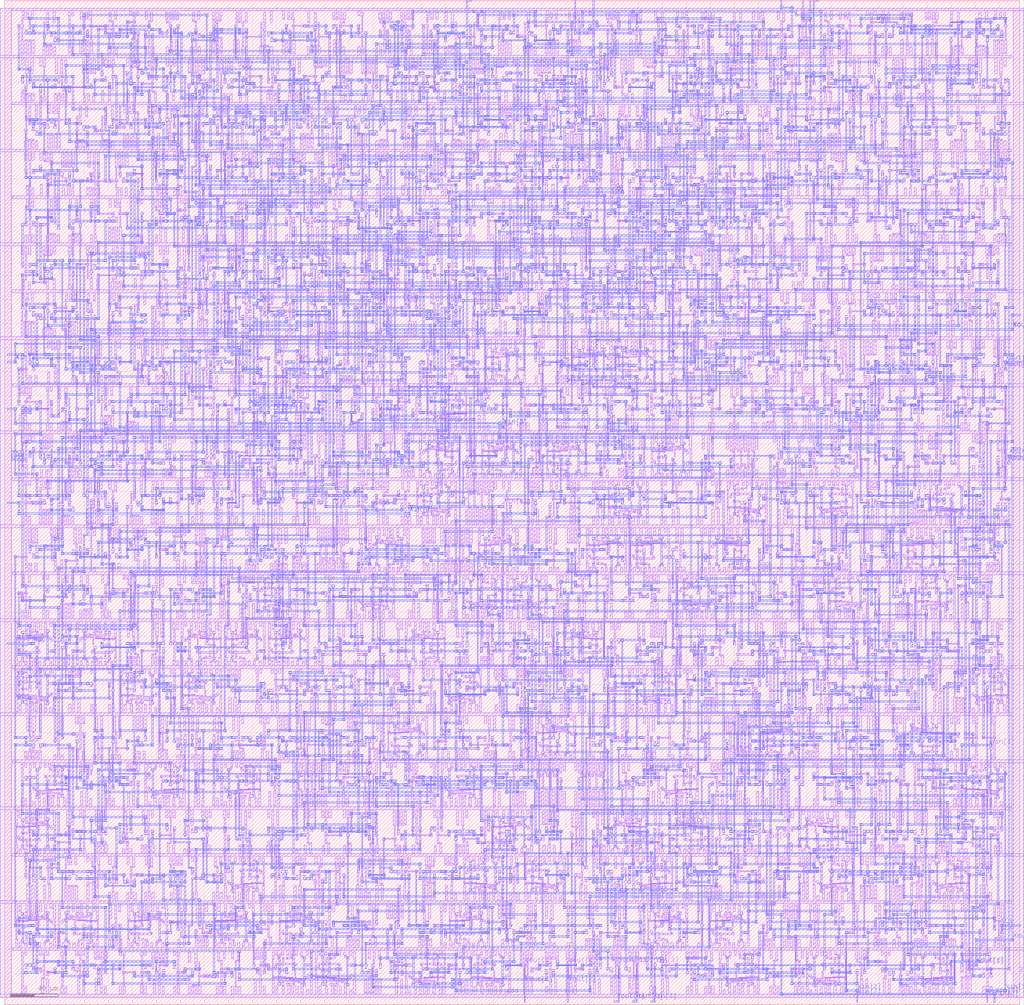
<source format=lef>
VERSION 5.7 ;
  NOWIREEXTENSIONATPIN ON ;
  DIVIDERCHAR "/" ;
  BUSBITCHARS "[]" ;
MACRO fir_pe
  CLASS BLOCK ;
  FOREIGN fir_pe ;
  ORIGIN 6.000 6.000 ;
  SIZE 843.000 BY 834.000 ;
  PIN gnd
    USE GROUND ;
    PORT
      LAYER metal1 ;
        RECT 0.600 819.300 840.450 821.700 ;
        RECT 8.700 815.400 10.500 819.300 ;
        RECT 16.200 812.400 18.000 819.300 ;
        RECT 34.500 809.400 36.300 819.300 ;
        RECT 49.800 815.400 51.600 819.300 ;
        RECT 57.000 812.400 58.800 819.300 ;
        RECT 64.500 815.400 66.300 819.300 ;
        RECT 85.500 812.400 87.300 819.300 ;
        RECT 97.800 815.400 99.600 819.300 ;
        RECT 103.800 815.400 105.600 819.300 ;
        RECT 110.700 812.400 112.500 819.300 ;
        RECT 133.800 814.200 135.600 819.300 ;
        RECT 154.500 812.400 156.300 819.300 ;
        RECT 169.500 812.400 171.300 819.300 ;
        RECT 189.300 812.400 191.100 819.300 ;
        RECT 214.500 809.400 216.300 819.300 ;
        RECT 225.000 812.400 226.800 819.300 ;
        RECT 232.500 815.400 234.300 819.300 ;
        RECT 245.700 809.400 247.500 819.300 ;
        RECT 269.400 814.200 271.200 819.300 ;
        RECT 287.400 815.400 289.200 819.300 ;
        RECT 310.800 814.200 312.600 819.300 ;
        RECT 328.800 814.200 330.600 819.300 ;
        RECT 344.700 815.400 346.500 819.300 ;
        RECT 352.200 812.400 354.000 819.300 ;
        RECT 359.700 809.400 361.500 819.300 ;
        RECT 391.500 809.400 393.300 819.300 ;
        RECT 404.700 815.400 406.500 819.300 ;
        RECT 412.200 812.400 414.000 819.300 ;
        RECT 433.500 809.400 435.300 819.300 ;
        RECT 443.700 815.400 445.500 819.300 ;
        RECT 451.200 812.400 453.000 819.300 ;
        RECT 462.000 812.400 463.800 819.300 ;
        RECT 469.500 815.400 471.300 819.300 ;
        RECT 479.400 815.400 481.200 819.300 ;
        RECT 499.800 814.200 501.600 819.300 ;
        RECT 515.400 814.200 517.200 819.300 ;
        RECT 533.700 809.400 535.500 819.300 ;
        RECT 552.000 812.400 553.800 819.300 ;
        RECT 559.500 815.400 561.300 819.300 ;
        RECT 575.400 814.200 577.200 819.300 ;
        RECT 604.500 809.400 606.300 819.300 ;
        RECT 615.000 812.400 616.800 819.300 ;
        RECT 622.500 815.400 624.300 819.300 ;
        RECT 635.700 812.400 637.500 819.300 ;
        RECT 658.500 812.400 660.300 819.300 ;
        RECT 679.500 812.400 681.300 819.300 ;
        RECT 687.000 812.400 688.800 819.300 ;
        RECT 694.500 815.400 696.300 819.300 ;
        RECT 709.800 815.400 711.600 819.300 ;
        RECT 715.800 815.400 717.600 819.300 ;
        RECT 722.700 812.400 724.500 819.300 ;
        RECT 740.400 814.200 742.200 819.300 ;
        RECT 761.400 814.200 763.200 819.300 ;
        RECT 779.700 809.400 781.500 819.300 ;
        RECT 808.500 809.400 810.300 819.300 ;
        RECT 816.000 812.400 817.800 819.300 ;
        RECT 823.500 815.400 825.300 819.300 ;
        RECT 13.800 743.700 15.600 748.800 ;
        RECT 23.400 743.700 25.200 747.600 ;
        RECT 38.400 743.700 40.200 748.800 ;
        RECT 59.700 743.700 61.500 747.600 ;
        RECT 67.200 743.700 69.000 750.600 ;
        RECT 74.700 743.700 76.500 753.600 ;
        RECT 95.700 743.700 97.500 753.600 ;
        RECT 113.700 743.700 115.500 750.600 ;
        RECT 128.700 743.700 130.500 750.600 ;
        RECT 147.000 743.700 148.800 750.600 ;
        RECT 155.400 743.700 157.200 750.600 ;
        RECT 173.700 743.700 175.500 747.600 ;
        RECT 181.200 743.700 183.000 750.600 ;
        RECT 188.700 743.700 190.500 753.600 ;
        RECT 217.800 743.700 219.600 748.800 ;
        RECT 235.800 743.700 237.600 748.800 ;
        RECT 259.500 743.700 261.300 753.600 ;
        RECT 272.700 743.700 274.500 747.600 ;
        RECT 280.200 743.700 282.000 750.600 ;
        RECT 291.000 743.700 292.800 750.600 ;
        RECT 298.500 743.700 300.300 747.600 ;
        RECT 319.500 743.700 321.300 753.600 ;
        RECT 337.500 743.700 339.300 753.600 ;
        RECT 358.500 743.700 360.300 753.600 ;
        RECT 370.800 743.700 372.600 747.600 ;
        RECT 383.700 743.700 385.500 747.600 ;
        RECT 391.200 743.700 393.000 750.600 ;
        RECT 409.500 743.700 411.300 753.600 ;
        RECT 416.400 743.700 418.200 747.600 ;
        RECT 436.800 743.700 438.600 750.600 ;
        RECT 445.200 743.700 447.000 750.600 ;
        RECT 452.700 743.700 454.500 750.600 ;
        RECT 470.400 743.700 472.200 748.800 ;
        RECT 496.500 743.700 498.300 753.600 ;
        RECT 506.700 743.700 508.500 747.600 ;
        RECT 514.200 743.700 516.000 750.600 ;
        RECT 524.700 743.700 526.500 753.600 ;
        RECT 553.500 743.700 555.300 750.600 ;
        RECT 568.800 743.700 570.600 748.800 ;
        RECT 578.400 743.700 580.200 747.600 ;
        RECT 591.000 743.700 592.800 750.600 ;
        RECT 599.400 743.700 601.200 750.600 ;
        RECT 616.800 743.700 618.600 747.600 ;
        RECT 634.500 743.700 636.300 750.600 ;
        RECT 649.500 743.700 651.300 750.600 ;
        RECT 659.400 743.700 661.200 747.600 ;
        RECT 665.400 743.700 667.200 747.600 ;
        RECT 674.700 743.700 676.500 750.600 ;
        RECT 700.800 743.700 702.600 748.800 ;
        RECT 713.400 743.700 715.200 748.800 ;
        RECT 732.000 743.700 733.800 750.600 ;
        RECT 739.500 743.700 741.300 747.600 ;
        RECT 755.400 743.700 757.200 748.800 ;
        RECT 784.500 743.700 786.300 753.600 ;
        RECT 795.000 743.700 796.800 750.600 ;
        RECT 802.500 743.700 804.300 747.600 ;
        RECT 818.400 743.700 820.200 748.800 ;
        RECT 831.450 743.700 840.450 819.300 ;
        RECT 0.600 741.300 840.450 743.700 ;
        RECT 19.500 731.400 21.300 741.300 ;
        RECT 30.000 734.400 31.800 741.300 ;
        RECT 37.500 737.400 39.300 741.300 ;
        RECT 61.500 731.400 63.300 741.300 ;
        RECT 82.500 731.400 84.300 741.300 ;
        RECT 93.000 734.400 94.800 741.300 ;
        RECT 100.500 737.400 102.300 741.300 ;
        RECT 118.800 736.200 120.600 741.300 ;
        RECT 135.300 734.400 137.100 741.300 ;
        RECT 154.500 734.400 156.300 741.300 ;
        RECT 175.800 736.200 177.600 741.300 ;
        RECT 188.400 736.200 190.200 741.300 ;
        RECT 214.500 731.400 216.300 741.300 ;
        RECT 221.700 731.400 223.500 741.300 ;
        RECT 240.000 734.400 241.800 741.300 ;
        RECT 247.500 737.400 249.300 741.300 ;
        RECT 263.400 736.200 265.200 741.300 ;
        RECT 284.700 737.400 286.500 741.300 ;
        RECT 292.200 734.400 294.000 741.300 ;
        RECT 302.700 731.400 304.500 741.300 ;
        RECT 330.300 734.400 332.100 741.300 ;
        RECT 344.700 734.400 346.500 741.300 ;
        RECT 373.500 731.400 375.300 741.300 ;
        RECT 394.500 731.400 396.300 741.300 ;
        RECT 407.400 736.200 409.200 741.300 ;
        RECT 430.500 734.400 432.300 741.300 ;
        RECT 444.300 734.400 446.100 741.300 ;
        RECT 463.800 734.400 465.600 741.300 ;
        RECT 472.200 734.400 474.000 741.300 ;
        RECT 486.900 734.400 488.700 741.300 ;
        RECT 507.300 734.400 509.100 741.300 ;
        RECT 522.900 734.400 524.700 741.300 ;
        RECT 544.800 734.400 546.600 741.300 ;
        RECT 553.200 734.400 555.000 741.300 ;
        RECT 567.900 734.400 569.700 741.300 ;
        RECT 584.700 734.400 586.500 741.300 ;
        RECT 602.700 737.400 604.500 741.300 ;
        RECT 610.200 734.400 612.000 741.300 ;
        RECT 624.900 734.400 626.700 741.300 ;
        RECT 643.800 737.400 645.600 741.300 ;
        RECT 649.800 737.400 651.600 741.300 ;
        RECT 659.700 734.400 661.500 741.300 ;
        RECT 678.000 734.400 679.800 741.300 ;
        RECT 685.500 737.400 687.300 741.300 ;
        RECT 695.400 737.400 697.200 741.300 ;
        RECT 715.800 737.400 717.600 741.300 ;
        RECT 722.400 737.400 724.200 741.300 ;
        RECT 748.500 731.400 750.300 741.300 ;
        RECT 758.700 731.400 760.500 741.300 ;
        RECT 779.700 731.400 781.500 741.300 ;
        RECT 805.500 734.400 807.300 741.300 ;
        RECT 823.500 731.400 825.300 741.300 ;
        RECT 16.500 665.700 18.300 672.600 ;
        RECT 23.700 665.700 25.500 675.600 ;
        RECT 42.000 665.700 43.800 672.600 ;
        RECT 49.500 665.700 51.300 669.600 ;
        RECT 65.400 665.700 67.200 670.800 ;
        RECT 86.700 665.700 88.500 669.600 ;
        RECT 94.200 665.700 96.000 672.600 ;
        RECT 104.400 665.700 106.200 669.600 ;
        RECT 123.300 665.700 125.100 672.600 ;
        RECT 134.700 665.700 136.500 672.600 ;
        RECT 163.500 665.700 165.300 675.600 ;
        RECT 184.500 665.700 186.300 675.600 ;
        RECT 192.000 665.700 193.800 672.600 ;
        RECT 199.500 665.700 201.300 669.600 ;
        RECT 215.700 665.700 217.500 669.600 ;
        RECT 223.200 665.700 225.000 672.600 ;
        RECT 241.500 665.700 243.300 675.600 ;
        RECT 251.400 665.700 253.200 669.600 ;
        RECT 264.000 665.700 265.800 672.600 ;
        RECT 272.400 665.700 274.200 672.600 ;
        RECT 287.400 665.700 289.200 669.600 ;
        RECT 293.400 665.700 295.200 669.600 ;
        RECT 302.700 665.700 304.500 675.600 ;
        RECT 328.500 665.700 330.300 672.600 ;
        RECT 346.500 665.700 348.300 672.600 ;
        RECT 356.700 665.700 358.500 669.600 ;
        RECT 364.200 665.700 366.000 672.600 ;
        RECT 385.500 665.700 387.300 675.600 ;
        RECT 398.400 665.700 400.200 670.800 ;
        RECT 419.400 665.700 421.200 670.800 ;
        RECT 448.500 665.700 450.300 675.600 ;
        RECT 463.500 665.700 465.300 672.600 ;
        RECT 473.700 665.700 475.500 672.600 ;
        RECT 485.400 665.700 487.200 672.600 ;
        RECT 502.500 665.700 504.300 672.600 ;
        RECT 518.400 665.700 520.200 670.800 ;
        RECT 541.800 665.700 543.600 672.600 ;
        RECT 550.200 665.700 552.000 672.600 ;
        RECT 560.700 665.700 562.500 672.600 ;
        RECT 580.800 665.700 582.600 669.600 ;
        RECT 593.400 665.700 595.200 670.800 ;
        RECT 616.800 665.700 618.600 669.600 ;
        RECT 626.400 665.700 628.200 670.800 ;
        RECT 652.500 665.700 654.300 675.600 ;
        RECT 659.700 665.700 661.500 675.600 ;
        RECT 680.700 665.700 682.500 675.600 ;
        RECT 701.700 665.700 703.500 675.600 ;
        RECT 719.700 665.700 721.500 675.600 ;
        RECT 741.000 665.700 742.800 672.600 ;
        RECT 749.400 665.700 751.200 672.600 ;
        RECT 763.800 665.700 765.600 669.600 ;
        RECT 769.800 665.700 771.600 669.600 ;
        RECT 782.400 665.700 784.200 670.800 ;
        RECT 808.500 665.700 810.300 672.600 ;
        RECT 816.000 665.700 817.800 672.600 ;
        RECT 823.500 665.700 825.300 669.600 ;
        RECT 831.450 665.700 840.450 741.300 ;
        RECT 0.600 663.300 840.450 665.700 ;
        RECT 16.500 656.400 18.300 663.300 ;
        RECT 37.500 653.400 39.300 663.300 ;
        RECT 47.700 653.400 49.500 663.300 ;
        RECT 65.400 659.400 67.200 663.300 ;
        RECT 81.000 656.400 82.800 663.300 ;
        RECT 88.500 659.400 90.300 663.300 ;
        RECT 106.800 659.400 108.600 663.300 ;
        RECT 124.800 658.200 126.600 663.300 ;
        RECT 139.800 659.400 141.600 663.300 ;
        RECT 145.800 659.400 147.600 663.300 ;
        RECT 160.500 656.400 162.300 663.300 ;
        RECT 175.500 656.400 177.300 663.300 ;
        RECT 190.500 656.400 192.300 663.300 ;
        RECT 211.800 658.200 213.600 663.300 ;
        RECT 232.800 658.200 234.600 663.300 ;
        RECT 250.800 658.200 252.600 663.300 ;
        RECT 271.500 656.400 273.300 663.300 ;
        RECT 289.800 658.200 291.600 663.300 ;
        RECT 302.400 659.400 304.200 663.300 ;
        RECT 314.700 653.400 316.500 663.300 ;
        RECT 340.800 659.400 342.600 663.300 ;
        RECT 347.700 656.400 349.500 663.300 ;
        RECT 367.800 656.400 369.600 663.300 ;
        RECT 382.500 656.400 384.300 663.300 ;
        RECT 397.800 659.400 399.600 663.300 ;
        RECT 407.700 653.400 409.500 663.300 ;
        RECT 439.500 653.400 441.300 663.300 ;
        RECT 446.700 656.400 448.500 663.300 ;
        RECT 469.800 656.400 471.600 663.300 ;
        RECT 478.200 656.400 480.000 663.300 ;
        RECT 493.800 659.400 495.600 663.300 ;
        RECT 500.400 659.400 502.200 663.300 ;
        RECT 523.800 657.900 525.600 663.300 ;
        RECT 536.400 659.400 538.200 663.300 ;
        RECT 542.400 659.400 544.200 663.300 ;
        RECT 552.000 656.400 553.800 663.300 ;
        RECT 559.500 659.400 561.300 663.300 ;
        RECT 572.700 653.400 574.500 663.300 ;
        RECT 590.700 656.400 592.500 663.300 ;
        RECT 611.400 658.200 613.200 663.300 ;
        RECT 626.400 659.400 628.200 663.300 ;
        RECT 641.700 656.400 643.500 663.300 ;
        RECT 664.800 659.400 666.600 663.300 ;
        RECT 677.400 658.200 679.200 663.300 ;
        RECT 695.400 658.200 697.200 663.300 ;
        RECT 718.800 659.400 720.600 663.300 ;
        RECT 728.700 653.400 730.500 663.300 ;
        RECT 760.500 653.400 762.300 663.300 ;
        RECT 775.500 656.400 777.300 663.300 ;
        RECT 784.800 659.400 786.600 663.300 ;
        RECT 790.800 659.400 792.600 663.300 ;
        RECT 805.500 656.400 807.300 663.300 ;
        RECT 815.700 653.400 817.500 663.300 ;
        RECT 13.500 587.700 15.300 594.600 ;
        RECT 34.500 587.700 36.300 597.600 ;
        RECT 49.800 587.700 51.600 591.600 ;
        RECT 70.500 587.700 72.300 597.600 ;
        RECT 88.800 587.700 90.600 592.800 ;
        RECT 101.700 587.700 103.500 597.600 ;
        RECT 122.700 587.700 124.500 594.600 ;
        RECT 140.400 587.700 142.200 592.800 ;
        RECT 156.000 587.700 157.800 594.600 ;
        RECT 164.400 587.700 166.200 594.600 ;
        RECT 180.000 587.700 181.800 594.600 ;
        RECT 188.400 587.700 190.200 594.600 ;
        RECT 200.400 587.700 202.200 594.600 ;
        RECT 215.700 587.700 217.500 597.600 ;
        RECT 241.800 587.700 243.600 591.600 ;
        RECT 248.700 587.700 250.500 597.600 ;
        RECT 269.700 587.700 271.500 594.600 ;
        RECT 295.800 587.700 297.600 592.800 ;
        RECT 315.300 587.700 317.100 594.600 ;
        RECT 326.700 587.700 328.500 594.600 ;
        RECT 352.500 587.700 354.300 597.600 ;
        RECT 362.700 587.700 364.500 594.600 ;
        RECT 380.400 587.700 382.200 592.800 ;
        RECT 405.300 587.700 407.100 594.600 ;
        RECT 419.400 587.700 421.200 592.800 ;
        RECT 434.700 587.700 436.500 594.600 ;
        RECT 452.400 587.700 454.200 592.800 ;
        RECT 477.300 587.700 479.100 594.600 ;
        RECT 499.500 587.700 501.300 594.600 ;
        RECT 509.400 587.700 511.200 591.600 ;
        RECT 515.400 587.700 517.200 591.600 ;
        RECT 527.400 587.700 529.200 592.800 ;
        RECT 553.500 587.700 555.300 594.600 ;
        RECT 563.700 587.700 565.500 597.600 ;
        RECT 586.800 587.700 588.600 594.600 ;
        RECT 601.500 587.700 603.300 594.600 ;
        RECT 619.500 587.700 621.300 594.600 ;
        RECT 629.700 587.700 631.500 597.600 ;
        RECT 648.000 587.700 649.800 594.600 ;
        RECT 655.500 587.700 657.300 591.600 ;
        RECT 669.000 587.700 670.800 594.600 ;
        RECT 676.500 587.700 678.300 591.600 ;
        RECT 689.700 587.700 691.500 597.600 ;
        RECT 713.700 587.700 715.500 591.600 ;
        RECT 721.200 587.700 723.000 594.600 ;
        RECT 733.800 587.700 735.600 591.600 ;
        RECT 751.800 587.700 753.600 592.800 ;
        RECT 766.800 587.700 768.600 591.600 ;
        RECT 773.400 587.700 775.200 591.600 ;
        RECT 788.700 587.700 790.500 597.600 ;
        RECT 817.500 587.700 819.300 597.600 ;
        RECT 831.450 587.700 840.450 663.300 ;
        RECT 0.600 585.300 840.450 587.700 ;
        RECT 8.700 581.400 10.500 585.300 ;
        RECT 16.200 578.400 18.000 585.300 ;
        RECT 34.500 575.400 36.300 585.300 ;
        RECT 44.700 581.400 46.500 585.300 ;
        RECT 52.200 578.400 54.000 585.300 ;
        RECT 67.500 578.400 69.300 585.300 ;
        RECT 80.700 581.400 82.500 585.300 ;
        RECT 88.200 578.400 90.000 585.300 ;
        RECT 109.500 575.400 111.300 585.300 ;
        RECT 123.300 578.400 125.100 585.300 ;
        RECT 142.500 578.400 144.300 585.300 ;
        RECT 157.500 578.400 159.300 585.300 ;
        RECT 174.900 578.400 176.700 585.300 ;
        RECT 196.500 578.400 198.300 585.300 ;
        RECT 209.400 580.200 211.200 585.300 ;
        RECT 227.700 578.400 229.500 585.300 ;
        RECT 253.800 580.200 255.600 585.300 ;
        RECT 263.400 578.400 265.200 585.300 ;
        RECT 275.400 578.400 277.200 585.300 ;
        RECT 292.800 578.400 294.600 585.300 ;
        RECT 306.900 578.400 308.700 585.300 ;
        RECT 331.800 580.200 333.600 585.300 ;
        RECT 352.500 578.400 354.300 585.300 ;
        RECT 367.800 580.200 369.600 585.300 ;
        RECT 387.300 578.400 389.100 585.300 ;
        RECT 406.800 580.200 408.600 585.300 ;
        RECT 424.500 578.400 426.300 585.300 ;
        RECT 442.800 580.200 444.600 585.300 ;
        RECT 460.800 578.400 462.600 585.300 ;
        RECT 478.500 578.400 480.300 585.300 ;
        RECT 491.400 580.200 493.200 585.300 ;
        RECT 514.800 578.400 516.600 585.300 ;
        RECT 529.800 580.200 531.600 585.300 ;
        RECT 550.800 580.200 552.600 585.300 ;
        RECT 566.400 580.200 568.200 585.300 ;
        RECT 592.800 580.200 594.600 585.300 ;
        RECT 602.400 584.400 603.600 585.300 ;
        RECT 602.400 581.400 604.200 584.400 ;
        RECT 608.400 581.400 610.200 585.300 ;
        RECT 623.400 580.200 625.200 585.300 ;
        RECT 638.700 578.400 640.500 585.300 ;
        RECT 659.400 580.200 661.200 585.300 ;
        RECT 680.700 578.400 682.500 585.300 ;
        RECT 692.700 578.400 694.500 585.300 ;
        RECT 712.800 581.400 714.600 585.300 ;
        RECT 718.800 581.400 720.600 585.300 ;
        RECT 729.900 578.400 731.700 585.300 ;
        RECT 751.800 581.400 753.600 585.300 ;
        RECT 761.400 581.400 763.200 585.300 ;
        RECT 776.400 581.400 778.200 585.300 ;
        RECT 782.400 581.400 784.200 585.300 ;
        RECT 791.400 581.400 793.200 585.300 ;
        RECT 797.400 581.400 799.200 585.300 ;
        RECT 809.400 581.400 811.200 585.300 ;
        RECT 815.400 581.400 817.200 585.300 ;
        RECT 11.700 509.700 13.500 513.600 ;
        RECT 19.200 509.700 21.000 516.600 ;
        RECT 29.700 509.700 31.500 519.600 ;
        RECT 52.800 509.700 54.600 513.600 ;
        RECT 70.800 509.700 72.600 514.800 ;
        RECT 83.400 509.700 85.200 514.800 ;
        RECT 109.800 509.700 111.600 514.800 ;
        RECT 122.400 509.700 124.200 514.800 ;
        RECT 148.500 509.700 150.300 516.600 ;
        RECT 161.700 509.700 163.500 513.600 ;
        RECT 169.200 509.700 171.000 516.600 ;
        RECT 187.800 509.700 189.600 514.800 ;
        RECT 200.700 509.700 202.500 516.600 ;
        RECT 221.400 509.700 223.200 514.800 ;
        RECT 241.500 509.700 243.300 516.600 ;
        RECT 254.400 509.700 256.200 514.800 ;
        RECT 277.800 509.700 279.600 514.800 ;
        RECT 295.500 509.700 297.300 516.600 ;
        RECT 302.700 509.700 304.500 516.600 ;
        RECT 320.700 509.700 322.500 516.600 ;
        RECT 346.800 509.700 348.600 514.800 ;
        RECT 367.500 509.700 369.300 516.600 ;
        RECT 380.400 509.700 382.200 514.800 ;
        RECT 396.150 509.700 397.950 513.600 ;
        RECT 405.450 509.700 407.250 513.600 ;
        RECT 412.350 509.700 414.150 513.600 ;
        RECT 421.350 509.700 423.150 513.600 ;
        RECT 434.700 509.700 436.500 516.600 ;
        RECT 457.800 509.700 459.600 514.800 ;
        RECT 468.150 509.700 469.950 513.600 ;
        RECT 477.450 509.700 479.250 513.600 ;
        RECT 484.350 509.700 486.150 513.600 ;
        RECT 493.350 509.700 495.150 513.600 ;
        RECT 504.150 509.700 505.950 513.600 ;
        RECT 513.450 509.700 515.250 513.600 ;
        RECT 520.350 509.700 522.150 513.600 ;
        RECT 529.350 509.700 531.150 513.600 ;
        RECT 550.500 509.700 552.300 516.600 ;
        RECT 561.900 509.700 563.700 516.600 ;
        RECT 575.700 509.700 577.500 519.600 ;
        RECT 593.700 509.700 595.500 516.600 ;
        RECT 608.700 509.700 610.500 516.600 ;
        RECT 629.400 509.700 631.200 514.800 ;
        RECT 651.900 509.700 653.700 516.600 ;
        RECT 676.500 509.700 678.300 516.600 ;
        RECT 683.400 510.600 685.200 513.600 ;
        RECT 683.400 509.700 684.600 510.600 ;
        RECT 689.400 509.700 691.200 513.600 ;
        RECT 707.700 509.700 709.500 513.600 ;
        RECT 715.200 509.700 717.000 516.600 ;
        RECT 724.800 509.700 726.600 513.600 ;
        RECT 730.800 509.700 732.600 513.600 ;
        RECT 740.400 509.700 742.200 514.800 ;
        RECT 759.000 509.700 760.800 516.600 ;
        RECT 766.500 509.700 768.300 513.600 ;
        RECT 776.700 509.700 778.500 516.600 ;
        RECT 805.500 509.700 807.300 519.600 ;
        RECT 818.700 509.700 820.500 516.600 ;
        RECT 831.450 509.700 840.450 585.300 ;
        RECT 0.600 507.300 840.450 509.700 ;
        RECT 8.400 502.200 10.200 507.300 ;
        RECT 31.800 503.400 33.600 507.300 ;
        RECT 38.700 497.400 40.500 507.300 ;
        RECT 64.800 503.400 66.600 507.300 ;
        RECT 74.700 503.400 76.500 507.300 ;
        RECT 82.200 500.400 84.000 507.300 ;
        RECT 103.500 497.400 105.300 507.300 ;
        RECT 116.700 503.400 118.500 507.300 ;
        RECT 124.200 500.400 126.000 507.300 ;
        RECT 131.400 503.400 133.200 507.300 ;
        RECT 146.400 503.400 148.200 507.300 ;
        RECT 163.800 503.400 165.600 507.300 ;
        RECT 169.800 503.400 171.600 507.300 ;
        RECT 179.700 500.400 181.500 507.300 ;
        RECT 208.500 497.400 210.300 507.300 ;
        RECT 218.700 500.400 220.500 507.300 ;
        RECT 240.300 500.400 242.100 507.300 ;
        RECT 254.400 503.400 256.200 507.300 ;
        RECT 271.800 503.400 273.600 507.300 ;
        RECT 289.500 497.400 291.300 507.300 ;
        RECT 299.700 500.400 301.500 507.300 ;
        RECT 317.400 502.200 319.200 507.300 ;
        RECT 332.700 500.400 334.500 507.300 ;
        RECT 347.850 503.400 349.650 507.300 ;
        RECT 356.850 503.400 358.650 507.300 ;
        RECT 363.750 503.400 365.550 507.300 ;
        RECT 373.050 503.400 374.850 507.300 ;
        RECT 389.400 502.200 391.200 507.300 ;
        RECT 412.500 500.400 414.300 507.300 ;
        RECT 427.500 500.400 429.300 507.300 ;
        RECT 437.700 500.400 439.500 507.300 ;
        RECT 460.500 500.400 462.300 507.300 ;
        RECT 475.800 502.200 477.600 507.300 ;
        RECT 496.800 502.200 498.600 507.300 ;
        RECT 512.400 502.200 514.200 507.300 ;
        RECT 527.400 503.400 529.200 507.300 ;
        RECT 533.400 503.400 535.200 507.300 ;
        RECT 543.000 500.400 544.800 507.300 ;
        RECT 550.500 503.400 552.300 507.300 ;
        RECT 560.400 503.400 562.200 507.300 ;
        RECT 566.400 503.400 568.200 507.300 ;
        RECT 578.400 503.400 580.200 507.300 ;
        RECT 601.500 500.400 603.300 507.300 ;
        RECT 616.800 503.400 618.600 507.300 ;
        RECT 623.700 497.400 625.500 507.300 ;
        RECT 649.800 503.400 651.600 507.300 ;
        RECT 659.400 502.200 661.200 507.300 ;
        RECT 677.400 502.200 679.200 507.300 ;
        RECT 703.500 497.400 705.300 507.300 ;
        RECT 716.400 502.200 718.200 507.300 ;
        RECT 739.800 503.400 741.600 507.300 ;
        RECT 749.700 500.400 751.500 507.300 ;
        RECT 770.400 502.200 772.200 507.300 ;
        RECT 793.500 500.400 795.300 507.300 ;
        RECT 811.500 497.400 813.300 507.300 ;
        RECT 821.400 503.400 823.200 507.300 ;
        RECT 16.500 431.700 18.300 441.600 ;
        RECT 24.000 431.700 25.800 438.600 ;
        RECT 31.500 431.700 33.300 435.600 ;
        RECT 52.800 431.700 54.600 436.800 ;
        RECT 73.500 431.700 75.300 441.600 ;
        RECT 94.500 431.700 96.300 441.600 ;
        RECT 112.800 431.700 114.600 436.800 ;
        RECT 128.400 431.700 130.200 436.800 ;
        RECT 151.800 431.700 153.600 435.600 ;
        RECT 166.800 431.700 168.600 436.800 ;
        RECT 176.400 431.700 178.200 435.600 ;
        RECT 182.400 431.700 184.200 435.600 ;
        RECT 194.700 431.700 196.500 438.600 ;
        RECT 212.700 431.700 214.500 438.600 ;
        RECT 231.000 431.700 232.800 438.600 ;
        RECT 239.400 431.700 241.200 438.600 ;
        RECT 256.800 431.700 258.600 435.600 ;
        RECT 267.900 431.700 269.700 438.600 ;
        RECT 287.700 431.700 289.500 435.600 ;
        RECT 295.200 431.700 297.000 438.600 ;
        RECT 305.700 431.700 307.500 441.600 ;
        RECT 326.400 431.700 328.200 436.800 ;
        RECT 341.850 431.700 343.650 435.600 ;
        RECT 350.850 431.700 352.650 435.600 ;
        RECT 357.750 431.700 359.550 435.600 ;
        RECT 367.050 431.700 368.850 435.600 ;
        RECT 380.700 431.700 382.500 438.600 ;
        RECT 393.150 431.700 394.950 435.600 ;
        RECT 402.450 431.700 404.250 435.600 ;
        RECT 409.350 431.700 411.150 435.600 ;
        RECT 418.350 431.700 420.150 435.600 ;
        RECT 434.700 431.700 436.500 438.600 ;
        RECT 447.150 431.700 448.950 435.600 ;
        RECT 456.450 431.700 458.250 435.600 ;
        RECT 463.350 431.700 465.150 435.600 ;
        RECT 472.350 431.700 474.150 435.600 ;
        RECT 493.500 431.700 495.300 438.600 ;
        RECT 506.400 431.700 508.200 436.800 ;
        RECT 521.400 431.700 523.200 438.600 ;
        RECT 534.150 431.700 535.950 435.600 ;
        RECT 543.450 431.700 545.250 435.600 ;
        RECT 550.350 431.700 552.150 435.600 ;
        RECT 559.350 431.700 561.150 435.600 ;
        RECT 575.400 431.700 577.200 436.800 ;
        RECT 593.400 431.700 595.200 438.600 ;
        RECT 599.400 431.700 601.200 438.600 ;
        RECT 605.400 431.700 607.200 438.600 ;
        RECT 611.400 431.700 613.200 438.600 ;
        RECT 617.400 431.700 619.200 438.600 ;
        RECT 637.800 431.700 639.600 436.800 ;
        RECT 655.800 431.700 657.600 435.600 ;
        RECT 662.700 431.700 664.500 438.600 ;
        RECT 680.700 431.700 682.500 438.600 ;
        RECT 695.400 432.600 697.200 435.600 ;
        RECT 695.400 431.700 696.600 432.600 ;
        RECT 701.400 431.700 703.200 435.600 ;
        RECT 716.400 431.700 718.200 435.600 ;
        RECT 731.400 431.700 733.200 435.600 ;
        RECT 737.400 431.700 739.200 435.600 ;
        RECT 748.800 431.700 750.600 435.600 ;
        RECT 754.800 431.700 756.600 435.600 ;
        RECT 762.000 431.700 763.800 438.600 ;
        RECT 769.500 431.700 771.300 435.600 ;
        RECT 782.400 431.700 784.200 435.600 ;
        RECT 797.700 431.700 799.500 441.600 ;
        RECT 821.700 431.700 823.500 438.600 ;
        RECT 831.450 431.700 840.450 507.300 ;
        RECT 0.600 429.300 840.450 431.700 ;
        RECT 13.800 425.400 15.600 429.300 ;
        RECT 23.700 425.400 25.500 429.300 ;
        RECT 31.200 422.400 33.000 429.300 ;
        RECT 49.500 419.400 51.300 429.300 ;
        RECT 64.800 422.400 66.600 429.300 ;
        RECT 73.200 422.400 75.000 429.300 ;
        RECT 80.700 422.400 82.500 429.300 ;
        RECT 106.500 419.400 108.300 429.300 ;
        RECT 116.700 425.400 118.500 429.300 ;
        RECT 124.200 422.400 126.000 429.300 ;
        RECT 139.800 425.400 141.600 429.300 ;
        RECT 154.800 424.200 156.600 429.300 ;
        RECT 166.800 425.400 168.600 429.300 ;
        RECT 172.800 425.400 174.600 429.300 ;
        RECT 179.700 422.400 181.500 429.300 ;
        RECT 205.800 424.200 207.600 429.300 ;
        RECT 218.400 425.400 220.200 429.300 ;
        RECT 224.400 425.400 226.200 429.300 ;
        RECT 233.400 425.400 235.200 429.300 ;
        RECT 248.400 424.200 250.200 429.300 ;
        RECT 274.800 424.200 276.600 429.300 ;
        RECT 287.400 425.400 289.200 429.300 ;
        RECT 293.400 425.400 295.200 429.300 ;
        RECT 305.400 424.200 307.200 429.300 ;
        RECT 323.700 422.400 325.500 429.300 ;
        RECT 339.150 425.400 340.950 429.300 ;
        RECT 348.450 425.400 350.250 429.300 ;
        RECT 355.350 425.400 357.150 429.300 ;
        RECT 364.350 425.400 366.150 429.300 ;
        RECT 376.800 422.400 378.600 429.300 ;
        RECT 382.800 422.400 384.600 429.300 ;
        RECT 388.800 422.400 390.600 429.300 ;
        RECT 394.800 422.400 396.600 429.300 ;
        RECT 400.800 422.400 402.600 429.300 ;
        RECT 407.700 422.400 409.500 429.300 ;
        RECT 433.800 424.200 435.600 429.300 ;
        RECT 451.500 422.400 453.300 429.300 ;
        RECT 466.500 422.400 468.300 429.300 ;
        RECT 487.800 424.200 489.600 429.300 ;
        RECT 498.150 425.400 499.950 429.300 ;
        RECT 507.450 425.400 509.250 429.300 ;
        RECT 514.350 425.400 516.150 429.300 ;
        RECT 523.350 425.400 525.150 429.300 ;
        RECT 541.800 425.400 543.600 429.300 ;
        RECT 548.400 425.400 550.200 429.300 ;
        RECT 554.400 425.400 556.200 429.300 ;
        RECT 571.800 425.400 573.600 429.300 ;
        RECT 581.400 425.400 583.200 429.300 ;
        RECT 587.400 425.400 589.200 429.300 ;
        RECT 597.150 425.400 598.950 429.300 ;
        RECT 606.450 425.400 608.250 429.300 ;
        RECT 613.350 425.400 615.150 429.300 ;
        RECT 622.350 425.400 624.150 429.300 ;
        RECT 643.800 423.900 645.600 429.300 ;
        RECT 661.800 425.400 663.600 429.300 ;
        RECT 668.850 425.400 670.650 429.300 ;
        RECT 677.850 425.400 679.650 429.300 ;
        RECT 684.750 425.400 686.550 429.300 ;
        RECT 694.050 425.400 695.850 429.300 ;
        RECT 715.800 424.200 717.600 429.300 ;
        RECT 733.800 425.400 735.600 429.300 ;
        RECT 748.800 422.400 750.600 429.300 ;
        RECT 757.200 422.400 759.000 429.300 ;
        RECT 765.150 425.400 766.950 429.300 ;
        RECT 774.450 425.400 776.250 429.300 ;
        RECT 781.350 425.400 783.150 429.300 ;
        RECT 790.350 425.400 792.150 429.300 ;
        RECT 803.400 425.400 805.200 429.300 ;
        RECT 818.700 422.400 820.500 429.300 ;
        RECT 11.700 353.700 13.500 357.600 ;
        RECT 19.200 353.700 21.000 360.600 ;
        RECT 40.500 353.700 42.300 363.600 ;
        RECT 49.800 353.700 51.600 357.600 ;
        RECT 55.800 353.700 57.600 357.600 ;
        RECT 67.800 353.700 69.600 357.600 ;
        RECT 80.700 353.700 82.500 357.600 ;
        RECT 88.200 353.700 90.000 360.600 ;
        RECT 109.500 353.700 111.300 363.600 ;
        RECT 119.400 353.700 121.200 357.600 ;
        RECT 142.500 353.700 144.300 363.600 ;
        RECT 155.700 353.700 157.500 360.600 ;
        RECT 181.500 353.700 183.300 363.600 ;
        RECT 199.800 353.700 201.600 358.800 ;
        RECT 223.800 353.700 225.600 359.100 ;
        RECT 241.800 353.700 243.600 358.800 ;
        RECT 253.800 353.700 255.600 360.600 ;
        RECT 259.800 353.700 261.600 360.600 ;
        RECT 265.800 353.700 267.600 360.600 ;
        RECT 271.800 353.700 273.600 360.600 ;
        RECT 277.800 353.700 279.600 360.600 ;
        RECT 286.800 353.700 288.600 357.600 ;
        RECT 292.800 353.700 294.600 357.600 ;
        RECT 299.850 353.700 301.650 357.600 ;
        RECT 308.850 353.700 310.650 357.600 ;
        RECT 315.750 353.700 317.550 357.600 ;
        RECT 325.050 353.700 326.850 357.600 ;
        RECT 341.700 353.700 343.500 357.600 ;
        RECT 349.200 353.700 351.000 360.600 ;
        RECT 356.400 353.700 358.200 360.600 ;
        RECT 362.400 353.700 364.200 360.600 ;
        RECT 368.400 353.700 370.200 360.600 ;
        RECT 374.400 353.700 376.200 360.600 ;
        RECT 380.400 353.700 382.200 360.600 ;
        RECT 390.150 353.700 391.950 357.600 ;
        RECT 399.450 353.700 401.250 357.600 ;
        RECT 406.350 353.700 408.150 357.600 ;
        RECT 415.350 353.700 417.150 357.600 ;
        RECT 428.700 353.700 430.500 357.600 ;
        RECT 436.200 353.700 438.000 360.600 ;
        RECT 446.400 353.700 448.200 357.600 ;
        RECT 452.400 353.700 454.200 357.600 ;
        RECT 462.000 353.700 463.800 360.600 ;
        RECT 469.500 353.700 471.300 357.600 ;
        RECT 480.150 353.700 481.950 357.600 ;
        RECT 489.450 353.700 491.250 357.600 ;
        RECT 496.350 353.700 498.150 357.600 ;
        RECT 505.350 353.700 507.150 357.600 ;
        RECT 516.150 353.700 517.950 357.600 ;
        RECT 525.450 353.700 527.250 357.600 ;
        RECT 532.350 353.700 534.150 357.600 ;
        RECT 541.350 353.700 543.150 357.600 ;
        RECT 551.400 353.700 553.200 357.600 ;
        RECT 557.400 353.700 559.200 357.600 ;
        RECT 574.800 353.700 576.600 357.600 ;
        RECT 581.850 353.700 583.650 357.600 ;
        RECT 590.850 353.700 592.650 357.600 ;
        RECT 597.750 353.700 599.550 357.600 ;
        RECT 607.050 353.700 608.850 357.600 ;
        RECT 625.800 353.700 627.600 358.800 ;
        RECT 635.400 353.700 637.200 357.600 ;
        RECT 647.400 353.700 649.200 357.600 ;
        RECT 653.400 353.700 655.200 357.600 ;
        RECT 665.400 353.700 667.200 357.600 ;
        RECT 671.400 353.700 673.200 357.600 ;
        RECT 683.400 353.700 685.200 359.100 ;
        RECT 704.700 353.700 706.500 357.600 ;
        RECT 712.200 353.700 714.000 360.600 ;
        RECT 722.400 354.600 724.200 357.600 ;
        RECT 722.400 353.700 723.600 354.600 ;
        RECT 728.400 353.700 730.200 357.600 ;
        RECT 741.150 353.700 742.950 357.600 ;
        RECT 750.450 353.700 752.250 357.600 ;
        RECT 757.350 353.700 759.150 357.600 ;
        RECT 766.350 353.700 768.150 357.600 ;
        RECT 781.800 353.700 783.600 357.600 ;
        RECT 787.800 353.700 789.600 357.600 ;
        RECT 802.800 353.700 804.600 357.600 ;
        RECT 812.400 353.700 814.200 358.800 ;
        RECT 831.450 353.700 840.450 429.300 ;
        RECT 0.600 351.300 840.450 353.700 ;
        RECT 13.500 344.400 15.300 351.300 ;
        RECT 28.800 347.400 30.600 351.300 ;
        RECT 41.700 347.400 43.500 351.300 ;
        RECT 49.200 344.400 51.000 351.300 ;
        RECT 56.700 341.400 58.500 351.300 ;
        RECT 74.700 344.400 76.500 351.300 ;
        RECT 92.400 350.400 93.600 351.300 ;
        RECT 92.400 347.400 94.200 350.400 ;
        RECT 98.400 347.400 100.200 351.300 ;
        RECT 124.500 341.400 126.300 351.300 ;
        RECT 142.500 344.400 144.300 351.300 ;
        RECT 152.400 346.200 154.200 351.300 ;
        RECT 175.500 344.400 177.300 351.300 ;
        RECT 196.800 345.900 198.600 351.300 ;
        RECT 207.150 347.400 208.950 351.300 ;
        RECT 216.450 347.400 218.250 351.300 ;
        RECT 223.350 347.400 225.150 351.300 ;
        RECT 232.350 347.400 234.150 351.300 ;
        RECT 242.400 347.400 244.200 351.300 ;
        RECT 259.800 347.400 261.600 351.300 ;
        RECT 265.800 347.400 267.600 351.300 ;
        RECT 280.800 347.400 282.600 351.300 ;
        RECT 287.850 347.400 289.650 351.300 ;
        RECT 296.850 347.400 298.650 351.300 ;
        RECT 303.750 347.400 305.550 351.300 ;
        RECT 313.050 347.400 314.850 351.300 ;
        RECT 334.800 346.200 336.600 351.300 ;
        RECT 352.500 344.400 354.300 351.300 ;
        RECT 362.700 344.400 364.500 351.300 ;
        RECT 377.850 347.400 379.650 351.300 ;
        RECT 386.850 347.400 388.650 351.300 ;
        RECT 393.750 347.400 395.550 351.300 ;
        RECT 403.050 347.400 404.850 351.300 ;
        RECT 414.150 347.400 415.950 351.300 ;
        RECT 423.450 347.400 425.250 351.300 ;
        RECT 430.350 347.400 432.150 351.300 ;
        RECT 439.350 347.400 441.150 351.300 ;
        RECT 452.700 347.400 454.500 351.300 ;
        RECT 460.200 344.400 462.000 351.300 ;
        RECT 470.400 347.400 472.200 351.300 ;
        RECT 476.400 347.400 478.200 351.300 ;
        RECT 490.800 347.400 492.600 351.300 ;
        RECT 496.800 347.400 498.600 351.300 ;
        RECT 514.500 344.400 516.300 351.300 ;
        RECT 532.800 346.200 534.600 351.300 ;
        RECT 547.800 347.400 549.600 351.300 ;
        RECT 555.150 347.400 556.950 351.300 ;
        RECT 564.450 347.400 566.250 351.300 ;
        RECT 571.350 347.400 573.150 351.300 ;
        RECT 580.350 347.400 582.150 351.300 ;
        RECT 593.400 347.400 595.200 351.300 ;
        RECT 599.400 347.400 601.200 351.300 ;
        RECT 619.500 344.400 621.300 351.300 ;
        RECT 637.500 344.400 639.300 351.300 ;
        RECT 650.700 344.400 652.500 351.300 ;
        RECT 670.800 346.200 672.600 351.300 ;
        RECT 681.150 347.400 682.950 351.300 ;
        RECT 690.450 347.400 692.250 351.300 ;
        RECT 697.350 347.400 699.150 351.300 ;
        RECT 706.350 347.400 708.150 351.300 ;
        RECT 716.400 347.400 718.200 351.300 ;
        RECT 736.800 344.400 738.600 351.300 ;
        RECT 745.200 344.400 747.000 351.300 ;
        RECT 753.150 347.400 754.950 351.300 ;
        RECT 762.450 347.400 764.250 351.300 ;
        RECT 769.350 347.400 771.150 351.300 ;
        RECT 778.350 347.400 780.150 351.300 ;
        RECT 788.400 347.400 790.200 351.300 ;
        RECT 794.400 347.400 796.200 351.300 ;
        RECT 806.400 347.400 808.200 351.300 ;
        RECT 812.400 347.400 814.200 351.300 ;
        RECT 6.150 275.700 7.950 279.600 ;
        RECT 15.450 275.700 17.250 279.600 ;
        RECT 22.350 275.700 24.150 279.600 ;
        RECT 31.350 275.700 33.150 279.600 ;
        RECT 41.700 275.700 43.500 282.600 ;
        RECT 56.850 275.700 58.650 279.600 ;
        RECT 65.850 275.700 67.650 279.600 ;
        RECT 72.750 275.700 74.550 279.600 ;
        RECT 82.050 275.700 83.850 279.600 ;
        RECT 98.400 275.700 100.200 280.800 ;
        RECT 121.800 275.700 123.600 280.800 ;
        RECT 136.800 275.700 138.600 279.600 ;
        RECT 143.850 275.700 145.650 279.600 ;
        RECT 152.850 275.700 154.650 279.600 ;
        RECT 159.750 275.700 161.550 279.600 ;
        RECT 169.050 275.700 170.850 279.600 ;
        RECT 180.150 275.700 181.950 279.600 ;
        RECT 189.450 275.700 191.250 279.600 ;
        RECT 196.350 275.700 198.150 279.600 ;
        RECT 205.350 275.700 207.150 279.600 ;
        RECT 216.150 275.700 217.950 279.600 ;
        RECT 225.450 275.700 227.250 279.600 ;
        RECT 232.350 275.700 234.150 279.600 ;
        RECT 241.350 275.700 243.150 279.600 ;
        RECT 251.400 275.700 253.200 279.600 ;
        RECT 268.800 275.700 270.600 279.600 ;
        RECT 274.800 275.700 276.600 279.600 ;
        RECT 283.800 275.700 285.600 279.600 ;
        RECT 289.800 275.700 291.600 279.600 ;
        RECT 301.800 275.700 303.600 279.600 ;
        RECT 307.800 275.700 309.600 279.600 ;
        RECT 322.800 275.700 324.600 279.600 ;
        RECT 329.850 275.700 331.650 279.600 ;
        RECT 338.850 275.700 340.650 279.600 ;
        RECT 345.750 275.700 347.550 279.600 ;
        RECT 355.050 275.700 356.850 279.600 ;
        RECT 371.400 275.700 373.200 280.800 ;
        RECT 392.400 275.700 394.200 280.800 ;
        RECT 418.800 275.700 420.600 280.800 ;
        RECT 428.700 275.700 430.500 282.600 ;
        RECT 446.400 275.700 448.200 280.800 ;
        RECT 461.850 275.700 463.650 279.600 ;
        RECT 470.850 275.700 472.650 279.600 ;
        RECT 477.750 275.700 479.550 279.600 ;
        RECT 487.050 275.700 488.850 279.600 ;
        RECT 497.700 275.700 499.500 282.600 ;
        RECT 517.800 275.700 519.600 279.600 ;
        RECT 523.800 275.700 525.600 279.600 ;
        RECT 531.000 275.700 532.800 282.600 ;
        RECT 538.500 275.700 540.300 279.600 ;
        RECT 551.700 275.700 553.500 282.600 ;
        RECT 571.800 275.700 573.600 280.800 ;
        RECT 584.700 275.700 586.500 282.600 ;
        RECT 599.400 275.700 601.200 279.600 ;
        RECT 605.400 275.700 607.200 279.600 ;
        RECT 617.400 275.700 619.200 279.600 ;
        RECT 623.400 275.700 625.200 279.600 ;
        RECT 633.000 275.700 634.800 282.600 ;
        RECT 640.500 275.700 642.300 279.600 ;
        RECT 661.800 275.700 663.600 280.800 ;
        RECT 678.300 275.700 680.100 282.600 ;
        RECT 694.800 275.700 696.600 279.600 ;
        RECT 700.800 275.700 702.600 279.600 ;
        RECT 707.400 275.700 709.200 279.600 ;
        RECT 713.400 275.700 715.200 279.600 ;
        RECT 725.400 275.700 727.200 280.800 ;
        RECT 751.800 275.700 753.600 280.800 ;
        RECT 764.400 275.700 766.200 279.600 ;
        RECT 770.400 275.700 772.200 279.600 ;
        RECT 782.400 275.700 784.200 279.600 ;
        RECT 802.500 275.700 804.300 282.600 ;
        RECT 815.400 275.700 817.200 280.800 ;
        RECT 831.450 275.700 840.450 351.300 ;
        RECT 0.600 273.300 840.450 275.700 ;
        RECT 6.150 269.400 7.950 273.300 ;
        RECT 15.450 269.400 17.250 273.300 ;
        RECT 22.350 269.400 24.150 273.300 ;
        RECT 31.350 269.400 33.150 273.300 ;
        RECT 52.800 268.200 54.600 273.300 ;
        RECT 65.400 269.400 67.200 273.300 ;
        RECT 80.400 269.400 82.200 273.300 ;
        RECT 93.150 269.400 94.950 273.300 ;
        RECT 102.450 269.400 104.250 273.300 ;
        RECT 109.350 269.400 111.150 273.300 ;
        RECT 118.350 269.400 120.150 273.300 ;
        RECT 131.400 269.400 133.200 273.300 ;
        RECT 144.150 269.400 145.950 273.300 ;
        RECT 153.450 269.400 155.250 273.300 ;
        RECT 160.350 269.400 162.150 273.300 ;
        RECT 169.350 269.400 171.150 273.300 ;
        RECT 182.400 268.200 184.200 273.300 ;
        RECT 205.800 269.400 207.600 273.300 ;
        RECT 215.400 269.400 217.200 273.300 ;
        RECT 221.400 269.400 223.200 273.300 ;
        RECT 238.800 269.400 240.600 273.300 ;
        RECT 248.400 269.400 250.200 273.300 ;
        RECT 254.400 269.400 256.200 273.300 ;
        RECT 263.400 269.400 265.200 273.300 ;
        RECT 269.400 269.400 271.200 273.300 ;
        RECT 281.400 269.400 283.200 273.300 ;
        RECT 293.400 269.400 295.200 273.300 ;
        RECT 299.400 269.400 301.200 273.300 ;
        RECT 314.400 268.200 316.200 273.300 ;
        RECT 329.400 269.400 331.200 273.300 ;
        RECT 344.700 266.400 346.500 273.300 ;
        RECT 359.850 269.400 361.650 273.300 ;
        RECT 368.850 269.400 370.650 273.300 ;
        RECT 375.750 269.400 377.550 273.300 ;
        RECT 385.050 269.400 386.850 273.300 ;
        RECT 406.800 268.200 408.600 273.300 ;
        RECT 424.800 268.200 426.600 273.300 ;
        RECT 437.400 269.400 439.200 273.300 ;
        RECT 460.800 268.200 462.600 273.300 ;
        RECT 470.400 269.400 472.200 273.300 ;
        RECT 476.400 269.400 478.200 273.300 ;
        RECT 496.800 268.200 498.600 273.300 ;
        RECT 514.800 269.400 516.600 273.300 ;
        RECT 521.850 269.400 523.650 273.300 ;
        RECT 530.850 269.400 532.650 273.300 ;
        RECT 537.750 269.400 539.550 273.300 ;
        RECT 547.050 269.400 548.850 273.300 ;
        RECT 557.400 269.400 559.200 273.300 ;
        RECT 563.400 269.400 565.200 273.300 ;
        RECT 576.000 266.400 577.800 273.300 ;
        RECT 583.500 269.400 585.300 273.300 ;
        RECT 601.800 269.400 603.600 273.300 ;
        RECT 616.800 268.200 618.600 273.300 ;
        RECT 626.400 269.400 628.200 273.300 ;
        RECT 641.400 269.400 643.200 273.300 ;
        RECT 653.400 269.400 655.200 273.300 ;
        RECT 659.400 269.400 661.200 273.300 ;
        RECT 672.900 266.400 674.700 273.300 ;
        RECT 686.700 266.400 688.500 273.300 ;
        RECT 705.000 266.400 706.800 273.300 ;
        RECT 712.500 269.400 714.300 273.300 ;
        RECT 725.700 266.400 727.500 273.300 ;
        RECT 743.700 266.400 745.500 273.300 ;
        RECT 763.800 269.400 765.600 273.300 ;
        RECT 769.800 269.400 771.600 273.300 ;
        RECT 782.700 269.400 784.500 273.300 ;
        RECT 790.200 266.400 792.000 273.300 ;
        RECT 797.850 269.400 799.650 273.300 ;
        RECT 806.850 269.400 808.650 273.300 ;
        RECT 813.750 269.400 815.550 273.300 ;
        RECT 823.050 269.400 824.850 273.300 ;
        RECT 19.800 197.700 21.600 203.100 ;
        RECT 34.800 197.700 36.600 201.600 ;
        RECT 40.800 197.700 42.600 201.600 ;
        RECT 58.500 197.700 60.300 204.600 ;
        RECT 67.800 197.700 69.600 201.600 ;
        RECT 73.800 197.700 75.600 201.600 ;
        RECT 82.800 197.700 84.600 201.600 ;
        RECT 88.800 197.700 90.600 201.600 ;
        RECT 101.700 197.700 103.500 201.600 ;
        RECT 109.200 197.700 111.000 204.600 ;
        RECT 124.500 197.700 126.300 204.600 ;
        RECT 136.800 197.700 138.600 201.600 ;
        RECT 142.800 197.700 144.600 201.600 ;
        RECT 149.400 197.700 151.200 201.600 ;
        RECT 155.400 197.700 157.200 201.600 ;
        RECT 167.400 197.700 169.200 201.600 ;
        RECT 173.400 197.700 175.200 201.600 ;
        RECT 185.400 197.700 187.200 202.800 ;
        RECT 211.500 197.700 213.300 204.600 ;
        RECT 221.700 197.700 223.500 201.600 ;
        RECT 229.200 197.700 231.000 204.600 ;
        RECT 240.900 197.700 242.700 204.600 ;
        RECT 257.700 197.700 259.500 207.600 ;
        RECT 279.000 197.700 280.800 204.600 ;
        RECT 286.500 197.700 288.300 201.600 ;
        RECT 300.900 197.700 302.700 204.600 ;
        RECT 315.150 197.700 316.950 201.600 ;
        RECT 324.450 197.700 326.250 201.600 ;
        RECT 331.350 197.700 333.150 201.600 ;
        RECT 340.350 197.700 342.150 201.600 ;
        RECT 361.500 197.700 363.300 204.600 ;
        RECT 371.400 197.700 373.200 202.800 ;
        RECT 397.800 197.700 399.600 202.800 ;
        RECT 415.800 197.700 417.600 204.600 ;
        RECT 425.700 197.700 427.500 204.600 ;
        RECT 438.150 197.700 439.950 201.600 ;
        RECT 447.450 197.700 449.250 201.600 ;
        RECT 454.350 197.700 456.150 201.600 ;
        RECT 463.350 197.700 465.150 201.600 ;
        RECT 481.800 197.700 483.600 201.600 ;
        RECT 488.700 197.700 490.500 204.600 ;
        RECT 506.400 197.700 508.200 201.600 ;
        RECT 512.400 197.700 514.200 201.600 ;
        RECT 529.800 197.700 531.600 202.800 ;
        RECT 547.800 197.700 549.600 201.600 ;
        RECT 557.400 197.700 559.200 201.600 ;
        RECT 563.400 197.700 565.200 201.600 ;
        RECT 575.400 197.700 577.200 201.600 ;
        RECT 590.400 197.700 592.200 204.600 ;
        RECT 596.400 197.700 598.200 204.600 ;
        RECT 602.400 197.700 604.200 204.600 ;
        RECT 608.400 197.700 610.200 204.600 ;
        RECT 614.400 197.700 616.200 204.600 ;
        RECT 624.150 197.700 625.950 201.600 ;
        RECT 633.450 197.700 635.250 201.600 ;
        RECT 640.350 197.700 642.150 201.600 ;
        RECT 649.350 197.700 651.150 201.600 ;
        RECT 662.400 197.700 664.200 202.800 ;
        RECT 682.800 197.700 684.600 201.600 ;
        RECT 688.800 197.700 690.600 201.600 ;
        RECT 697.800 197.700 699.600 201.600 ;
        RECT 703.800 197.700 705.600 201.600 ;
        RECT 710.400 198.600 712.200 201.600 ;
        RECT 710.400 197.700 711.600 198.600 ;
        RECT 716.400 197.700 718.200 201.600 ;
        RECT 736.500 197.700 738.300 204.600 ;
        RECT 743.850 197.700 745.650 201.600 ;
        RECT 752.850 197.700 754.650 201.600 ;
        RECT 759.750 197.700 761.550 201.600 ;
        RECT 769.050 197.700 770.850 201.600 ;
        RECT 779.700 197.700 781.500 204.600 ;
        RECT 797.400 197.700 799.200 201.600 ;
        RECT 812.400 197.700 814.200 201.600 ;
        RECT 831.450 197.700 840.450 273.300 ;
        RECT 0.600 195.300 840.450 197.700 ;
        RECT 10.800 191.400 12.600 195.300 ;
        RECT 17.850 191.400 19.650 195.300 ;
        RECT 26.850 191.400 28.650 195.300 ;
        RECT 33.750 191.400 35.550 195.300 ;
        RECT 43.050 191.400 44.850 195.300 ;
        RECT 59.400 190.200 61.200 195.300 ;
        RECT 77.700 188.400 79.500 195.300 ;
        RECT 98.400 190.200 100.200 195.300 ;
        RECT 113.850 191.400 115.650 195.300 ;
        RECT 122.850 191.400 124.650 195.300 ;
        RECT 129.750 191.400 131.550 195.300 ;
        RECT 139.050 191.400 140.850 195.300 ;
        RECT 154.500 188.400 156.300 195.300 ;
        RECT 169.800 191.400 171.600 195.300 ;
        RECT 176.850 191.400 178.650 195.300 ;
        RECT 185.850 191.400 187.650 195.300 ;
        RECT 192.750 191.400 194.550 195.300 ;
        RECT 202.050 191.400 203.850 195.300 ;
        RECT 215.400 190.200 217.200 195.300 ;
        RECT 235.800 188.400 237.600 195.300 ;
        RECT 241.800 188.400 243.600 195.300 ;
        RECT 247.800 188.400 249.600 195.300 ;
        RECT 253.800 188.400 255.600 195.300 ;
        RECT 259.800 188.400 261.600 195.300 ;
        RECT 272.400 190.200 274.200 195.300 ;
        RECT 297.300 188.400 299.100 195.300 ;
        RECT 311.400 191.400 313.200 195.300 ;
        RECT 317.400 191.400 319.200 195.300 ;
        RECT 329.400 190.200 331.200 195.300 ;
        RECT 347.400 191.400 349.200 195.300 ;
        RECT 359.850 191.400 361.650 195.300 ;
        RECT 368.850 191.400 370.650 195.300 ;
        RECT 375.750 191.400 377.550 195.300 ;
        RECT 385.050 191.400 386.850 195.300 ;
        RECT 397.800 191.400 399.600 195.300 ;
        RECT 403.800 191.400 405.600 195.300 ;
        RECT 416.700 191.400 418.500 195.300 ;
        RECT 424.200 188.400 426.000 195.300 ;
        RECT 433.800 188.400 435.600 195.300 ;
        RECT 439.800 188.400 441.600 195.300 ;
        RECT 445.800 188.400 447.600 195.300 ;
        RECT 451.800 188.400 453.600 195.300 ;
        RECT 457.800 188.400 459.600 195.300 ;
        RECT 467.400 188.400 469.200 195.300 ;
        RECT 473.400 188.400 475.200 195.300 ;
        RECT 479.400 188.400 481.200 195.300 ;
        RECT 485.400 188.400 487.200 195.300 ;
        RECT 491.400 188.400 493.200 195.300 ;
        RECT 511.500 188.400 513.300 195.300 ;
        RECT 529.800 190.200 531.600 195.300 ;
        RECT 539.850 191.400 541.650 195.300 ;
        RECT 548.850 191.400 550.650 195.300 ;
        RECT 555.750 191.400 557.550 195.300 ;
        RECT 565.050 191.400 566.850 195.300 ;
        RECT 586.800 190.200 588.600 195.300 ;
        RECT 606.300 188.400 608.100 195.300 ;
        RECT 620.400 190.200 622.200 195.300 ;
        RECT 638.700 188.400 640.500 195.300 ;
        RECT 650.400 191.400 652.200 195.300 ;
        RECT 665.400 191.400 667.200 195.300 ;
        RECT 685.800 190.200 687.600 195.300 ;
        RECT 698.400 191.400 700.200 195.300 ;
        RECT 704.400 191.400 706.200 195.300 ;
        RECT 716.400 191.400 718.200 195.300 ;
        RECT 722.400 191.400 724.200 195.300 ;
        RECT 734.400 191.400 736.200 195.300 ;
        RECT 751.800 191.400 753.600 195.300 ;
        RECT 764.400 190.200 766.200 195.300 ;
        RECT 787.500 188.400 789.300 195.300 ;
        RECT 795.150 191.400 796.950 195.300 ;
        RECT 804.450 191.400 806.250 195.300 ;
        RECT 811.350 191.400 813.150 195.300 ;
        RECT 820.350 191.400 822.150 195.300 ;
        RECT 6.150 119.700 7.950 123.600 ;
        RECT 15.450 119.700 17.250 123.600 ;
        RECT 22.350 119.700 24.150 123.600 ;
        RECT 31.350 119.700 33.150 123.600 ;
        RECT 43.800 119.700 45.600 123.600 ;
        RECT 49.800 119.700 51.600 123.600 ;
        RECT 56.400 119.700 58.200 123.600 ;
        RECT 71.400 119.700 73.200 124.800 ;
        RECT 91.800 119.700 93.600 123.600 ;
        RECT 97.800 119.700 99.600 123.600 ;
        RECT 110.400 119.700 112.200 124.800 ;
        RECT 133.500 119.700 135.300 126.600 ;
        RECT 142.800 119.700 144.600 123.600 ;
        RECT 148.800 119.700 150.600 123.600 ;
        RECT 163.500 119.700 165.300 126.600 ;
        RECT 178.800 119.700 180.600 123.600 ;
        RECT 191.400 119.700 193.200 124.800 ;
        RECT 217.800 119.700 219.600 124.800 ;
        RECT 235.800 119.700 237.600 123.600 ;
        RECT 242.700 119.700 244.500 126.600 ;
        RECT 257.700 119.700 259.500 126.600 ;
        RECT 275.700 119.700 277.500 126.600 ;
        RECT 293.400 120.600 295.200 123.600 ;
        RECT 293.400 119.700 294.600 120.600 ;
        RECT 299.400 119.700 301.200 123.600 ;
        RECT 317.700 119.700 319.500 123.600 ;
        RECT 325.200 119.700 327.000 126.600 ;
        RECT 332.700 119.700 334.500 126.600 ;
        RECT 350.700 119.700 352.500 126.600 ;
        RECT 371.400 119.700 373.200 124.800 ;
        RECT 394.500 119.700 396.300 126.600 ;
        RECT 402.150 119.700 403.950 123.600 ;
        RECT 411.450 119.700 413.250 123.600 ;
        RECT 418.350 119.700 420.150 123.600 ;
        RECT 427.350 119.700 429.150 123.600 ;
        RECT 441.000 119.700 442.800 126.600 ;
        RECT 449.400 119.700 451.200 126.600 ;
        RECT 467.700 119.700 469.500 126.600 ;
        RECT 487.800 119.700 489.600 124.800 ;
        RECT 497.850 119.700 499.650 123.600 ;
        RECT 506.850 119.700 508.650 123.600 ;
        RECT 513.750 119.700 515.550 123.600 ;
        RECT 523.050 119.700 524.850 123.600 ;
        RECT 533.400 119.700 535.200 123.600 ;
        RECT 539.400 119.700 541.200 123.600 ;
        RECT 548.850 119.700 550.650 123.600 ;
        RECT 557.850 119.700 559.650 123.600 ;
        RECT 564.750 119.700 566.550 123.600 ;
        RECT 574.050 119.700 575.850 123.600 ;
        RECT 587.700 119.700 589.500 123.600 ;
        RECT 595.200 119.700 597.000 126.600 ;
        RECT 610.800 119.700 612.600 123.600 ;
        RECT 616.800 120.600 618.600 123.600 ;
        RECT 617.400 119.700 618.600 120.600 ;
        RECT 626.400 119.700 628.200 123.600 ;
        RECT 641.700 119.700 643.500 126.600 ;
        RECT 656.850 119.700 658.650 123.600 ;
        RECT 665.850 119.700 667.650 123.600 ;
        RECT 672.750 119.700 674.550 123.600 ;
        RECT 682.050 119.700 683.850 123.600 ;
        RECT 692.700 119.700 694.500 126.600 ;
        RECT 718.800 119.700 720.600 124.800 ;
        RECT 736.800 119.700 738.600 124.800 ;
        RECT 750.000 119.700 751.800 126.600 ;
        RECT 757.500 119.700 759.300 123.600 ;
        RECT 775.800 119.700 777.600 124.800 ;
        RECT 785.400 119.700 787.200 123.600 ;
        RECT 791.400 119.700 793.200 123.600 ;
        RECT 803.400 119.700 805.200 123.600 ;
        RECT 815.700 119.700 817.500 126.600 ;
        RECT 831.450 119.700 840.450 195.300 ;
        RECT 0.600 117.300 840.450 119.700 ;
        RECT 10.800 113.400 12.600 117.300 ;
        RECT 16.800 113.400 18.600 117.300 ;
        RECT 26.400 113.400 28.200 117.300 ;
        RECT 32.400 113.400 34.200 117.300 ;
        RECT 44.700 113.400 46.500 117.300 ;
        RECT 52.200 110.400 54.000 117.300 ;
        RECT 62.400 116.400 63.600 117.300 ;
        RECT 62.400 113.400 64.200 116.400 ;
        RECT 68.400 113.400 70.200 117.300 ;
        RECT 80.700 110.400 82.500 117.300 ;
        RECT 95.700 110.400 97.500 117.300 ;
        RECT 110.700 110.400 112.500 117.300 ;
        RECT 136.800 112.200 138.600 117.300 ;
        RECT 149.400 113.400 151.200 117.300 ;
        RECT 172.500 110.400 174.300 117.300 ;
        RECT 179.850 113.400 181.650 117.300 ;
        RECT 188.850 113.400 190.650 117.300 ;
        RECT 195.750 113.400 197.550 117.300 ;
        RECT 205.050 113.400 206.850 117.300 ;
        RECT 219.900 110.400 221.700 117.300 ;
        RECT 236.400 112.200 238.200 117.300 ;
        RECT 251.700 110.400 253.500 117.300 ;
        RECT 271.500 110.400 273.300 117.300 ;
        RECT 291.300 110.400 293.100 117.300 ;
        RECT 302.400 113.400 304.200 117.300 ;
        RECT 308.400 113.400 310.200 117.300 ;
        RECT 323.400 112.200 325.200 117.300 ;
        RECT 346.500 110.400 348.300 117.300 ;
        RECT 362.400 112.200 364.200 117.300 ;
        RECT 378.150 113.400 379.950 117.300 ;
        RECT 387.450 113.400 389.250 117.300 ;
        RECT 394.350 113.400 396.150 117.300 ;
        RECT 403.350 113.400 405.150 117.300 ;
        RECT 413.700 110.400 415.500 117.300 ;
        RECT 429.150 113.400 430.950 117.300 ;
        RECT 438.450 113.400 440.250 117.300 ;
        RECT 445.350 113.400 447.150 117.300 ;
        RECT 454.350 113.400 456.150 117.300 ;
        RECT 469.800 113.400 471.600 117.300 ;
        RECT 475.800 113.400 477.600 117.300 ;
        RECT 490.800 112.200 492.600 117.300 ;
        RECT 500.700 107.400 502.500 117.300 ;
        RECT 518.850 113.400 520.650 117.300 ;
        RECT 527.850 113.400 529.650 117.300 ;
        RECT 534.750 113.400 536.550 117.300 ;
        RECT 544.050 113.400 545.850 117.300 ;
        RECT 557.700 110.400 559.500 117.300 ;
        RECT 576.000 110.400 577.800 117.300 ;
        RECT 584.400 110.400 586.200 117.300 ;
        RECT 599.400 112.200 601.200 117.300 ;
        RECT 617.700 110.400 619.500 117.300 ;
        RECT 638.400 112.200 640.200 117.300 ;
        RECT 656.700 110.400 658.500 117.300 ;
        RECT 668.850 113.400 670.650 117.300 ;
        RECT 677.850 113.400 679.650 117.300 ;
        RECT 684.750 113.400 686.550 117.300 ;
        RECT 694.050 113.400 695.850 117.300 ;
        RECT 705.000 110.400 706.800 117.300 ;
        RECT 713.400 110.400 715.200 117.300 ;
        RECT 731.700 113.400 733.500 117.300 ;
        RECT 739.200 110.400 741.000 117.300 ;
        RECT 746.400 116.400 747.600 117.300 ;
        RECT 746.400 113.400 748.200 116.400 ;
        RECT 752.400 113.400 754.200 117.300 ;
        RECT 764.850 113.400 766.650 117.300 ;
        RECT 773.850 113.400 775.650 117.300 ;
        RECT 780.750 113.400 782.550 117.300 ;
        RECT 790.050 113.400 791.850 117.300 ;
        RECT 806.400 112.200 808.200 117.300 ;
        RECT 6.150 41.700 7.950 45.600 ;
        RECT 15.450 41.700 17.250 45.600 ;
        RECT 22.350 41.700 24.150 45.600 ;
        RECT 31.350 41.700 33.150 45.600 ;
        RECT 41.850 41.700 43.650 45.600 ;
        RECT 50.850 41.700 52.650 45.600 ;
        RECT 57.750 41.700 59.550 45.600 ;
        RECT 67.050 41.700 68.850 45.600 ;
        RECT 83.400 41.700 85.200 46.800 ;
        RECT 99.150 41.700 100.950 45.600 ;
        RECT 108.450 41.700 110.250 45.600 ;
        RECT 115.350 41.700 117.150 45.600 ;
        RECT 124.350 41.700 126.150 45.600 ;
        RECT 137.700 41.700 139.500 48.600 ;
        RECT 155.400 41.700 157.200 46.800 ;
        RECT 171.150 41.700 172.950 45.600 ;
        RECT 180.450 41.700 182.250 45.600 ;
        RECT 187.350 41.700 189.150 45.600 ;
        RECT 196.350 41.700 198.150 45.600 ;
        RECT 209.700 41.700 211.500 48.600 ;
        RECT 225.150 41.700 226.950 45.600 ;
        RECT 234.450 41.700 236.250 45.600 ;
        RECT 241.350 41.700 243.150 45.600 ;
        RECT 250.350 41.700 252.150 45.600 ;
        RECT 260.700 41.700 262.500 48.600 ;
        RECT 283.800 41.700 285.600 46.800 ;
        RECT 296.700 41.700 298.500 48.600 ;
        RECT 312.000 41.700 313.800 48.600 ;
        RECT 320.400 41.700 322.200 48.600 ;
        RECT 343.800 41.700 345.600 46.800 ;
        RECT 358.800 41.700 360.600 45.600 ;
        RECT 366.150 41.700 367.950 45.600 ;
        RECT 375.450 41.700 377.250 45.600 ;
        RECT 382.350 41.700 384.150 45.600 ;
        RECT 391.350 41.700 393.150 45.600 ;
        RECT 406.800 41.700 408.600 48.600 ;
        RECT 415.200 41.700 417.000 48.600 ;
        RECT 430.500 41.700 432.300 48.600 ;
        RECT 443.400 41.700 445.200 45.600 ;
        RECT 449.400 41.700 451.200 45.600 ;
        RECT 461.400 41.700 463.200 45.600 ;
        RECT 479.400 41.700 481.200 46.800 ;
        RECT 505.800 41.700 507.600 46.800 ;
        RECT 523.800 41.700 525.600 45.600 ;
        RECT 531.150 41.700 532.950 45.600 ;
        RECT 540.450 41.700 542.250 45.600 ;
        RECT 547.350 41.700 549.150 45.600 ;
        RECT 556.350 41.700 558.150 45.600 ;
        RECT 569.400 41.700 571.200 45.600 ;
        RECT 582.150 41.700 583.950 45.600 ;
        RECT 591.450 41.700 593.250 45.600 ;
        RECT 598.350 41.700 600.150 45.600 ;
        RECT 607.350 41.700 609.150 45.600 ;
        RECT 628.800 41.700 630.600 46.800 ;
        RECT 640.800 41.700 642.600 48.600 ;
        RECT 646.800 41.700 648.600 48.600 ;
        RECT 652.800 41.700 654.600 48.600 ;
        RECT 665.700 41.700 667.500 48.600 ;
        RECT 688.500 41.700 690.300 48.600 ;
        RECT 698.400 41.700 700.200 45.600 ;
        RECT 721.800 41.700 723.600 46.800 ;
        RECT 731.700 41.700 733.500 48.600 ;
        RECT 752.400 41.700 754.200 46.800 ;
        RECT 778.800 41.700 780.600 46.800 ;
        RECT 788.400 41.700 790.200 45.600 ;
        RECT 803.400 41.700 805.200 45.600 ;
        RECT 818.700 41.700 820.500 48.600 ;
        RECT 831.450 41.700 840.450 117.300 ;
        RECT 0.600 39.300 840.450 41.700 ;
        RECT 10.800 35.400 12.600 39.300 ;
        RECT 22.800 35.400 24.600 39.300 ;
        RECT 28.800 35.400 30.600 39.300 ;
        RECT 43.800 35.400 45.600 39.300 ;
        RECT 52.800 35.400 54.600 39.300 ;
        RECT 58.800 35.400 60.600 39.300 ;
        RECT 71.400 34.200 73.200 39.300 ;
        RECT 89.400 35.400 91.200 39.300 ;
        RECT 109.800 35.400 111.600 39.300 ;
        RECT 119.400 34.200 121.200 39.300 ;
        RECT 134.400 35.400 136.200 39.300 ;
        RECT 146.700 29.400 148.500 39.300 ;
        RECT 175.500 32.400 177.300 39.300 ;
        RECT 182.700 32.400 184.500 39.300 ;
        RECT 203.400 34.200 205.200 39.300 ;
        RECT 219.150 35.400 220.950 39.300 ;
        RECT 228.450 35.400 230.250 39.300 ;
        RECT 235.350 35.400 237.150 39.300 ;
        RECT 244.350 35.400 246.150 39.300 ;
        RECT 255.150 35.400 256.950 39.300 ;
        RECT 264.450 35.400 266.250 39.300 ;
        RECT 271.350 35.400 273.150 39.300 ;
        RECT 280.350 35.400 282.150 39.300 ;
        RECT 295.800 32.400 297.600 39.300 ;
        RECT 304.200 32.400 306.000 39.300 ;
        RECT 316.800 35.400 318.600 39.300 ;
        RECT 322.800 35.400 324.600 39.300 ;
        RECT 329.850 35.400 331.650 39.300 ;
        RECT 338.850 35.400 340.650 39.300 ;
        RECT 345.750 35.400 347.550 39.300 ;
        RECT 355.050 35.400 356.850 39.300 ;
        RECT 368.700 35.400 370.500 39.300 ;
        RECT 376.200 32.400 378.000 39.300 ;
        RECT 384.150 35.400 385.950 39.300 ;
        RECT 393.450 35.400 395.250 39.300 ;
        RECT 400.350 35.400 402.150 39.300 ;
        RECT 409.350 35.400 411.150 39.300 ;
        RECT 427.500 32.400 429.300 39.300 ;
        RECT 448.800 34.200 450.600 39.300 ;
        RECT 463.500 32.400 465.300 39.300 ;
        RECT 484.800 34.200 486.600 39.300 ;
        RECT 500.700 32.400 502.500 39.300 ;
        RECT 515.700 32.400 517.500 39.300 ;
        RECT 532.800 35.400 534.600 39.300 ;
        RECT 539.400 35.400 541.200 39.300 ;
        RECT 545.400 35.400 547.200 39.300 ;
        RECT 565.800 34.200 567.600 39.300 ;
        RECT 575.700 32.400 577.500 39.300 ;
        RECT 590.850 35.400 592.650 39.300 ;
        RECT 599.850 35.400 601.650 39.300 ;
        RECT 606.750 35.400 608.550 39.300 ;
        RECT 616.050 35.400 617.850 39.300 ;
        RECT 629.700 32.400 631.500 39.300 ;
        RECT 655.500 32.400 657.300 39.300 ;
        RECT 662.850 35.400 664.650 39.300 ;
        RECT 671.850 35.400 673.650 39.300 ;
        RECT 678.750 35.400 680.550 39.300 ;
        RECT 688.050 35.400 689.850 39.300 ;
        RECT 706.800 34.200 708.600 39.300 ;
        RECT 721.800 35.400 723.600 39.300 ;
        RECT 727.800 35.400 729.600 39.300 ;
        RECT 745.500 29.400 747.300 39.300 ;
        RECT 752.850 35.400 754.650 39.300 ;
        RECT 761.850 35.400 763.650 39.300 ;
        RECT 768.750 35.400 770.550 39.300 ;
        RECT 778.050 35.400 779.850 39.300 ;
        RECT 791.700 32.400 793.500 39.300 ;
        RECT 806.700 32.400 808.500 39.300 ;
        RECT 831.450 0.300 840.450 39.300 ;
    END
  END gnd
  PIN vdd
    USE POWER ;
    PORT
      LAYER metal1 ;
        RECT -9.450 782.700 -0.450 821.700 ;
        RECT 13.800 782.700 15.600 793.800 ;
        RECT 28.800 782.700 30.600 789.000 ;
        RECT 34.800 782.700 36.600 789.600 ;
        RECT 49.800 782.700 51.600 789.600 ;
        RECT 59.400 782.700 61.200 793.800 ;
        RECT 79.800 782.700 81.600 789.600 ;
        RECT 85.800 782.700 87.600 789.600 ;
        RECT 103.800 782.700 105.600 795.600 ;
        RECT 110.400 782.700 112.200 789.600 ;
        RECT 116.400 782.700 118.200 789.600 ;
        RECT 128.400 782.700 130.200 789.600 ;
        RECT 135.900 782.700 137.700 795.600 ;
        RECT 148.800 782.700 150.600 789.600 ;
        RECT 154.800 782.700 156.600 789.600 ;
        RECT 169.500 782.700 171.300 795.600 ;
        RECT 187.200 782.700 189.000 795.600 ;
        RECT 193.800 782.700 195.600 789.600 ;
        RECT 208.800 782.700 210.600 789.000 ;
        RECT 214.800 782.700 216.600 789.600 ;
        RECT 227.400 782.700 229.200 793.800 ;
        RECT 245.400 782.700 247.200 789.600 ;
        RECT 251.400 782.700 253.200 789.000 ;
        RECT 267.300 782.700 269.100 795.600 ;
        RECT 274.800 782.700 276.600 789.600 ;
        RECT 287.400 782.700 289.200 789.600 ;
        RECT 305.400 782.700 307.200 789.600 ;
        RECT 312.900 782.700 314.700 795.600 ;
        RECT 323.400 782.700 325.200 789.600 ;
        RECT 330.900 782.700 332.700 795.600 ;
        RECT 349.800 782.700 351.600 793.800 ;
        RECT 359.400 782.700 361.200 789.600 ;
        RECT 365.400 782.700 367.200 789.000 ;
        RECT 385.800 782.700 387.600 789.000 ;
        RECT 391.800 782.700 393.600 789.600 ;
        RECT 409.800 782.700 411.600 793.800 ;
        RECT 427.800 782.700 429.600 789.000 ;
        RECT 433.800 782.700 435.600 789.600 ;
        RECT 448.800 782.700 450.600 793.800 ;
        RECT 464.400 782.700 466.200 793.800 ;
        RECT 479.400 782.700 481.200 789.600 ;
        RECT 494.400 782.700 496.200 789.600 ;
        RECT 501.900 782.700 503.700 795.600 ;
        RECT 513.300 782.700 515.100 795.600 ;
        RECT 520.800 782.700 522.600 789.600 ;
        RECT 533.400 782.700 535.200 789.600 ;
        RECT 539.400 782.700 541.200 789.000 ;
        RECT 554.400 782.700 556.200 793.800 ;
        RECT 573.300 782.700 575.100 795.600 ;
        RECT 580.800 782.700 582.600 789.600 ;
        RECT 598.800 782.700 600.600 789.000 ;
        RECT 604.800 782.700 606.600 789.600 ;
        RECT 617.400 782.700 619.200 793.800 ;
        RECT 635.400 782.700 637.200 789.600 ;
        RECT 641.400 782.700 643.200 789.600 ;
        RECT 658.500 782.700 660.300 795.600 ;
        RECT 673.800 782.700 675.600 789.600 ;
        RECT 679.800 782.700 681.600 789.600 ;
        RECT 689.400 782.700 691.200 793.800 ;
        RECT 715.800 782.700 717.600 795.600 ;
        RECT 722.400 782.700 724.200 789.600 ;
        RECT 728.400 782.700 730.200 789.600 ;
        RECT 738.300 782.700 740.100 795.600 ;
        RECT 745.800 782.700 747.600 789.600 ;
        RECT 759.300 782.700 761.100 795.600 ;
        RECT 766.800 782.700 768.600 789.600 ;
        RECT 779.400 782.700 781.200 789.600 ;
        RECT 785.400 782.700 787.200 789.000 ;
        RECT 802.800 782.700 804.600 789.000 ;
        RECT 808.800 782.700 810.600 789.600 ;
        RECT 818.400 782.700 820.200 793.800 ;
        RECT -9.450 780.300 830.400 782.700 ;
        RECT -9.450 704.700 -0.450 780.300 ;
        RECT 8.400 773.400 10.200 780.300 ;
        RECT 15.900 767.400 17.700 780.300 ;
        RECT 23.400 773.400 25.200 780.300 ;
        RECT 36.300 767.400 38.100 780.300 ;
        RECT 43.800 773.400 45.600 780.300 ;
        RECT 64.800 769.200 66.600 780.300 ;
        RECT 74.400 773.400 76.200 780.300 ;
        RECT 80.400 774.000 82.200 780.300 ;
        RECT 95.400 773.400 97.200 780.300 ;
        RECT 101.400 774.000 103.200 780.300 ;
        RECT 113.400 773.400 115.200 780.300 ;
        RECT 119.400 773.400 121.200 780.300 ;
        RECT 128.400 773.400 130.200 780.300 ;
        RECT 134.400 773.400 136.200 780.300 ;
        RECT 149.400 769.500 151.200 780.300 ;
        RECT 178.800 769.200 180.600 780.300 ;
        RECT 188.400 773.400 190.200 780.300 ;
        RECT 194.400 774.000 196.200 780.300 ;
        RECT 212.400 773.400 214.200 780.300 ;
        RECT 219.900 767.400 221.700 780.300 ;
        RECT 230.400 773.400 232.200 780.300 ;
        RECT 237.900 767.400 239.700 780.300 ;
        RECT 253.800 774.000 255.600 780.300 ;
        RECT 259.800 773.400 261.600 780.300 ;
        RECT 277.800 769.200 279.600 780.300 ;
        RECT 293.400 769.200 295.200 780.300 ;
        RECT 313.800 774.000 315.600 780.300 ;
        RECT 319.800 773.400 321.600 780.300 ;
        RECT 331.800 774.000 333.600 780.300 ;
        RECT 337.800 773.400 339.600 780.300 ;
        RECT 352.800 774.000 354.600 780.300 ;
        RECT 358.800 773.400 360.600 780.300 ;
        RECT 370.800 773.400 372.600 780.300 ;
        RECT 388.800 769.200 390.600 780.300 ;
        RECT 403.800 774.000 405.600 780.300 ;
        RECT 409.800 773.400 411.600 780.300 ;
        RECT 416.400 773.400 418.200 780.300 ;
        RECT 442.800 769.500 444.600 780.300 ;
        RECT 452.400 773.400 454.200 780.300 ;
        RECT 458.400 773.400 460.200 780.300 ;
        RECT 468.300 767.400 470.100 780.300 ;
        RECT 475.800 773.400 477.600 780.300 ;
        RECT 490.800 774.000 492.600 780.300 ;
        RECT 496.800 773.400 498.600 780.300 ;
        RECT 511.800 769.200 513.600 780.300 ;
        RECT 524.400 773.400 526.200 780.300 ;
        RECT 530.400 774.000 532.200 780.300 ;
        RECT 547.800 773.400 549.600 780.300 ;
        RECT 553.800 773.400 555.600 780.300 ;
        RECT 563.400 773.400 565.200 780.300 ;
        RECT 570.900 767.400 572.700 780.300 ;
        RECT 578.400 773.400 580.200 780.300 ;
        RECT 593.400 769.500 595.200 780.300 ;
        RECT 616.800 773.400 618.600 780.300 ;
        RECT 628.800 773.400 630.600 780.300 ;
        RECT 634.800 773.400 636.600 780.300 ;
        RECT 643.800 773.400 645.600 780.300 ;
        RECT 649.800 773.400 651.600 780.300 ;
        RECT 659.400 767.400 661.200 780.300 ;
        RECT 674.400 773.400 676.200 780.300 ;
        RECT 680.400 773.400 682.200 780.300 ;
        RECT 695.400 773.400 697.200 780.300 ;
        RECT 702.900 767.400 704.700 780.300 ;
        RECT 711.300 767.400 713.100 780.300 ;
        RECT 718.800 773.400 720.600 780.300 ;
        RECT 734.400 769.200 736.200 780.300 ;
        RECT 753.300 767.400 755.100 780.300 ;
        RECT 760.800 773.400 762.600 780.300 ;
        RECT 778.800 774.000 780.600 780.300 ;
        RECT 784.800 773.400 786.600 780.300 ;
        RECT 797.400 769.200 799.200 780.300 ;
        RECT 816.300 767.400 818.100 780.300 ;
        RECT 823.800 773.400 825.600 780.300 ;
        RECT 13.800 704.700 15.600 711.000 ;
        RECT 19.800 704.700 21.600 711.600 ;
        RECT 32.400 704.700 34.200 715.800 ;
        RECT 55.800 704.700 57.600 711.000 ;
        RECT 61.800 704.700 63.600 711.600 ;
        RECT 76.800 704.700 78.600 711.000 ;
        RECT 82.800 704.700 84.600 711.600 ;
        RECT 95.400 704.700 97.200 715.800 ;
        RECT 113.400 704.700 115.200 711.600 ;
        RECT 120.900 704.700 122.700 717.600 ;
        RECT 133.200 704.700 135.000 717.600 ;
        RECT 139.800 704.700 141.600 711.600 ;
        RECT 154.500 704.700 156.300 717.600 ;
        RECT 170.400 704.700 172.200 711.600 ;
        RECT 177.900 704.700 179.700 717.600 ;
        RECT 186.300 704.700 188.100 717.600 ;
        RECT 193.800 704.700 195.600 711.600 ;
        RECT 208.800 704.700 210.600 711.000 ;
        RECT 214.800 704.700 216.600 711.600 ;
        RECT 221.400 704.700 223.200 711.600 ;
        RECT 227.400 704.700 229.200 711.000 ;
        RECT 242.400 704.700 244.200 715.800 ;
        RECT 261.300 704.700 263.100 717.600 ;
        RECT 268.800 704.700 270.600 711.600 ;
        RECT 289.800 704.700 291.600 715.800 ;
        RECT 302.400 704.700 304.200 711.600 ;
        RECT 308.400 704.700 310.200 711.000 ;
        RECT 328.200 704.700 330.000 717.600 ;
        RECT 334.800 704.700 336.600 711.600 ;
        RECT 344.400 704.700 346.200 711.600 ;
        RECT 350.400 704.700 352.200 711.600 ;
        RECT 367.800 704.700 369.600 711.000 ;
        RECT 373.800 704.700 375.600 711.600 ;
        RECT 388.800 704.700 390.600 711.000 ;
        RECT 394.800 704.700 396.600 711.600 ;
        RECT 405.300 704.700 407.100 717.600 ;
        RECT 412.800 704.700 414.600 711.600 ;
        RECT 424.800 704.700 426.600 711.600 ;
        RECT 430.800 704.700 432.600 711.600 ;
        RECT 442.200 704.700 444.000 717.600 ;
        RECT 448.800 704.700 450.600 711.600 ;
        RECT 469.800 704.700 471.600 715.500 ;
        RECT 482.400 704.700 484.200 711.600 ;
        RECT 489.000 704.700 490.800 717.600 ;
        RECT 505.200 704.700 507.000 717.600 ;
        RECT 511.800 704.700 513.600 711.600 ;
        RECT 518.400 704.700 520.200 711.600 ;
        RECT 525.000 704.700 526.800 717.600 ;
        RECT 550.800 704.700 552.600 715.500 ;
        RECT 563.400 704.700 565.200 711.600 ;
        RECT 570.000 704.700 571.800 717.600 ;
        RECT 584.400 704.700 586.200 711.600 ;
        RECT 590.400 704.700 592.200 711.600 ;
        RECT 607.800 704.700 609.600 715.800 ;
        RECT 620.400 704.700 622.200 711.600 ;
        RECT 627.000 704.700 628.800 717.600 ;
        RECT 649.800 704.700 651.600 717.600 ;
        RECT 659.400 704.700 661.200 711.600 ;
        RECT 665.400 704.700 667.200 711.600 ;
        RECT 680.400 704.700 682.200 715.800 ;
        RECT 695.400 704.700 697.200 711.600 ;
        RECT 715.800 704.700 717.600 711.600 ;
        RECT 722.400 704.700 724.200 711.600 ;
        RECT 742.800 704.700 744.600 711.000 ;
        RECT 748.800 704.700 750.600 711.600 ;
        RECT 758.400 704.700 760.200 711.600 ;
        RECT 764.400 704.700 766.200 711.000 ;
        RECT 779.400 704.700 781.200 711.600 ;
        RECT 785.400 704.700 787.200 711.000 ;
        RECT 799.800 704.700 801.600 711.600 ;
        RECT 805.800 704.700 807.600 711.600 ;
        RECT 817.800 704.700 819.600 711.000 ;
        RECT 823.800 704.700 825.600 711.600 ;
        RECT -9.450 702.300 830.400 704.700 ;
        RECT -9.450 626.700 -0.450 702.300 ;
        RECT 10.800 695.400 12.600 702.300 ;
        RECT 16.800 695.400 18.600 702.300 ;
        RECT 23.400 695.400 25.200 702.300 ;
        RECT 29.400 696.000 31.200 702.300 ;
        RECT 44.400 691.200 46.200 702.300 ;
        RECT 63.300 689.400 65.100 702.300 ;
        RECT 70.800 695.400 72.600 702.300 ;
        RECT 91.800 691.200 93.600 702.300 ;
        RECT 104.400 695.400 106.200 702.300 ;
        RECT 121.200 689.400 123.000 702.300 ;
        RECT 127.800 695.400 129.600 702.300 ;
        RECT 134.400 695.400 136.200 702.300 ;
        RECT 140.400 695.400 142.200 702.300 ;
        RECT 157.800 696.000 159.600 702.300 ;
        RECT 163.800 695.400 165.600 702.300 ;
        RECT 178.800 696.000 180.600 702.300 ;
        RECT 184.800 695.400 186.600 702.300 ;
        RECT 194.400 691.200 196.200 702.300 ;
        RECT 220.800 691.200 222.600 702.300 ;
        RECT 235.800 696.000 237.600 702.300 ;
        RECT 241.800 695.400 243.600 702.300 ;
        RECT 251.400 695.400 253.200 702.300 ;
        RECT 266.400 691.500 268.200 702.300 ;
        RECT 287.400 689.400 289.200 702.300 ;
        RECT 302.400 695.400 304.200 702.300 ;
        RECT 308.400 696.000 310.200 702.300 ;
        RECT 322.800 695.400 324.600 702.300 ;
        RECT 328.800 695.400 330.600 702.300 ;
        RECT 340.800 695.400 342.600 702.300 ;
        RECT 346.800 695.400 348.600 702.300 ;
        RECT 361.800 691.200 363.600 702.300 ;
        RECT 379.800 696.000 381.600 702.300 ;
        RECT 385.800 695.400 387.600 702.300 ;
        RECT 396.300 689.400 398.100 702.300 ;
        RECT 403.800 695.400 405.600 702.300 ;
        RECT 417.300 689.400 419.100 702.300 ;
        RECT 424.800 695.400 426.600 702.300 ;
        RECT 442.800 696.000 444.600 702.300 ;
        RECT 448.800 695.400 450.600 702.300 ;
        RECT 457.800 695.400 459.600 702.300 ;
        RECT 463.800 695.400 465.600 702.300 ;
        RECT 473.700 689.400 475.500 702.300 ;
        RECT 485.400 689.400 487.200 702.300 ;
        RECT 502.500 689.400 504.300 702.300 ;
        RECT 516.300 689.400 518.100 702.300 ;
        RECT 523.800 695.400 525.600 702.300 ;
        RECT 547.800 691.500 549.600 702.300 ;
        RECT 560.400 695.400 562.200 702.300 ;
        RECT 566.400 695.400 568.200 702.300 ;
        RECT 580.800 695.400 582.600 702.300 ;
        RECT 591.300 689.400 593.100 702.300 ;
        RECT 598.800 695.400 600.600 702.300 ;
        RECT 616.800 695.400 618.600 702.300 ;
        RECT 624.300 689.400 626.100 702.300 ;
        RECT 631.800 695.400 633.600 702.300 ;
        RECT 646.800 696.000 648.600 702.300 ;
        RECT 652.800 695.400 654.600 702.300 ;
        RECT 659.400 695.400 661.200 702.300 ;
        RECT 665.400 696.000 667.200 702.300 ;
        RECT 680.400 695.400 682.200 702.300 ;
        RECT 686.400 696.000 688.200 702.300 ;
        RECT 701.400 695.400 703.200 702.300 ;
        RECT 707.400 696.000 709.200 702.300 ;
        RECT 719.400 695.400 721.200 702.300 ;
        RECT 725.400 696.000 727.200 702.300 ;
        RECT 743.400 691.500 745.200 702.300 ;
        RECT 769.800 689.400 771.600 702.300 ;
        RECT 780.300 689.400 782.100 702.300 ;
        RECT 787.800 695.400 789.600 702.300 ;
        RECT 802.800 695.400 804.600 702.300 ;
        RECT 808.800 695.400 810.600 702.300 ;
        RECT 818.400 691.200 820.200 702.300 ;
        RECT 10.800 626.700 12.600 633.600 ;
        RECT 16.800 626.700 18.600 633.600 ;
        RECT 31.800 626.700 33.600 633.000 ;
        RECT 37.800 626.700 39.600 633.600 ;
        RECT 47.400 626.700 49.200 633.600 ;
        RECT 53.400 626.700 55.200 633.000 ;
        RECT 65.400 626.700 67.200 633.600 ;
        RECT 83.400 626.700 85.200 637.800 ;
        RECT 106.800 626.700 108.600 633.600 ;
        RECT 119.400 626.700 121.200 633.600 ;
        RECT 126.900 626.700 128.700 639.600 ;
        RECT 145.800 626.700 147.600 639.600 ;
        RECT 154.800 626.700 156.600 633.600 ;
        RECT 160.800 626.700 162.600 633.600 ;
        RECT 169.800 626.700 171.600 633.600 ;
        RECT 175.800 626.700 177.600 633.600 ;
        RECT 190.500 626.700 192.300 639.600 ;
        RECT 206.400 626.700 208.200 633.600 ;
        RECT 213.900 626.700 215.700 639.600 ;
        RECT 227.400 626.700 229.200 633.600 ;
        RECT 234.900 626.700 236.700 639.600 ;
        RECT 245.400 626.700 247.200 633.600 ;
        RECT 252.900 626.700 254.700 639.600 ;
        RECT 265.800 626.700 267.600 633.600 ;
        RECT 271.800 626.700 273.600 633.600 ;
        RECT 284.400 626.700 286.200 633.600 ;
        RECT 291.900 626.700 293.700 639.600 ;
        RECT 302.400 626.700 304.200 633.600 ;
        RECT 314.400 626.700 316.200 633.600 ;
        RECT 320.400 626.700 322.200 633.000 ;
        RECT 340.800 626.700 342.600 633.600 ;
        RECT 347.400 626.700 349.200 633.600 ;
        RECT 353.400 626.700 355.200 633.600 ;
        RECT 367.800 626.700 369.600 639.600 ;
        RECT 376.800 626.700 378.600 633.600 ;
        RECT 382.800 626.700 384.600 633.600 ;
        RECT 397.800 626.700 399.600 633.600 ;
        RECT 407.400 626.700 409.200 633.600 ;
        RECT 413.400 626.700 415.200 633.000 ;
        RECT 433.800 626.700 435.600 633.000 ;
        RECT 439.800 626.700 441.600 633.600 ;
        RECT 446.400 626.700 448.200 633.600 ;
        RECT 452.400 626.700 454.200 633.600 ;
        RECT 475.800 626.700 477.600 637.500 ;
        RECT 493.800 626.700 495.600 633.600 ;
        RECT 500.400 626.700 502.200 633.600 ;
        RECT 516.300 626.700 518.100 639.600 ;
        RECT 526.800 626.700 528.600 639.600 ;
        RECT 536.400 626.700 538.200 639.600 ;
        RECT 554.400 626.700 556.200 637.800 ;
        RECT 572.400 626.700 574.200 633.600 ;
        RECT 578.400 626.700 580.200 633.000 ;
        RECT 590.400 626.700 592.200 633.600 ;
        RECT 596.400 626.700 598.200 633.600 ;
        RECT 609.300 626.700 611.100 639.600 ;
        RECT 616.800 626.700 618.600 633.600 ;
        RECT 626.400 626.700 628.200 633.600 ;
        RECT 641.400 626.700 643.200 633.600 ;
        RECT 647.400 626.700 649.200 633.600 ;
        RECT 664.800 626.700 666.600 633.600 ;
        RECT 675.300 626.700 677.100 639.600 ;
        RECT 682.800 626.700 684.600 633.600 ;
        RECT 693.300 626.700 695.100 639.600 ;
        RECT 700.800 626.700 702.600 633.600 ;
        RECT 718.800 626.700 720.600 633.600 ;
        RECT 728.400 626.700 730.200 633.600 ;
        RECT 734.400 626.700 736.200 633.000 ;
        RECT 754.800 626.700 756.600 633.000 ;
        RECT 760.800 626.700 762.600 633.600 ;
        RECT 769.800 626.700 771.600 633.600 ;
        RECT 775.800 626.700 777.600 633.600 ;
        RECT 790.800 626.700 792.600 639.600 ;
        RECT 799.800 626.700 801.600 633.600 ;
        RECT 805.800 626.700 807.600 633.600 ;
        RECT 815.400 626.700 817.200 633.600 ;
        RECT 821.400 626.700 823.200 633.000 ;
        RECT -9.450 624.300 830.400 626.700 ;
        RECT -9.450 548.700 -0.450 624.300 ;
        RECT 7.800 617.400 9.600 624.300 ;
        RECT 13.800 617.400 15.600 624.300 ;
        RECT 28.800 618.000 30.600 624.300 ;
        RECT 34.800 617.400 36.600 624.300 ;
        RECT 49.800 617.400 51.600 624.300 ;
        RECT 64.800 618.000 66.600 624.300 ;
        RECT 70.800 617.400 72.600 624.300 ;
        RECT 83.400 617.400 85.200 624.300 ;
        RECT 90.900 611.400 92.700 624.300 ;
        RECT 101.400 617.400 103.200 624.300 ;
        RECT 107.400 618.000 109.200 624.300 ;
        RECT 122.400 617.400 124.200 624.300 ;
        RECT 128.400 617.400 130.200 624.300 ;
        RECT 138.300 611.400 140.100 624.300 ;
        RECT 145.800 617.400 147.600 624.300 ;
        RECT 158.400 613.500 160.200 624.300 ;
        RECT 182.400 613.500 184.200 624.300 ;
        RECT 200.400 611.400 202.200 624.300 ;
        RECT 215.400 617.400 217.200 624.300 ;
        RECT 221.400 618.000 223.200 624.300 ;
        RECT 241.800 617.400 243.600 624.300 ;
        RECT 248.400 617.400 250.200 624.300 ;
        RECT 254.400 618.000 256.200 624.300 ;
        RECT 269.400 617.400 271.200 624.300 ;
        RECT 275.400 617.400 277.200 624.300 ;
        RECT 290.400 617.400 292.200 624.300 ;
        RECT 297.900 611.400 299.700 624.300 ;
        RECT 313.200 611.400 315.000 624.300 ;
        RECT 319.800 617.400 321.600 624.300 ;
        RECT 326.400 617.400 328.200 624.300 ;
        RECT 332.400 617.400 334.200 624.300 ;
        RECT 346.800 618.000 348.600 624.300 ;
        RECT 352.800 617.400 354.600 624.300 ;
        RECT 362.400 617.400 364.200 624.300 ;
        RECT 368.400 617.400 370.200 624.300 ;
        RECT 378.300 611.400 380.100 624.300 ;
        RECT 385.800 617.400 387.600 624.300 ;
        RECT 403.200 611.400 405.000 624.300 ;
        RECT 409.800 617.400 411.600 624.300 ;
        RECT 417.300 611.400 419.100 624.300 ;
        RECT 424.800 617.400 426.600 624.300 ;
        RECT 434.400 617.400 436.200 624.300 ;
        RECT 440.400 617.400 442.200 624.300 ;
        RECT 450.300 611.400 452.100 624.300 ;
        RECT 457.800 617.400 459.600 624.300 ;
        RECT 475.200 611.400 477.000 624.300 ;
        RECT 481.800 617.400 483.600 624.300 ;
        RECT 493.800 617.400 495.600 624.300 ;
        RECT 499.800 617.400 501.600 624.300 ;
        RECT 509.400 611.400 511.200 624.300 ;
        RECT 525.300 611.400 527.100 624.300 ;
        RECT 532.800 617.400 534.600 624.300 ;
        RECT 547.800 617.400 549.600 624.300 ;
        RECT 553.800 617.400 555.600 624.300 ;
        RECT 563.400 617.400 565.200 624.300 ;
        RECT 569.400 618.000 571.200 624.300 ;
        RECT 586.800 611.400 588.600 624.300 ;
        RECT 595.800 617.400 597.600 624.300 ;
        RECT 601.800 617.400 603.600 624.300 ;
        RECT 613.800 617.400 615.600 624.300 ;
        RECT 619.800 617.400 621.600 624.300 ;
        RECT 629.400 617.400 631.200 624.300 ;
        RECT 635.400 618.000 637.200 624.300 ;
        RECT 650.400 613.200 652.200 624.300 ;
        RECT 671.400 613.200 673.200 624.300 ;
        RECT 689.400 617.400 691.200 624.300 ;
        RECT 695.400 618.000 697.200 624.300 ;
        RECT 718.800 613.200 720.600 624.300 ;
        RECT 733.800 617.400 735.600 624.300 ;
        RECT 746.400 617.400 748.200 624.300 ;
        RECT 753.900 611.400 755.700 624.300 ;
        RECT 766.800 617.400 768.600 624.300 ;
        RECT 773.400 617.400 775.200 624.300 ;
        RECT 788.400 617.400 790.200 624.300 ;
        RECT 794.400 618.000 796.200 624.300 ;
        RECT 811.800 618.000 813.600 624.300 ;
        RECT 817.800 617.400 819.600 624.300 ;
        RECT 13.800 548.700 15.600 559.800 ;
        RECT 28.800 548.700 30.600 555.000 ;
        RECT 34.800 548.700 36.600 555.600 ;
        RECT 49.800 548.700 51.600 559.800 ;
        RECT 61.800 548.700 63.600 555.600 ;
        RECT 67.800 548.700 69.600 555.600 ;
        RECT 85.800 548.700 87.600 559.800 ;
        RECT 103.800 548.700 105.600 555.000 ;
        RECT 109.800 548.700 111.600 555.600 ;
        RECT 121.200 548.700 123.000 561.600 ;
        RECT 127.800 548.700 129.600 555.600 ;
        RECT 136.800 548.700 138.600 555.600 ;
        RECT 142.800 548.700 144.600 555.600 ;
        RECT 157.500 548.700 159.300 561.600 ;
        RECT 170.400 548.700 172.200 555.600 ;
        RECT 177.000 548.700 178.800 561.600 ;
        RECT 190.800 548.700 192.600 555.600 ;
        RECT 196.800 548.700 198.600 555.600 ;
        RECT 207.300 548.700 209.100 561.600 ;
        RECT 214.800 548.700 216.600 555.600 ;
        RECT 227.400 548.700 229.200 555.600 ;
        RECT 233.400 548.700 235.200 555.600 ;
        RECT 248.400 548.700 250.200 555.600 ;
        RECT 255.900 548.700 257.700 561.600 ;
        RECT 263.400 548.700 265.200 561.600 ;
        RECT 275.400 548.700 277.200 561.600 ;
        RECT 292.800 548.700 294.600 561.600 ;
        RECT 302.400 548.700 304.200 555.600 ;
        RECT 309.000 548.700 310.800 561.600 ;
        RECT 326.400 548.700 328.200 555.600 ;
        RECT 333.900 548.700 335.700 561.600 ;
        RECT 346.800 548.700 348.600 555.600 ;
        RECT 352.800 548.700 354.600 555.600 ;
        RECT 362.400 548.700 364.200 555.600 ;
        RECT 369.900 548.700 371.700 561.600 ;
        RECT 385.200 548.700 387.000 561.600 ;
        RECT 391.800 548.700 393.600 555.600 ;
        RECT 401.400 548.700 403.200 555.600 ;
        RECT 408.900 548.700 410.700 561.600 ;
        RECT 418.800 548.700 420.600 555.600 ;
        RECT 424.800 548.700 426.600 555.600 ;
        RECT 437.400 548.700 439.200 555.600 ;
        RECT 444.900 548.700 446.700 561.600 ;
        RECT 460.800 548.700 462.600 561.600 ;
        RECT 472.800 548.700 474.600 555.600 ;
        RECT 478.800 548.700 480.600 555.600 ;
        RECT 489.300 548.700 491.100 561.600 ;
        RECT 496.800 548.700 498.600 555.600 ;
        RECT 514.800 548.700 516.600 561.600 ;
        RECT 524.400 548.700 526.200 555.600 ;
        RECT 531.900 548.700 533.700 561.600 ;
        RECT 545.400 548.700 547.200 555.600 ;
        RECT 552.900 548.700 554.700 561.600 ;
        RECT 564.300 548.700 566.100 561.600 ;
        RECT 571.800 548.700 573.600 555.600 ;
        RECT 587.400 548.700 589.200 555.600 ;
        RECT 594.900 548.700 596.700 561.600 ;
        RECT 606.900 548.700 608.700 561.600 ;
        RECT 621.300 548.700 623.100 561.600 ;
        RECT 628.800 548.700 630.600 555.600 ;
        RECT 638.400 548.700 640.200 555.600 ;
        RECT 644.400 548.700 646.200 555.600 ;
        RECT 657.300 548.700 659.100 561.600 ;
        RECT 664.800 548.700 666.600 555.600 ;
        RECT 680.700 548.700 682.500 561.600 ;
        RECT 692.400 548.700 694.200 555.600 ;
        RECT 698.400 548.700 700.200 555.600 ;
        RECT 718.800 548.700 720.600 561.600 ;
        RECT 725.400 548.700 727.200 555.600 ;
        RECT 732.000 548.700 733.800 561.600 ;
        RECT 751.800 548.700 753.600 555.600 ;
        RECT 761.400 548.700 763.200 555.600 ;
        RECT 776.400 548.700 778.200 561.600 ;
        RECT 791.400 548.700 793.200 561.600 ;
        RECT 809.400 548.700 811.200 561.600 ;
        RECT -9.450 546.300 830.400 548.700 ;
        RECT -9.450 470.700 -0.450 546.300 ;
        RECT 16.800 535.200 18.600 546.300 ;
        RECT 29.400 539.400 31.200 546.300 ;
        RECT 35.400 540.000 37.200 546.300 ;
        RECT 52.800 539.400 54.600 546.300 ;
        RECT 65.400 539.400 67.200 546.300 ;
        RECT 72.900 533.400 74.700 546.300 ;
        RECT 81.300 533.400 83.100 546.300 ;
        RECT 88.800 539.400 90.600 546.300 ;
        RECT 104.400 539.400 106.200 546.300 ;
        RECT 111.900 533.400 113.700 546.300 ;
        RECT 120.300 533.400 122.100 546.300 ;
        RECT 127.800 539.400 129.600 546.300 ;
        RECT 142.800 539.400 144.600 546.300 ;
        RECT 148.800 539.400 150.600 546.300 ;
        RECT 166.800 535.200 168.600 546.300 ;
        RECT 182.400 539.400 184.200 546.300 ;
        RECT 189.900 533.400 191.700 546.300 ;
        RECT 200.400 539.400 202.200 546.300 ;
        RECT 206.400 539.400 208.200 546.300 ;
        RECT 219.300 533.400 221.100 546.300 ;
        RECT 226.800 539.400 228.600 546.300 ;
        RECT 241.500 533.400 243.300 546.300 ;
        RECT 252.300 533.400 254.100 546.300 ;
        RECT 259.800 539.400 261.600 546.300 ;
        RECT 272.400 539.400 274.200 546.300 ;
        RECT 279.900 533.400 281.700 546.300 ;
        RECT 289.800 539.400 291.600 546.300 ;
        RECT 295.800 539.400 297.600 546.300 ;
        RECT 302.400 539.400 304.200 546.300 ;
        RECT 308.400 539.400 310.200 546.300 ;
        RECT 320.400 539.400 322.200 546.300 ;
        RECT 326.400 539.400 328.200 546.300 ;
        RECT 341.400 539.400 343.200 546.300 ;
        RECT 348.900 533.400 350.700 546.300 ;
        RECT 361.800 539.400 363.600 546.300 ;
        RECT 367.800 539.400 369.600 546.300 ;
        RECT 378.300 533.400 380.100 546.300 ;
        RECT 385.800 539.400 387.600 546.300 ;
        RECT 396.150 539.400 397.950 546.300 ;
        RECT 406.350 539.400 408.150 546.300 ;
        RECT 412.950 539.400 414.750 546.300 ;
        RECT 421.650 542.400 423.450 546.300 ;
        RECT 434.400 539.400 436.200 546.300 ;
        RECT 440.400 539.400 442.200 546.300 ;
        RECT 452.400 539.400 454.200 546.300 ;
        RECT 459.900 533.400 461.700 546.300 ;
        RECT 468.150 539.400 469.950 546.300 ;
        RECT 478.350 539.400 480.150 546.300 ;
        RECT 484.950 539.400 486.750 546.300 ;
        RECT 493.650 542.400 495.450 546.300 ;
        RECT 504.150 539.400 505.950 546.300 ;
        RECT 514.350 539.400 516.150 546.300 ;
        RECT 520.950 539.400 522.750 546.300 ;
        RECT 529.650 542.400 531.450 546.300 ;
        RECT 544.800 539.400 546.600 546.300 ;
        RECT 550.800 539.400 552.600 546.300 ;
        RECT 557.400 539.400 559.200 546.300 ;
        RECT 564.000 533.400 565.800 546.300 ;
        RECT 575.400 539.400 577.200 546.300 ;
        RECT 581.400 540.000 583.200 546.300 ;
        RECT 593.400 539.400 595.200 546.300 ;
        RECT 599.400 539.400 601.200 546.300 ;
        RECT 608.400 539.400 610.200 546.300 ;
        RECT 614.400 539.400 616.200 546.300 ;
        RECT 627.300 533.400 629.100 546.300 ;
        RECT 634.800 539.400 636.600 546.300 ;
        RECT 647.400 539.400 649.200 546.300 ;
        RECT 654.000 533.400 655.800 546.300 ;
        RECT 670.800 539.400 672.600 546.300 ;
        RECT 676.800 539.400 678.600 546.300 ;
        RECT 687.900 533.400 689.700 546.300 ;
        RECT 712.800 535.200 714.600 546.300 ;
        RECT 730.800 533.400 732.600 546.300 ;
        RECT 738.300 533.400 740.100 546.300 ;
        RECT 745.800 539.400 747.600 546.300 ;
        RECT 761.400 535.200 763.200 546.300 ;
        RECT 776.400 539.400 778.200 546.300 ;
        RECT 782.400 539.400 784.200 546.300 ;
        RECT 799.800 540.000 801.600 546.300 ;
        RECT 805.800 539.400 807.600 546.300 ;
        RECT 818.700 533.400 820.500 546.300 ;
        RECT 6.300 470.700 8.100 483.600 ;
        RECT 13.800 470.700 15.600 477.600 ;
        RECT 31.800 470.700 33.600 477.600 ;
        RECT 38.400 470.700 40.200 477.600 ;
        RECT 44.400 470.700 46.200 477.000 ;
        RECT 64.800 470.700 66.600 477.600 ;
        RECT 79.800 470.700 81.600 481.800 ;
        RECT 97.800 470.700 99.600 477.000 ;
        RECT 103.800 470.700 105.600 477.600 ;
        RECT 121.800 470.700 123.600 481.800 ;
        RECT 131.400 470.700 133.200 477.600 ;
        RECT 146.400 470.700 148.200 477.600 ;
        RECT 169.800 470.700 171.600 483.600 ;
        RECT 179.400 470.700 181.200 477.600 ;
        RECT 185.400 470.700 187.200 477.600 ;
        RECT 202.800 470.700 204.600 477.000 ;
        RECT 208.800 470.700 210.600 477.600 ;
        RECT 218.400 470.700 220.200 477.600 ;
        RECT 224.400 470.700 226.200 477.600 ;
        RECT 238.200 470.700 240.000 483.600 ;
        RECT 244.800 470.700 246.600 477.600 ;
        RECT 254.400 470.700 256.200 477.600 ;
        RECT 271.800 470.700 273.600 477.600 ;
        RECT 283.800 470.700 285.600 477.000 ;
        RECT 289.800 470.700 291.600 477.600 ;
        RECT 299.400 470.700 301.200 477.600 ;
        RECT 305.400 470.700 307.200 477.600 ;
        RECT 315.300 470.700 317.100 483.600 ;
        RECT 322.800 470.700 324.600 477.600 ;
        RECT 332.400 470.700 334.200 477.600 ;
        RECT 338.400 470.700 340.200 477.600 ;
        RECT 347.550 470.700 349.350 474.600 ;
        RECT 356.250 470.700 358.050 477.600 ;
        RECT 362.850 470.700 364.650 477.600 ;
        RECT 373.050 470.700 374.850 477.600 ;
        RECT 387.300 470.700 389.100 483.600 ;
        RECT 394.800 470.700 396.600 477.600 ;
        RECT 406.800 470.700 408.600 477.600 ;
        RECT 412.800 470.700 414.600 477.600 ;
        RECT 421.800 470.700 423.600 477.600 ;
        RECT 427.800 470.700 429.600 477.600 ;
        RECT 437.400 470.700 439.200 477.600 ;
        RECT 443.400 470.700 445.200 477.600 ;
        RECT 454.800 470.700 456.600 477.600 ;
        RECT 460.800 470.700 462.600 477.600 ;
        RECT 470.400 470.700 472.200 477.600 ;
        RECT 477.900 470.700 479.700 483.600 ;
        RECT 491.400 470.700 493.200 477.600 ;
        RECT 498.900 470.700 500.700 483.600 ;
        RECT 510.300 470.700 512.100 483.600 ;
        RECT 517.800 470.700 519.600 477.600 ;
        RECT 527.400 470.700 529.200 483.600 ;
        RECT 545.400 470.700 547.200 481.800 ;
        RECT 560.400 470.700 562.200 483.600 ;
        RECT 578.400 470.700 580.200 477.600 ;
        RECT 595.800 470.700 597.600 477.600 ;
        RECT 601.800 470.700 603.600 477.600 ;
        RECT 616.800 470.700 618.600 477.600 ;
        RECT 623.400 470.700 625.200 477.600 ;
        RECT 629.400 470.700 631.200 477.000 ;
        RECT 649.800 470.700 651.600 477.600 ;
        RECT 657.300 470.700 659.100 483.600 ;
        RECT 664.800 470.700 666.600 477.600 ;
        RECT 675.300 470.700 677.100 483.600 ;
        RECT 682.800 470.700 684.600 477.600 ;
        RECT 697.800 470.700 699.600 477.000 ;
        RECT 703.800 470.700 705.600 477.600 ;
        RECT 714.300 470.700 716.100 483.600 ;
        RECT 721.800 470.700 723.600 477.600 ;
        RECT 739.800 470.700 741.600 477.600 ;
        RECT 749.400 470.700 751.200 477.600 ;
        RECT 755.400 470.700 757.200 477.600 ;
        RECT 768.300 470.700 770.100 483.600 ;
        RECT 775.800 470.700 777.600 477.600 ;
        RECT 787.800 470.700 789.600 477.600 ;
        RECT 793.800 470.700 795.600 477.600 ;
        RECT 805.800 470.700 807.600 477.000 ;
        RECT 811.800 470.700 813.600 477.600 ;
        RECT 821.400 470.700 823.200 477.600 ;
        RECT -9.450 468.300 830.400 470.700 ;
        RECT -9.450 392.700 -0.450 468.300 ;
        RECT 10.800 462.000 12.600 468.300 ;
        RECT 16.800 461.400 18.600 468.300 ;
        RECT 26.400 457.200 28.200 468.300 ;
        RECT 47.400 461.400 49.200 468.300 ;
        RECT 54.900 455.400 56.700 468.300 ;
        RECT 67.800 462.000 69.600 468.300 ;
        RECT 73.800 461.400 75.600 468.300 ;
        RECT 88.800 462.000 90.600 468.300 ;
        RECT 94.800 461.400 96.600 468.300 ;
        RECT 107.400 461.400 109.200 468.300 ;
        RECT 114.900 455.400 116.700 468.300 ;
        RECT 126.300 455.400 128.100 468.300 ;
        RECT 133.800 461.400 135.600 468.300 ;
        RECT 151.800 461.400 153.600 468.300 ;
        RECT 161.400 461.400 163.200 468.300 ;
        RECT 168.900 455.400 170.700 468.300 ;
        RECT 176.400 455.400 178.200 468.300 ;
        RECT 194.400 461.400 196.200 468.300 ;
        RECT 200.400 461.400 202.200 468.300 ;
        RECT 212.400 461.400 214.200 468.300 ;
        RECT 218.400 461.400 220.200 468.300 ;
        RECT 233.400 457.500 235.200 468.300 ;
        RECT 256.800 461.400 258.600 468.300 ;
        RECT 263.400 461.400 265.200 468.300 ;
        RECT 270.000 455.400 271.800 468.300 ;
        RECT 292.800 457.200 294.600 468.300 ;
        RECT 305.400 461.400 307.200 468.300 ;
        RECT 311.400 462.000 313.200 468.300 ;
        RECT 324.300 455.400 326.100 468.300 ;
        RECT 331.800 461.400 333.600 468.300 ;
        RECT 341.550 464.400 343.350 468.300 ;
        RECT 350.250 461.400 352.050 468.300 ;
        RECT 356.850 461.400 358.650 468.300 ;
        RECT 367.050 461.400 368.850 468.300 ;
        RECT 380.700 455.400 382.500 468.300 ;
        RECT 393.150 461.400 394.950 468.300 ;
        RECT 403.350 461.400 405.150 468.300 ;
        RECT 409.950 461.400 411.750 468.300 ;
        RECT 418.650 464.400 420.450 468.300 ;
        RECT 434.700 455.400 436.500 468.300 ;
        RECT 447.150 461.400 448.950 468.300 ;
        RECT 457.350 461.400 459.150 468.300 ;
        RECT 463.950 461.400 465.750 468.300 ;
        RECT 472.650 464.400 474.450 468.300 ;
        RECT 487.800 461.400 489.600 468.300 ;
        RECT 493.800 461.400 495.600 468.300 ;
        RECT 504.300 455.400 506.100 468.300 ;
        RECT 511.800 461.400 513.600 468.300 ;
        RECT 521.400 455.400 523.200 468.300 ;
        RECT 534.150 461.400 535.950 468.300 ;
        RECT 544.350 461.400 546.150 468.300 ;
        RECT 550.950 461.400 552.750 468.300 ;
        RECT 559.650 464.400 561.450 468.300 ;
        RECT 573.300 455.400 575.100 468.300 ;
        RECT 580.800 461.400 582.600 468.300 ;
        RECT 593.400 455.400 595.200 468.300 ;
        RECT 599.400 455.400 601.200 468.300 ;
        RECT 605.400 455.400 607.200 468.300 ;
        RECT 611.400 455.400 613.200 468.300 ;
        RECT 617.400 455.400 619.200 468.300 ;
        RECT 632.400 461.400 634.200 468.300 ;
        RECT 639.900 455.400 641.700 468.300 ;
        RECT 655.800 461.400 657.600 468.300 ;
        RECT 662.400 461.400 664.200 468.300 ;
        RECT 668.400 461.400 670.200 468.300 ;
        RECT 680.400 461.400 682.200 468.300 ;
        RECT 686.400 461.400 688.200 468.300 ;
        RECT 699.900 455.400 701.700 468.300 ;
        RECT 716.400 461.400 718.200 468.300 ;
        RECT 731.400 455.400 733.200 468.300 ;
        RECT 754.800 455.400 756.600 468.300 ;
        RECT 764.400 457.200 766.200 468.300 ;
        RECT 782.400 461.400 784.200 468.300 ;
        RECT 797.400 461.400 799.200 468.300 ;
        RECT 803.400 462.000 805.200 468.300 ;
        RECT 821.700 455.400 823.500 468.300 ;
        RECT 13.800 392.700 15.600 399.600 ;
        RECT 28.800 392.700 30.600 403.800 ;
        RECT 43.800 392.700 45.600 399.000 ;
        RECT 49.800 392.700 51.600 399.600 ;
        RECT 70.800 392.700 72.600 403.500 ;
        RECT 80.400 392.700 82.200 399.600 ;
        RECT 86.400 392.700 88.200 399.600 ;
        RECT 100.800 392.700 102.600 399.000 ;
        RECT 106.800 392.700 108.600 399.600 ;
        RECT 121.800 392.700 123.600 403.800 ;
        RECT 139.800 392.700 141.600 399.600 ;
        RECT 149.400 392.700 151.200 399.600 ;
        RECT 156.900 392.700 158.700 405.600 ;
        RECT 172.800 392.700 174.600 405.600 ;
        RECT 179.400 392.700 181.200 399.600 ;
        RECT 185.400 392.700 187.200 399.600 ;
        RECT 200.400 392.700 202.200 399.600 ;
        RECT 207.900 392.700 209.700 405.600 ;
        RECT 218.400 392.700 220.200 405.600 ;
        RECT 233.400 392.700 235.200 399.600 ;
        RECT 246.300 392.700 248.100 405.600 ;
        RECT 253.800 392.700 255.600 399.600 ;
        RECT 269.400 392.700 271.200 399.600 ;
        RECT 276.900 392.700 278.700 405.600 ;
        RECT 287.400 392.700 289.200 405.600 ;
        RECT 303.300 392.700 305.100 405.600 ;
        RECT 310.800 392.700 312.600 399.600 ;
        RECT 323.400 392.700 325.200 399.600 ;
        RECT 329.400 392.700 331.200 399.600 ;
        RECT 339.150 392.700 340.950 399.600 ;
        RECT 349.350 392.700 351.150 399.600 ;
        RECT 355.950 392.700 357.750 399.600 ;
        RECT 364.650 392.700 366.450 396.600 ;
        RECT 376.800 392.700 378.600 405.600 ;
        RECT 382.800 392.700 384.600 405.600 ;
        RECT 388.800 392.700 390.600 405.600 ;
        RECT 394.800 392.700 396.600 405.600 ;
        RECT 400.800 392.700 402.600 405.600 ;
        RECT 407.400 392.700 409.200 399.600 ;
        RECT 413.400 392.700 415.200 399.600 ;
        RECT 428.400 392.700 430.200 399.600 ;
        RECT 435.900 392.700 437.700 405.600 ;
        RECT 445.800 392.700 447.600 399.600 ;
        RECT 451.800 392.700 453.600 399.600 ;
        RECT 466.500 392.700 468.300 405.600 ;
        RECT 482.400 392.700 484.200 399.600 ;
        RECT 489.900 392.700 491.700 405.600 ;
        RECT 498.150 392.700 499.950 399.600 ;
        RECT 508.350 392.700 510.150 399.600 ;
        RECT 514.950 392.700 516.750 399.600 ;
        RECT 523.650 392.700 525.450 396.600 ;
        RECT 541.800 392.700 543.600 399.600 ;
        RECT 548.400 392.700 550.200 405.600 ;
        RECT 571.800 392.700 573.600 399.600 ;
        RECT 581.400 392.700 583.200 405.600 ;
        RECT 597.150 392.700 598.950 399.600 ;
        RECT 607.350 392.700 609.150 399.600 ;
        RECT 613.950 392.700 615.750 399.600 ;
        RECT 622.650 392.700 624.450 396.600 ;
        RECT 636.300 392.700 638.100 405.600 ;
        RECT 646.800 392.700 648.600 405.600 ;
        RECT 661.800 392.700 663.600 399.600 ;
        RECT 668.550 392.700 670.350 396.600 ;
        RECT 677.250 392.700 679.050 399.600 ;
        RECT 683.850 392.700 685.650 399.600 ;
        RECT 694.050 392.700 695.850 399.600 ;
        RECT 710.400 392.700 712.200 399.600 ;
        RECT 717.900 392.700 719.700 405.600 ;
        RECT 733.800 392.700 735.600 399.600 ;
        RECT 754.800 392.700 756.600 403.500 ;
        RECT 765.150 392.700 766.950 399.600 ;
        RECT 775.350 392.700 777.150 399.600 ;
        RECT 781.950 392.700 783.750 399.600 ;
        RECT 790.650 392.700 792.450 396.600 ;
        RECT 803.400 392.700 805.200 399.600 ;
        RECT 818.400 392.700 820.200 399.600 ;
        RECT 824.400 392.700 826.200 399.600 ;
        RECT -9.450 390.300 830.400 392.700 ;
        RECT -9.450 314.700 -0.450 390.300 ;
        RECT 16.800 379.200 18.600 390.300 ;
        RECT 34.800 384.000 36.600 390.300 ;
        RECT 40.800 383.400 42.600 390.300 ;
        RECT 55.800 377.400 57.600 390.300 ;
        RECT 67.800 383.400 69.600 390.300 ;
        RECT 85.800 379.200 87.600 390.300 ;
        RECT 103.800 384.000 105.600 390.300 ;
        RECT 109.800 383.400 111.600 390.300 ;
        RECT 119.400 383.400 121.200 390.300 ;
        RECT 136.800 384.000 138.600 390.300 ;
        RECT 142.800 383.400 144.600 390.300 ;
        RECT 155.700 377.400 157.500 390.300 ;
        RECT 175.800 384.000 177.600 390.300 ;
        RECT 181.800 383.400 183.600 390.300 ;
        RECT 194.400 383.400 196.200 390.300 ;
        RECT 201.900 377.400 203.700 390.300 ;
        RECT 216.300 377.400 218.100 390.300 ;
        RECT 226.800 377.400 228.600 390.300 ;
        RECT 236.400 383.400 238.200 390.300 ;
        RECT 243.900 377.400 245.700 390.300 ;
        RECT 253.800 377.400 255.600 390.300 ;
        RECT 259.800 377.400 261.600 390.300 ;
        RECT 265.800 377.400 267.600 390.300 ;
        RECT 271.800 377.400 273.600 390.300 ;
        RECT 277.800 377.400 279.600 390.300 ;
        RECT 292.800 377.400 294.600 390.300 ;
        RECT 299.550 386.400 301.350 390.300 ;
        RECT 308.250 383.400 310.050 390.300 ;
        RECT 314.850 383.400 316.650 390.300 ;
        RECT 325.050 383.400 326.850 390.300 ;
        RECT 346.800 379.200 348.600 390.300 ;
        RECT 356.400 377.400 358.200 390.300 ;
        RECT 362.400 377.400 364.200 390.300 ;
        RECT 368.400 377.400 370.200 390.300 ;
        RECT 374.400 377.400 376.200 390.300 ;
        RECT 380.400 377.400 382.200 390.300 ;
        RECT 390.150 383.400 391.950 390.300 ;
        RECT 400.350 383.400 402.150 390.300 ;
        RECT 406.950 383.400 408.750 390.300 ;
        RECT 415.650 386.400 417.450 390.300 ;
        RECT 433.800 379.200 435.600 390.300 ;
        RECT 446.400 377.400 448.200 390.300 ;
        RECT 464.400 379.200 466.200 390.300 ;
        RECT 480.150 383.400 481.950 390.300 ;
        RECT 490.350 383.400 492.150 390.300 ;
        RECT 496.950 383.400 498.750 390.300 ;
        RECT 505.650 386.400 507.450 390.300 ;
        RECT 516.150 383.400 517.950 390.300 ;
        RECT 526.350 383.400 528.150 390.300 ;
        RECT 532.950 383.400 534.750 390.300 ;
        RECT 541.650 386.400 543.450 390.300 ;
        RECT 551.400 377.400 553.200 390.300 ;
        RECT 574.800 383.400 576.600 390.300 ;
        RECT 581.550 386.400 583.350 390.300 ;
        RECT 590.250 383.400 592.050 390.300 ;
        RECT 596.850 383.400 598.650 390.300 ;
        RECT 607.050 383.400 608.850 390.300 ;
        RECT 620.400 383.400 622.200 390.300 ;
        RECT 627.900 377.400 629.700 390.300 ;
        RECT 635.400 383.400 637.200 390.300 ;
        RECT 647.400 377.400 649.200 390.300 ;
        RECT 665.400 377.400 667.200 390.300 ;
        RECT 680.400 377.400 682.200 390.300 ;
        RECT 690.900 377.400 692.700 390.300 ;
        RECT 709.800 379.200 711.600 390.300 ;
        RECT 726.900 377.400 728.700 390.300 ;
        RECT 741.150 383.400 742.950 390.300 ;
        RECT 751.350 383.400 753.150 390.300 ;
        RECT 757.950 383.400 759.750 390.300 ;
        RECT 766.650 386.400 768.450 390.300 ;
        RECT 787.800 377.400 789.600 390.300 ;
        RECT 802.800 383.400 804.600 390.300 ;
        RECT 810.300 377.400 812.100 390.300 ;
        RECT 817.800 383.400 819.600 390.300 ;
        RECT 7.800 314.700 9.600 321.600 ;
        RECT 13.800 314.700 15.600 321.600 ;
        RECT 28.800 314.700 30.600 321.600 ;
        RECT 46.800 314.700 48.600 325.800 ;
        RECT 56.400 314.700 58.200 321.600 ;
        RECT 62.400 314.700 64.200 321.000 ;
        RECT 74.400 314.700 76.200 321.600 ;
        RECT 80.400 314.700 82.200 321.600 ;
        RECT 96.900 314.700 98.700 327.600 ;
        RECT 118.800 314.700 120.600 321.000 ;
        RECT 124.800 314.700 126.600 321.600 ;
        RECT 136.800 314.700 138.600 321.600 ;
        RECT 142.800 314.700 144.600 321.600 ;
        RECT 150.300 314.700 152.100 327.600 ;
        RECT 157.800 314.700 159.600 321.600 ;
        RECT 175.500 314.700 177.300 327.600 ;
        RECT 189.300 314.700 191.100 327.600 ;
        RECT 199.800 314.700 201.600 327.600 ;
        RECT 207.150 314.700 208.950 321.600 ;
        RECT 217.350 314.700 219.150 321.600 ;
        RECT 223.950 314.700 225.750 321.600 ;
        RECT 232.650 314.700 234.450 318.600 ;
        RECT 242.400 314.700 244.200 321.600 ;
        RECT 265.800 314.700 267.600 327.600 ;
        RECT 280.800 314.700 282.600 321.600 ;
        RECT 287.550 314.700 289.350 318.600 ;
        RECT 296.250 314.700 298.050 321.600 ;
        RECT 302.850 314.700 304.650 321.600 ;
        RECT 313.050 314.700 314.850 321.600 ;
        RECT 329.400 314.700 331.200 321.600 ;
        RECT 336.900 314.700 338.700 327.600 ;
        RECT 352.500 314.700 354.300 327.600 ;
        RECT 362.400 314.700 364.200 321.600 ;
        RECT 368.400 314.700 370.200 321.600 ;
        RECT 377.550 314.700 379.350 318.600 ;
        RECT 386.250 314.700 388.050 321.600 ;
        RECT 392.850 314.700 394.650 321.600 ;
        RECT 403.050 314.700 404.850 321.600 ;
        RECT 414.150 314.700 415.950 321.600 ;
        RECT 424.350 314.700 426.150 321.600 ;
        RECT 430.950 314.700 432.750 321.600 ;
        RECT 439.650 314.700 441.450 318.600 ;
        RECT 457.800 314.700 459.600 325.800 ;
        RECT 470.400 314.700 472.200 327.600 ;
        RECT 496.800 314.700 498.600 327.600 ;
        RECT 508.800 314.700 510.600 321.600 ;
        RECT 514.800 314.700 516.600 321.600 ;
        RECT 527.400 314.700 529.200 321.600 ;
        RECT 534.900 314.700 536.700 327.600 ;
        RECT 547.800 314.700 549.600 321.600 ;
        RECT 555.150 314.700 556.950 321.600 ;
        RECT 565.350 314.700 567.150 321.600 ;
        RECT 571.950 314.700 573.750 321.600 ;
        RECT 580.650 314.700 582.450 318.600 ;
        RECT 593.400 314.700 595.200 327.600 ;
        RECT 613.800 314.700 615.600 321.600 ;
        RECT 619.800 314.700 621.600 321.600 ;
        RECT 631.800 314.700 633.600 321.600 ;
        RECT 637.800 314.700 639.600 321.600 ;
        RECT 650.700 314.700 652.500 327.600 ;
        RECT 665.400 314.700 667.200 321.600 ;
        RECT 672.900 314.700 674.700 327.600 ;
        RECT 681.150 314.700 682.950 321.600 ;
        RECT 691.350 314.700 693.150 321.600 ;
        RECT 697.950 314.700 699.750 321.600 ;
        RECT 706.650 314.700 708.450 318.600 ;
        RECT 716.400 314.700 718.200 321.600 ;
        RECT 742.800 314.700 744.600 325.500 ;
        RECT 753.150 314.700 754.950 321.600 ;
        RECT 763.350 314.700 765.150 321.600 ;
        RECT 769.950 314.700 771.750 321.600 ;
        RECT 778.650 314.700 780.450 318.600 ;
        RECT 788.400 314.700 790.200 327.600 ;
        RECT 806.400 314.700 808.200 327.600 ;
        RECT -9.450 312.300 830.400 314.700 ;
        RECT -9.450 236.700 -0.450 312.300 ;
        RECT 6.150 305.400 7.950 312.300 ;
        RECT 16.350 305.400 18.150 312.300 ;
        RECT 22.950 305.400 24.750 312.300 ;
        RECT 31.650 308.400 33.450 312.300 ;
        RECT 41.400 305.400 43.200 312.300 ;
        RECT 47.400 305.400 49.200 312.300 ;
        RECT 56.550 308.400 58.350 312.300 ;
        RECT 65.250 305.400 67.050 312.300 ;
        RECT 71.850 305.400 73.650 312.300 ;
        RECT 82.050 305.400 83.850 312.300 ;
        RECT 96.300 299.400 98.100 312.300 ;
        RECT 103.800 305.400 105.600 312.300 ;
        RECT 116.400 305.400 118.200 312.300 ;
        RECT 123.900 299.400 125.700 312.300 ;
        RECT 136.800 305.400 138.600 312.300 ;
        RECT 143.550 308.400 145.350 312.300 ;
        RECT 152.250 305.400 154.050 312.300 ;
        RECT 158.850 305.400 160.650 312.300 ;
        RECT 169.050 305.400 170.850 312.300 ;
        RECT 180.150 305.400 181.950 312.300 ;
        RECT 190.350 305.400 192.150 312.300 ;
        RECT 196.950 305.400 198.750 312.300 ;
        RECT 205.650 308.400 207.450 312.300 ;
        RECT 216.150 305.400 217.950 312.300 ;
        RECT 226.350 305.400 228.150 312.300 ;
        RECT 232.950 305.400 234.750 312.300 ;
        RECT 241.650 308.400 243.450 312.300 ;
        RECT 251.400 305.400 253.200 312.300 ;
        RECT 274.800 299.400 276.600 312.300 ;
        RECT 289.800 299.400 291.600 312.300 ;
        RECT 307.800 299.400 309.600 312.300 ;
        RECT 322.800 305.400 324.600 312.300 ;
        RECT 329.550 308.400 331.350 312.300 ;
        RECT 338.250 305.400 340.050 312.300 ;
        RECT 344.850 305.400 346.650 312.300 ;
        RECT 355.050 305.400 356.850 312.300 ;
        RECT 369.300 299.400 371.100 312.300 ;
        RECT 376.800 305.400 378.600 312.300 ;
        RECT 390.300 299.400 392.100 312.300 ;
        RECT 397.800 305.400 399.600 312.300 ;
        RECT 413.400 305.400 415.200 312.300 ;
        RECT 420.900 299.400 422.700 312.300 ;
        RECT 428.400 305.400 430.200 312.300 ;
        RECT 434.400 305.400 436.200 312.300 ;
        RECT 444.300 299.400 446.100 312.300 ;
        RECT 451.800 305.400 453.600 312.300 ;
        RECT 461.550 308.400 463.350 312.300 ;
        RECT 470.250 305.400 472.050 312.300 ;
        RECT 476.850 305.400 478.650 312.300 ;
        RECT 487.050 305.400 488.850 312.300 ;
        RECT 497.400 305.400 499.200 312.300 ;
        RECT 503.400 305.400 505.200 312.300 ;
        RECT 523.800 299.400 525.600 312.300 ;
        RECT 533.400 301.200 535.200 312.300 ;
        RECT 551.700 299.400 553.500 312.300 ;
        RECT 566.400 305.400 568.200 312.300 ;
        RECT 573.900 299.400 575.700 312.300 ;
        RECT 584.400 305.400 586.200 312.300 ;
        RECT 590.400 305.400 592.200 312.300 ;
        RECT 599.400 299.400 601.200 312.300 ;
        RECT 617.400 299.400 619.200 312.300 ;
        RECT 635.400 301.200 637.200 312.300 ;
        RECT 656.400 305.400 658.200 312.300 ;
        RECT 663.900 299.400 665.700 312.300 ;
        RECT 676.200 299.400 678.000 312.300 ;
        RECT 682.800 305.400 684.600 312.300 ;
        RECT 700.800 299.400 702.600 312.300 ;
        RECT 707.400 299.400 709.200 312.300 ;
        RECT 723.300 299.400 725.100 312.300 ;
        RECT 730.800 305.400 732.600 312.300 ;
        RECT 746.400 305.400 748.200 312.300 ;
        RECT 753.900 299.400 755.700 312.300 ;
        RECT 764.400 299.400 766.200 312.300 ;
        RECT 782.400 305.400 784.200 312.300 ;
        RECT 796.800 305.400 798.600 312.300 ;
        RECT 802.800 305.400 804.600 312.300 ;
        RECT 813.300 299.400 815.100 312.300 ;
        RECT 820.800 305.400 822.600 312.300 ;
        RECT 6.150 236.700 7.950 243.600 ;
        RECT 16.350 236.700 18.150 243.600 ;
        RECT 22.950 236.700 24.750 243.600 ;
        RECT 31.650 236.700 33.450 240.600 ;
        RECT 47.400 236.700 49.200 243.600 ;
        RECT 54.900 236.700 56.700 249.600 ;
        RECT 65.400 236.700 67.200 243.600 ;
        RECT 80.400 236.700 82.200 243.600 ;
        RECT 93.150 236.700 94.950 243.600 ;
        RECT 103.350 236.700 105.150 243.600 ;
        RECT 109.950 236.700 111.750 243.600 ;
        RECT 118.650 236.700 120.450 240.600 ;
        RECT 131.400 236.700 133.200 243.600 ;
        RECT 144.150 236.700 145.950 243.600 ;
        RECT 154.350 236.700 156.150 243.600 ;
        RECT 160.950 236.700 162.750 243.600 ;
        RECT 169.650 236.700 171.450 240.600 ;
        RECT 180.300 236.700 182.100 249.600 ;
        RECT 187.800 236.700 189.600 243.600 ;
        RECT 205.800 236.700 207.600 243.600 ;
        RECT 215.400 236.700 217.200 249.600 ;
        RECT 238.800 236.700 240.600 243.600 ;
        RECT 248.400 236.700 250.200 249.600 ;
        RECT 263.400 236.700 265.200 249.600 ;
        RECT 281.400 236.700 283.200 243.600 ;
        RECT 293.400 236.700 295.200 249.600 ;
        RECT 312.300 236.700 314.100 249.600 ;
        RECT 319.800 236.700 321.600 243.600 ;
        RECT 329.400 236.700 331.200 243.600 ;
        RECT 344.400 236.700 346.200 243.600 ;
        RECT 350.400 236.700 352.200 243.600 ;
        RECT 359.550 236.700 361.350 240.600 ;
        RECT 368.250 236.700 370.050 243.600 ;
        RECT 374.850 236.700 376.650 243.600 ;
        RECT 385.050 236.700 386.850 243.600 ;
        RECT 401.400 236.700 403.200 243.600 ;
        RECT 408.900 236.700 410.700 249.600 ;
        RECT 419.400 236.700 421.200 243.600 ;
        RECT 426.900 236.700 428.700 249.600 ;
        RECT 437.400 236.700 439.200 243.600 ;
        RECT 455.400 236.700 457.200 243.600 ;
        RECT 462.900 236.700 464.700 249.600 ;
        RECT 470.400 236.700 472.200 249.600 ;
        RECT 491.400 236.700 493.200 243.600 ;
        RECT 498.900 236.700 500.700 249.600 ;
        RECT 514.800 236.700 516.600 243.600 ;
        RECT 521.550 236.700 523.350 240.600 ;
        RECT 530.250 236.700 532.050 243.600 ;
        RECT 536.850 236.700 538.650 243.600 ;
        RECT 547.050 236.700 548.850 243.600 ;
        RECT 557.400 236.700 559.200 249.600 ;
        RECT 578.400 236.700 580.200 247.800 ;
        RECT 601.800 236.700 603.600 243.600 ;
        RECT 611.400 236.700 613.200 243.600 ;
        RECT 618.900 236.700 620.700 249.600 ;
        RECT 626.400 236.700 628.200 243.600 ;
        RECT 641.400 236.700 643.200 243.600 ;
        RECT 653.400 236.700 655.200 249.600 ;
        RECT 668.400 236.700 670.200 243.600 ;
        RECT 675.000 236.700 676.800 249.600 ;
        RECT 686.400 236.700 688.200 243.600 ;
        RECT 692.400 236.700 694.200 243.600 ;
        RECT 707.400 236.700 709.200 247.800 ;
        RECT 725.400 236.700 727.200 243.600 ;
        RECT 731.400 236.700 733.200 243.600 ;
        RECT 743.400 236.700 745.200 243.600 ;
        RECT 749.400 236.700 751.200 243.600 ;
        RECT 769.800 236.700 771.600 249.600 ;
        RECT 787.800 236.700 789.600 247.800 ;
        RECT 797.550 236.700 799.350 240.600 ;
        RECT 806.250 236.700 808.050 243.600 ;
        RECT 812.850 236.700 814.650 243.600 ;
        RECT 823.050 236.700 824.850 243.600 ;
        RECT -9.450 234.300 830.400 236.700 ;
        RECT -9.450 158.700 -0.450 234.300 ;
        RECT 12.300 221.400 14.100 234.300 ;
        RECT 22.800 221.400 24.600 234.300 ;
        RECT 40.800 221.400 42.600 234.300 ;
        RECT 52.800 227.400 54.600 234.300 ;
        RECT 58.800 227.400 60.600 234.300 ;
        RECT 73.800 221.400 75.600 234.300 ;
        RECT 88.800 221.400 90.600 234.300 ;
        RECT 106.800 223.200 108.600 234.300 ;
        RECT 124.500 221.400 126.300 234.300 ;
        RECT 142.800 221.400 144.600 234.300 ;
        RECT 149.400 221.400 151.200 234.300 ;
        RECT 167.400 221.400 169.200 234.300 ;
        RECT 183.300 221.400 185.100 234.300 ;
        RECT 190.800 227.400 192.600 234.300 ;
        RECT 205.800 227.400 207.600 234.300 ;
        RECT 211.800 227.400 213.600 234.300 ;
        RECT 226.800 223.200 228.600 234.300 ;
        RECT 236.400 227.400 238.200 234.300 ;
        RECT 243.000 221.400 244.800 234.300 ;
        RECT 257.400 227.400 259.200 234.300 ;
        RECT 263.400 228.000 265.200 234.300 ;
        RECT 281.400 223.200 283.200 234.300 ;
        RECT 296.400 227.400 298.200 234.300 ;
        RECT 303.000 221.400 304.800 234.300 ;
        RECT 315.150 227.400 316.950 234.300 ;
        RECT 325.350 227.400 327.150 234.300 ;
        RECT 331.950 227.400 333.750 234.300 ;
        RECT 340.650 230.400 342.450 234.300 ;
        RECT 355.800 227.400 357.600 234.300 ;
        RECT 361.800 227.400 363.600 234.300 ;
        RECT 369.300 221.400 371.100 234.300 ;
        RECT 376.800 227.400 378.600 234.300 ;
        RECT 392.400 227.400 394.200 234.300 ;
        RECT 399.900 221.400 401.700 234.300 ;
        RECT 415.800 221.400 417.600 234.300 ;
        RECT 425.700 221.400 427.500 234.300 ;
        RECT 438.150 227.400 439.950 234.300 ;
        RECT 448.350 227.400 450.150 234.300 ;
        RECT 454.950 227.400 456.750 234.300 ;
        RECT 463.650 230.400 465.450 234.300 ;
        RECT 481.800 227.400 483.600 234.300 ;
        RECT 488.400 227.400 490.200 234.300 ;
        RECT 494.400 227.400 496.200 234.300 ;
        RECT 506.400 221.400 508.200 234.300 ;
        RECT 524.400 227.400 526.200 234.300 ;
        RECT 531.900 221.400 533.700 234.300 ;
        RECT 547.800 227.400 549.600 234.300 ;
        RECT 557.400 221.400 559.200 234.300 ;
        RECT 575.400 227.400 577.200 234.300 ;
        RECT 590.400 221.400 592.200 234.300 ;
        RECT 596.400 221.400 598.200 234.300 ;
        RECT 602.400 221.400 604.200 234.300 ;
        RECT 608.400 221.400 610.200 234.300 ;
        RECT 614.400 221.400 616.200 234.300 ;
        RECT 624.150 227.400 625.950 234.300 ;
        RECT 634.350 227.400 636.150 234.300 ;
        RECT 640.950 227.400 642.750 234.300 ;
        RECT 649.650 230.400 651.450 234.300 ;
        RECT 660.300 221.400 662.100 234.300 ;
        RECT 667.800 227.400 669.600 234.300 ;
        RECT 688.800 221.400 690.600 234.300 ;
        RECT 703.800 221.400 705.600 234.300 ;
        RECT 714.900 221.400 716.700 234.300 ;
        RECT 730.800 227.400 732.600 234.300 ;
        RECT 736.800 227.400 738.600 234.300 ;
        RECT 743.550 230.400 745.350 234.300 ;
        RECT 752.250 227.400 754.050 234.300 ;
        RECT 758.850 227.400 760.650 234.300 ;
        RECT 769.050 227.400 770.850 234.300 ;
        RECT 779.400 227.400 781.200 234.300 ;
        RECT 785.400 227.400 787.200 234.300 ;
        RECT 797.400 227.400 799.200 234.300 ;
        RECT 812.400 227.400 814.200 234.300 ;
        RECT 10.800 158.700 12.600 165.600 ;
        RECT 17.550 158.700 19.350 162.600 ;
        RECT 26.250 158.700 28.050 165.600 ;
        RECT 32.850 158.700 34.650 165.600 ;
        RECT 43.050 158.700 44.850 165.600 ;
        RECT 57.300 158.700 59.100 171.600 ;
        RECT 64.800 158.700 66.600 165.600 ;
        RECT 77.400 158.700 79.200 165.600 ;
        RECT 83.400 158.700 85.200 165.600 ;
        RECT 96.300 158.700 98.100 171.600 ;
        RECT 103.800 158.700 105.600 165.600 ;
        RECT 113.550 158.700 115.350 162.600 ;
        RECT 122.250 158.700 124.050 165.600 ;
        RECT 128.850 158.700 130.650 165.600 ;
        RECT 139.050 158.700 140.850 165.600 ;
        RECT 154.500 158.700 156.300 171.600 ;
        RECT 169.800 158.700 171.600 165.600 ;
        RECT 176.550 158.700 178.350 162.600 ;
        RECT 185.250 158.700 187.050 165.600 ;
        RECT 191.850 158.700 193.650 165.600 ;
        RECT 202.050 158.700 203.850 165.600 ;
        RECT 213.300 158.700 215.100 171.600 ;
        RECT 220.800 158.700 222.600 165.600 ;
        RECT 235.800 158.700 237.600 171.600 ;
        RECT 241.800 158.700 243.600 171.600 ;
        RECT 247.800 158.700 249.600 171.600 ;
        RECT 253.800 158.700 255.600 171.600 ;
        RECT 259.800 158.700 261.600 171.600 ;
        RECT 270.300 158.700 272.100 171.600 ;
        RECT 277.800 158.700 279.600 165.600 ;
        RECT 295.200 158.700 297.000 171.600 ;
        RECT 301.800 158.700 303.600 165.600 ;
        RECT 311.400 158.700 313.200 171.600 ;
        RECT 327.300 158.700 329.100 171.600 ;
        RECT 334.800 158.700 336.600 165.600 ;
        RECT 347.400 158.700 349.200 165.600 ;
        RECT 359.550 158.700 361.350 162.600 ;
        RECT 368.250 158.700 370.050 165.600 ;
        RECT 374.850 158.700 376.650 165.600 ;
        RECT 385.050 158.700 386.850 165.600 ;
        RECT 403.800 158.700 405.600 171.600 ;
        RECT 421.800 158.700 423.600 169.800 ;
        RECT 433.800 158.700 435.600 171.600 ;
        RECT 439.800 158.700 441.600 171.600 ;
        RECT 445.800 158.700 447.600 171.600 ;
        RECT 451.800 158.700 453.600 171.600 ;
        RECT 457.800 158.700 459.600 171.600 ;
        RECT 467.400 158.700 469.200 171.600 ;
        RECT 473.400 158.700 475.200 171.600 ;
        RECT 479.400 158.700 481.200 171.600 ;
        RECT 485.400 158.700 487.200 171.600 ;
        RECT 491.400 158.700 493.200 171.600 ;
        RECT 505.800 158.700 507.600 165.600 ;
        RECT 511.800 158.700 513.600 165.600 ;
        RECT 524.400 158.700 526.200 165.600 ;
        RECT 531.900 158.700 533.700 171.600 ;
        RECT 539.550 158.700 541.350 162.600 ;
        RECT 548.250 158.700 550.050 165.600 ;
        RECT 554.850 158.700 556.650 165.600 ;
        RECT 565.050 158.700 566.850 165.600 ;
        RECT 581.400 158.700 583.200 165.600 ;
        RECT 588.900 158.700 590.700 171.600 ;
        RECT 604.200 158.700 606.000 171.600 ;
        RECT 610.800 158.700 612.600 165.600 ;
        RECT 618.300 158.700 620.100 171.600 ;
        RECT 625.800 158.700 627.600 165.600 ;
        RECT 638.700 158.700 640.500 171.600 ;
        RECT 650.400 158.700 652.200 165.600 ;
        RECT 665.400 158.700 667.200 165.600 ;
        RECT 680.400 158.700 682.200 165.600 ;
        RECT 687.900 158.700 689.700 171.600 ;
        RECT 698.400 158.700 700.200 171.600 ;
        RECT 716.400 158.700 718.200 171.600 ;
        RECT 734.400 158.700 736.200 165.600 ;
        RECT 751.800 158.700 753.600 165.600 ;
        RECT 762.300 158.700 764.100 171.600 ;
        RECT 769.800 158.700 771.600 165.600 ;
        RECT 781.800 158.700 783.600 165.600 ;
        RECT 787.800 158.700 789.600 165.600 ;
        RECT 795.150 158.700 796.950 165.600 ;
        RECT 805.350 158.700 807.150 165.600 ;
        RECT 811.950 158.700 813.750 165.600 ;
        RECT 820.650 158.700 822.450 162.600 ;
        RECT -9.450 156.300 830.400 158.700 ;
        RECT -9.450 80.700 -0.450 156.300 ;
        RECT 6.150 149.400 7.950 156.300 ;
        RECT 16.350 149.400 18.150 156.300 ;
        RECT 22.950 149.400 24.750 156.300 ;
        RECT 31.650 152.400 33.450 156.300 ;
        RECT 49.800 143.400 51.600 156.300 ;
        RECT 56.400 149.400 58.200 156.300 ;
        RECT 69.300 143.400 71.100 156.300 ;
        RECT 76.800 149.400 78.600 156.300 ;
        RECT 97.800 143.400 99.600 156.300 ;
        RECT 108.300 143.400 110.100 156.300 ;
        RECT 115.800 149.400 117.600 156.300 ;
        RECT 127.800 149.400 129.600 156.300 ;
        RECT 133.800 149.400 135.600 156.300 ;
        RECT 148.800 143.400 150.600 156.300 ;
        RECT 157.800 149.400 159.600 156.300 ;
        RECT 163.800 149.400 165.600 156.300 ;
        RECT 178.800 149.400 180.600 156.300 ;
        RECT 189.300 143.400 191.100 156.300 ;
        RECT 196.800 149.400 198.600 156.300 ;
        RECT 212.400 149.400 214.200 156.300 ;
        RECT 219.900 143.400 221.700 156.300 ;
        RECT 235.800 149.400 237.600 156.300 ;
        RECT 242.400 149.400 244.200 156.300 ;
        RECT 248.400 149.400 250.200 156.300 ;
        RECT 257.400 149.400 259.200 156.300 ;
        RECT 263.400 149.400 265.200 156.300 ;
        RECT 275.400 149.400 277.200 156.300 ;
        RECT 281.400 149.400 283.200 156.300 ;
        RECT 297.900 143.400 299.700 156.300 ;
        RECT 322.800 145.200 324.600 156.300 ;
        RECT 332.400 149.400 334.200 156.300 ;
        RECT 338.400 149.400 340.200 156.300 ;
        RECT 350.400 149.400 352.200 156.300 ;
        RECT 356.400 149.400 358.200 156.300 ;
        RECT 369.300 143.400 371.100 156.300 ;
        RECT 376.800 149.400 378.600 156.300 ;
        RECT 388.800 149.400 390.600 156.300 ;
        RECT 394.800 149.400 396.600 156.300 ;
        RECT 402.150 149.400 403.950 156.300 ;
        RECT 412.350 149.400 414.150 156.300 ;
        RECT 418.950 149.400 420.750 156.300 ;
        RECT 427.650 152.400 429.450 156.300 ;
        RECT 443.400 145.500 445.200 156.300 ;
        RECT 467.700 143.400 469.500 156.300 ;
        RECT 482.400 149.400 484.200 156.300 ;
        RECT 489.900 143.400 491.700 156.300 ;
        RECT 497.550 152.400 499.350 156.300 ;
        RECT 506.250 149.400 508.050 156.300 ;
        RECT 512.850 149.400 514.650 156.300 ;
        RECT 523.050 149.400 524.850 156.300 ;
        RECT 533.400 143.400 535.200 156.300 ;
        RECT 548.550 152.400 550.350 156.300 ;
        RECT 557.250 149.400 559.050 156.300 ;
        RECT 563.850 149.400 565.650 156.300 ;
        RECT 574.050 149.400 575.850 156.300 ;
        RECT 592.800 145.200 594.600 156.300 ;
        RECT 612.300 143.400 614.100 156.300 ;
        RECT 626.400 149.400 628.200 156.300 ;
        RECT 641.400 149.400 643.200 156.300 ;
        RECT 647.400 149.400 649.200 156.300 ;
        RECT 656.550 152.400 658.350 156.300 ;
        RECT 665.250 149.400 667.050 156.300 ;
        RECT 671.850 149.400 673.650 156.300 ;
        RECT 682.050 149.400 683.850 156.300 ;
        RECT 692.400 149.400 694.200 156.300 ;
        RECT 698.400 149.400 700.200 156.300 ;
        RECT 713.400 149.400 715.200 156.300 ;
        RECT 720.900 143.400 722.700 156.300 ;
        RECT 731.400 149.400 733.200 156.300 ;
        RECT 738.900 143.400 740.700 156.300 ;
        RECT 752.400 145.200 754.200 156.300 ;
        RECT 770.400 149.400 772.200 156.300 ;
        RECT 777.900 143.400 779.700 156.300 ;
        RECT 785.400 143.400 787.200 156.300 ;
        RECT 803.400 149.400 805.200 156.300 ;
        RECT 815.400 149.400 817.200 156.300 ;
        RECT 821.400 149.400 823.200 156.300 ;
        RECT 16.800 80.700 18.600 93.600 ;
        RECT 26.400 80.700 28.200 93.600 ;
        RECT 49.800 80.700 51.600 91.800 ;
        RECT 66.900 80.700 68.700 93.600 ;
        RECT 80.400 80.700 82.200 87.600 ;
        RECT 86.400 80.700 88.200 87.600 ;
        RECT 95.400 80.700 97.200 87.600 ;
        RECT 101.400 80.700 103.200 87.600 ;
        RECT 110.400 80.700 112.200 87.600 ;
        RECT 116.400 80.700 118.200 87.600 ;
        RECT 131.400 80.700 133.200 87.600 ;
        RECT 138.900 80.700 140.700 93.600 ;
        RECT 149.400 80.700 151.200 87.600 ;
        RECT 166.800 80.700 168.600 87.600 ;
        RECT 172.800 80.700 174.600 87.600 ;
        RECT 179.550 80.700 181.350 84.600 ;
        RECT 188.250 80.700 190.050 87.600 ;
        RECT 194.850 80.700 196.650 87.600 ;
        RECT 205.050 80.700 206.850 87.600 ;
        RECT 215.400 80.700 217.200 87.600 ;
        RECT 222.000 80.700 223.800 93.600 ;
        RECT 234.300 80.700 236.100 93.600 ;
        RECT 241.800 80.700 243.600 87.600 ;
        RECT 251.400 80.700 253.200 87.600 ;
        RECT 257.400 80.700 259.200 87.600 ;
        RECT 271.500 80.700 273.300 93.600 ;
        RECT 289.200 80.700 291.000 93.600 ;
        RECT 295.800 80.700 297.600 87.600 ;
        RECT 302.400 80.700 304.200 93.600 ;
        RECT 321.300 80.700 323.100 93.600 ;
        RECT 328.800 80.700 330.600 87.600 ;
        RECT 346.500 80.700 348.300 93.600 ;
        RECT 360.300 80.700 362.100 93.600 ;
        RECT 367.800 80.700 369.600 87.600 ;
        RECT 378.150 80.700 379.950 87.600 ;
        RECT 388.350 80.700 390.150 87.600 ;
        RECT 394.950 80.700 396.750 87.600 ;
        RECT 403.650 80.700 405.450 84.600 ;
        RECT 413.400 80.700 415.200 87.600 ;
        RECT 419.400 80.700 421.200 87.600 ;
        RECT 429.150 80.700 430.950 87.600 ;
        RECT 439.350 80.700 441.150 87.600 ;
        RECT 445.950 80.700 447.750 87.600 ;
        RECT 454.650 80.700 456.450 84.600 ;
        RECT 475.800 80.700 477.600 93.600 ;
        RECT 485.400 80.700 487.200 87.600 ;
        RECT 492.900 80.700 494.700 93.600 ;
        RECT 500.400 80.700 502.200 87.600 ;
        RECT 506.400 80.700 508.200 87.000 ;
        RECT 518.550 80.700 520.350 84.600 ;
        RECT 527.250 80.700 529.050 87.600 ;
        RECT 533.850 80.700 535.650 87.600 ;
        RECT 544.050 80.700 545.850 87.600 ;
        RECT 557.400 80.700 559.200 87.600 ;
        RECT 563.400 80.700 565.200 87.600 ;
        RECT 578.400 80.700 580.200 91.500 ;
        RECT 597.300 80.700 599.100 93.600 ;
        RECT 604.800 80.700 606.600 87.600 ;
        RECT 617.400 80.700 619.200 87.600 ;
        RECT 623.400 80.700 625.200 87.600 ;
        RECT 636.300 80.700 638.100 93.600 ;
        RECT 643.800 80.700 645.600 87.600 ;
        RECT 656.700 80.700 658.500 93.600 ;
        RECT 668.550 80.700 670.350 84.600 ;
        RECT 677.250 80.700 679.050 87.600 ;
        RECT 683.850 80.700 685.650 87.600 ;
        RECT 694.050 80.700 695.850 87.600 ;
        RECT 707.400 80.700 709.200 91.500 ;
        RECT 736.800 80.700 738.600 91.800 ;
        RECT 750.900 80.700 752.700 93.600 ;
        RECT 764.550 80.700 766.350 84.600 ;
        RECT 773.250 80.700 775.050 87.600 ;
        RECT 779.850 80.700 781.650 87.600 ;
        RECT 790.050 80.700 791.850 87.600 ;
        RECT 804.300 80.700 806.100 93.600 ;
        RECT 811.800 80.700 813.600 87.600 ;
        RECT -9.450 78.300 830.400 80.700 ;
        RECT -9.450 2.700 -0.450 78.300 ;
        RECT 6.150 71.400 7.950 78.300 ;
        RECT 16.350 71.400 18.150 78.300 ;
        RECT 22.950 71.400 24.750 78.300 ;
        RECT 31.650 74.400 33.450 78.300 ;
        RECT 41.550 74.400 43.350 78.300 ;
        RECT 50.250 71.400 52.050 78.300 ;
        RECT 56.850 71.400 58.650 78.300 ;
        RECT 67.050 71.400 68.850 78.300 ;
        RECT 81.300 65.400 83.100 78.300 ;
        RECT 88.800 71.400 90.600 78.300 ;
        RECT 99.150 71.400 100.950 78.300 ;
        RECT 109.350 71.400 111.150 78.300 ;
        RECT 115.950 71.400 117.750 78.300 ;
        RECT 124.650 74.400 126.450 78.300 ;
        RECT 137.400 71.400 139.200 78.300 ;
        RECT 143.400 71.400 145.200 78.300 ;
        RECT 153.300 65.400 155.100 78.300 ;
        RECT 160.800 71.400 162.600 78.300 ;
        RECT 171.150 71.400 172.950 78.300 ;
        RECT 181.350 71.400 183.150 78.300 ;
        RECT 187.950 71.400 189.750 78.300 ;
        RECT 196.650 74.400 198.450 78.300 ;
        RECT 209.400 71.400 211.200 78.300 ;
        RECT 215.400 71.400 217.200 78.300 ;
        RECT 225.150 71.400 226.950 78.300 ;
        RECT 235.350 71.400 237.150 78.300 ;
        RECT 241.950 71.400 243.750 78.300 ;
        RECT 250.650 74.400 252.450 78.300 ;
        RECT 260.400 71.400 262.200 78.300 ;
        RECT 266.400 71.400 268.200 78.300 ;
        RECT 278.400 71.400 280.200 78.300 ;
        RECT 285.900 65.400 287.700 78.300 ;
        RECT 296.400 71.400 298.200 78.300 ;
        RECT 302.400 71.400 304.200 78.300 ;
        RECT 314.400 67.500 316.200 78.300 ;
        RECT 338.400 71.400 340.200 78.300 ;
        RECT 345.900 65.400 347.700 78.300 ;
        RECT 358.800 71.400 360.600 78.300 ;
        RECT 366.150 71.400 367.950 78.300 ;
        RECT 376.350 71.400 378.150 78.300 ;
        RECT 382.950 71.400 384.750 78.300 ;
        RECT 391.650 74.400 393.450 78.300 ;
        RECT 412.800 67.500 414.600 78.300 ;
        RECT 430.500 65.400 432.300 78.300 ;
        RECT 443.400 65.400 445.200 78.300 ;
        RECT 461.400 71.400 463.200 78.300 ;
        RECT 477.300 65.400 479.100 78.300 ;
        RECT 484.800 71.400 486.600 78.300 ;
        RECT 500.400 71.400 502.200 78.300 ;
        RECT 507.900 65.400 509.700 78.300 ;
        RECT 523.800 71.400 525.600 78.300 ;
        RECT 531.150 71.400 532.950 78.300 ;
        RECT 541.350 71.400 543.150 78.300 ;
        RECT 547.950 71.400 549.750 78.300 ;
        RECT 556.650 74.400 558.450 78.300 ;
        RECT 569.400 71.400 571.200 78.300 ;
        RECT 582.150 71.400 583.950 78.300 ;
        RECT 592.350 71.400 594.150 78.300 ;
        RECT 598.950 71.400 600.750 78.300 ;
        RECT 607.650 74.400 609.450 78.300 ;
        RECT 623.400 71.400 625.200 78.300 ;
        RECT 630.900 65.400 632.700 78.300 ;
        RECT 640.800 65.400 642.600 78.300 ;
        RECT 646.800 65.400 648.600 78.300 ;
        RECT 652.800 65.400 654.600 78.300 ;
        RECT 665.700 65.400 667.500 78.300 ;
        RECT 682.800 71.400 684.600 78.300 ;
        RECT 688.800 71.400 690.600 78.300 ;
        RECT 698.400 71.400 700.200 78.300 ;
        RECT 716.400 71.400 718.200 78.300 ;
        RECT 723.900 65.400 725.700 78.300 ;
        RECT 731.400 71.400 733.200 78.300 ;
        RECT 737.400 71.400 739.200 78.300 ;
        RECT 750.300 65.400 752.100 78.300 ;
        RECT 757.800 71.400 759.600 78.300 ;
        RECT 773.400 71.400 775.200 78.300 ;
        RECT 780.900 65.400 782.700 78.300 ;
        RECT 788.400 71.400 790.200 78.300 ;
        RECT 803.400 71.400 805.200 78.300 ;
        RECT 818.700 65.400 820.500 78.300 ;
        RECT 10.800 2.700 12.600 9.600 ;
        RECT 28.800 2.700 30.600 15.600 ;
        RECT 43.800 2.700 45.600 9.600 ;
        RECT 58.800 2.700 60.600 15.600 ;
        RECT 69.300 2.700 71.100 15.600 ;
        RECT 76.800 2.700 78.600 9.600 ;
        RECT 89.400 2.700 91.200 9.600 ;
        RECT 109.800 2.700 111.600 9.600 ;
        RECT 117.300 2.700 119.100 15.600 ;
        RECT 124.800 2.700 126.600 9.600 ;
        RECT 134.400 2.700 136.200 9.600 ;
        RECT 146.400 2.700 148.200 9.600 ;
        RECT 152.400 2.700 154.200 9.000 ;
        RECT 169.800 2.700 171.600 9.600 ;
        RECT 175.800 2.700 177.600 9.600 ;
        RECT 182.400 2.700 184.200 9.600 ;
        RECT 188.400 2.700 190.200 9.600 ;
        RECT 201.300 2.700 203.100 15.600 ;
        RECT 208.800 2.700 210.600 9.600 ;
        RECT 219.150 2.700 220.950 9.600 ;
        RECT 229.350 2.700 231.150 9.600 ;
        RECT 235.950 2.700 237.750 9.600 ;
        RECT 244.650 2.700 246.450 6.600 ;
        RECT 255.150 2.700 256.950 9.600 ;
        RECT 265.350 2.700 267.150 9.600 ;
        RECT 271.950 2.700 273.750 9.600 ;
        RECT 280.650 2.700 282.450 6.600 ;
        RECT 301.800 2.700 303.600 13.500 ;
        RECT 322.800 2.700 324.600 15.600 ;
        RECT 329.550 2.700 331.350 6.600 ;
        RECT 338.250 2.700 340.050 9.600 ;
        RECT 344.850 2.700 346.650 9.600 ;
        RECT 355.050 2.700 356.850 9.600 ;
        RECT 373.800 2.700 375.600 13.800 ;
        RECT 384.150 2.700 385.950 9.600 ;
        RECT 394.350 2.700 396.150 9.600 ;
        RECT 400.950 2.700 402.750 9.600 ;
        RECT 409.650 2.700 411.450 6.600 ;
        RECT 427.500 2.700 429.300 15.600 ;
        RECT 443.400 2.700 445.200 9.600 ;
        RECT 450.900 2.700 452.700 15.600 ;
        RECT 463.500 2.700 465.300 15.600 ;
        RECT 479.400 2.700 481.200 9.600 ;
        RECT 486.900 2.700 488.700 15.600 ;
        RECT 500.700 2.700 502.500 15.600 ;
        RECT 515.700 2.700 517.500 15.600 ;
        RECT 532.800 2.700 534.600 9.600 ;
        RECT 539.400 2.700 541.200 15.600 ;
        RECT 560.400 2.700 562.200 9.600 ;
        RECT 567.900 2.700 569.700 15.600 ;
        RECT 575.400 2.700 577.200 9.600 ;
        RECT 581.400 2.700 583.200 9.600 ;
        RECT 590.550 2.700 592.350 6.600 ;
        RECT 599.250 2.700 601.050 9.600 ;
        RECT 605.850 2.700 607.650 9.600 ;
        RECT 616.050 2.700 617.850 9.600 ;
        RECT 629.400 2.700 631.200 9.600 ;
        RECT 635.400 2.700 637.200 9.600 ;
        RECT 649.800 2.700 651.600 9.600 ;
        RECT 655.800 2.700 657.600 9.600 ;
        RECT 662.550 2.700 664.350 6.600 ;
        RECT 671.250 2.700 673.050 9.600 ;
        RECT 677.850 2.700 679.650 9.600 ;
        RECT 688.050 2.700 689.850 9.600 ;
        RECT 701.400 2.700 703.200 9.600 ;
        RECT 708.900 2.700 710.700 15.600 ;
        RECT 727.800 2.700 729.600 15.600 ;
        RECT 739.800 2.700 741.600 9.000 ;
        RECT 745.800 2.700 747.600 9.600 ;
        RECT 752.550 2.700 754.350 6.600 ;
        RECT 761.250 2.700 763.050 9.600 ;
        RECT 767.850 2.700 769.650 9.600 ;
        RECT 778.050 2.700 779.850 9.600 ;
        RECT 791.700 2.700 793.500 15.600 ;
        RECT 806.400 2.700 808.200 9.600 ;
        RECT 812.400 2.700 814.200 9.600 ;
        RECT -9.450 0.300 830.400 2.700 ;
    END
  END vdd
  PIN Cin[5]
    PORT
      LAYER metal1 ;
        RECT 352.950 642.450 355.050 643.050 ;
        RECT 361.950 642.450 364.050 643.050 ;
        RECT 352.950 641.550 364.050 642.450 ;
        RECT 352.950 640.950 355.050 641.550 ;
        RECT 361.950 640.950 364.050 641.550 ;
        RECT 376.950 640.950 379.050 643.050 ;
        RECT 367.950 607.950 370.050 610.050 ;
        RECT 595.950 607.950 598.050 610.050 ;
        RECT 586.950 604.950 589.050 607.050 ;
      LAYER metal2 ;
        RECT 377.400 827.400 381.450 828.450 ;
        RECT 377.400 789.450 378.450 827.400 ;
        RECT 377.400 788.400 381.450 789.450 ;
        RECT 380.400 745.050 381.450 788.400 ;
        RECT 355.950 742.950 358.050 745.050 ;
        RECT 379.950 742.950 382.050 745.050 ;
        RECT 356.400 703.050 357.450 742.950 ;
        RECT 355.950 700.950 358.050 703.050 ;
        RECT 382.950 700.950 385.050 703.050 ;
        RECT 383.400 693.450 384.450 700.950 ;
        RECT 380.400 692.400 384.450 693.450 ;
        RECT 380.400 684.450 381.450 692.400 ;
        RECT 377.400 683.400 381.450 684.450 ;
        RECT 377.400 646.050 378.450 683.400 ;
        RECT 361.950 640.950 364.050 646.050 ;
        RECT 376.950 640.950 379.050 646.050 ;
        RECT 362.400 616.050 363.450 640.950 ;
        RECT 586.950 631.950 589.050 634.050 ;
        RECT 503.100 628.950 505.200 631.050 ;
        RECT 503.400 625.050 504.450 628.950 ;
        RECT 430.950 622.950 433.050 625.050 ;
        RECT 502.950 622.950 505.050 625.050 ;
        RECT 431.400 616.050 432.450 622.950 ;
        RECT 361.950 613.950 364.050 616.050 ;
        RECT 367.950 613.950 370.050 616.050 ;
        RECT 430.950 613.950 433.050 616.050 ;
        RECT 368.400 610.050 369.450 613.950 ;
        RECT 587.400 610.050 588.450 631.950 ;
        RECT 367.950 607.950 370.050 610.050 ;
        RECT 586.950 604.950 589.050 610.050 ;
        RECT 592.950 607.950 598.050 610.050 ;
      LAYER metal3 ;
        RECT 355.950 744.600 358.050 745.050 ;
        RECT 379.950 744.600 382.050 745.050 ;
        RECT 355.950 743.400 382.050 744.600 ;
        RECT 355.950 742.950 358.050 743.400 ;
        RECT 379.950 742.950 382.050 743.400 ;
        RECT 355.950 702.600 358.050 703.050 ;
        RECT 382.950 702.600 385.050 703.050 ;
        RECT 355.950 701.400 385.050 702.600 ;
        RECT 355.950 700.950 358.050 701.400 ;
        RECT 382.950 700.950 385.050 701.400 ;
        RECT 361.950 645.600 364.050 646.050 ;
        RECT 376.950 645.600 379.050 646.050 ;
        RECT 361.950 644.400 379.050 645.600 ;
        RECT 361.950 643.950 364.050 644.400 ;
        RECT 376.950 643.950 379.050 644.400 ;
        RECT 586.950 633.600 589.050 634.050 ;
        RECT 578.400 632.400 589.050 633.600 ;
        RECT 503.100 630.600 505.200 631.050 ;
        RECT 578.400 630.600 579.600 632.400 ;
        RECT 586.950 631.950 589.050 632.400 ;
        RECT 503.100 629.400 579.600 630.600 ;
        RECT 503.100 628.950 505.200 629.400 ;
        RECT 430.950 624.600 433.050 625.050 ;
        RECT 502.950 624.600 505.050 625.050 ;
        RECT 430.950 623.400 505.050 624.600 ;
        RECT 430.950 622.950 433.050 623.400 ;
        RECT 502.950 622.950 505.050 623.400 ;
        RECT 361.950 615.600 364.050 616.050 ;
        RECT 367.950 615.600 370.050 616.050 ;
        RECT 430.950 615.600 433.050 616.050 ;
        RECT 361.950 614.400 433.050 615.600 ;
        RECT 361.950 613.950 364.050 614.400 ;
        RECT 367.950 613.950 370.050 614.400 ;
        RECT 430.950 613.950 433.050 614.400 ;
        RECT 586.950 609.600 589.050 610.050 ;
        RECT 592.950 609.600 595.050 610.050 ;
        RECT 586.950 608.400 595.050 609.600 ;
        RECT 586.950 607.950 589.050 608.400 ;
        RECT 592.950 607.950 595.050 608.400 ;
    END
  END Cin[5]
  PIN Cin[4]
    PORT
      LAYER metal1 ;
        RECT 475.950 645.450 478.050 646.200 ;
        RECT 484.950 645.450 487.050 646.050 ;
        RECT 475.950 644.550 487.050 645.450 ;
        RECT 475.950 643.950 478.050 644.550 ;
        RECT 484.950 643.950 487.050 644.550 ;
        RECT 265.950 637.950 268.050 643.050 ;
        RECT 313.950 604.950 316.050 607.050 ;
        RECT 565.950 604.950 568.050 607.050 ;
        RECT 262.950 565.950 265.050 568.200 ;
        RECT 307.950 565.950 310.050 568.050 ;
        RECT 385.950 565.950 388.050 568.050 ;
        RECT 232.950 562.950 235.050 565.050 ;
        RECT 418.950 562.950 421.050 565.050 ;
        RECT 544.950 529.950 547.050 532.050 ;
        RECT 613.950 529.950 616.050 532.050 ;
      LAYER metal2 ;
        RECT 467.400 804.450 468.450 828.450 ;
        RECT 464.400 803.400 468.450 804.450 ;
        RECT 464.400 784.050 465.450 803.400 ;
        RECT 463.950 781.950 466.050 784.050 ;
        RECT 481.950 781.800 484.050 783.900 ;
        RECT 482.400 732.450 483.450 781.800 ;
        RECT 479.400 731.400 483.450 732.450 ;
        RECT 479.400 682.050 480.450 731.400 ;
        RECT 478.950 679.950 481.050 682.050 ;
        RECT 484.950 679.800 487.050 681.900 ;
        RECT 475.950 646.050 478.050 646.200 ;
        RECT 485.400 646.050 486.450 679.800 ;
        RECT 475.950 645.600 480.000 646.050 ;
        RECT 475.950 644.100 480.450 645.600 ;
        RECT 477.000 643.950 480.450 644.100 ;
        RECT 484.950 643.950 487.050 646.050 ;
        RECT 265.950 637.950 268.050 640.050 ;
        RECT 266.400 625.050 267.450 637.950 ;
        RECT 265.950 622.950 268.050 625.050 ;
        RECT 307.950 622.950 310.050 625.050 ;
        RECT 313.950 622.950 316.050 625.050 ;
        RECT 266.400 580.050 267.450 622.950 ;
        RECT 232.950 577.950 235.050 580.050 ;
        RECT 265.950 577.950 268.050 580.050 ;
        RECT 233.400 571.050 234.450 577.950 ;
        RECT 232.950 568.950 235.050 571.050 ;
        RECT 233.400 565.050 234.450 568.950 ;
        RECT 262.950 566.100 265.050 571.050 ;
        RECT 308.400 568.050 309.450 622.950 ;
        RECT 314.400 619.050 315.450 622.950 ;
        RECT 479.400 619.050 480.450 643.950 ;
        RECT 313.950 616.950 316.050 619.050 ;
        RECT 478.950 616.950 481.050 619.050 ;
        RECT 541.950 616.950 544.050 619.050 ;
        RECT 314.400 607.050 315.450 616.950 ;
        RECT 313.950 604.950 316.050 607.050 ;
        RECT 542.400 604.050 543.450 616.950 ;
        RECT 541.950 601.950 544.050 604.050 ;
        RECT 565.950 601.950 568.050 607.050 ;
        RECT 542.400 570.450 543.450 601.950 ;
        RECT 542.400 569.400 546.450 570.450 ;
        RECT 307.950 565.950 310.050 568.050 ;
        RECT 385.950 565.950 388.050 568.050 ;
        RECT 232.950 562.950 235.050 565.050 ;
        RECT 308.400 559.050 309.450 565.950 ;
        RECT 307.950 556.950 310.050 559.050 ;
        RECT 346.800 556.950 348.900 559.050 ;
        RECT 347.400 541.050 348.450 556.950 ;
        RECT 386.400 553.050 387.450 565.950 ;
        RECT 418.950 562.950 421.050 565.050 ;
        RECT 419.400 553.050 420.450 562.950 ;
        RECT 385.950 550.950 388.050 553.050 ;
        RECT 418.950 550.950 421.050 553.050 ;
        RECT 386.400 541.050 387.450 550.950 ;
        RECT 346.950 538.950 349.050 541.050 ;
        RECT 385.950 538.950 388.050 541.050 ;
        RECT 545.400 532.050 546.450 569.400 ;
        RECT 544.950 529.950 547.050 532.050 ;
        RECT 610.950 529.950 616.050 532.050 ;
      LAYER metal3 ;
        RECT 463.950 783.600 466.050 784.050 ;
        RECT 481.950 783.600 484.050 783.900 ;
        RECT 463.950 782.400 484.050 783.600 ;
        RECT 463.950 781.950 466.050 782.400 ;
        RECT 481.950 781.800 484.050 782.400 ;
        RECT 478.950 681.600 481.050 682.050 ;
        RECT 484.950 681.600 487.050 681.900 ;
        RECT 478.950 680.400 487.050 681.600 ;
        RECT 478.950 679.950 481.050 680.400 ;
        RECT 484.950 679.800 487.050 680.400 ;
        RECT 265.950 624.600 268.050 625.050 ;
        RECT 307.950 624.600 310.050 625.050 ;
        RECT 313.950 624.600 316.050 625.050 ;
        RECT 265.950 623.400 316.050 624.600 ;
        RECT 265.950 622.950 268.050 623.400 ;
        RECT 307.950 622.950 310.050 623.400 ;
        RECT 313.950 622.950 316.050 623.400 ;
        RECT 313.950 618.600 316.050 619.050 ;
        RECT 478.950 618.600 481.050 619.050 ;
        RECT 541.950 618.600 544.050 619.050 ;
        RECT 313.950 617.400 544.050 618.600 ;
        RECT 313.950 616.950 316.050 617.400 ;
        RECT 478.950 616.950 481.050 617.400 ;
        RECT 541.950 616.950 544.050 617.400 ;
        RECT 541.950 603.600 544.050 604.050 ;
        RECT 565.950 603.600 568.050 604.050 ;
        RECT 541.950 602.400 568.050 603.600 ;
        RECT 541.950 601.950 544.050 602.400 ;
        RECT 565.950 601.950 568.050 602.400 ;
        RECT 232.950 579.600 235.050 580.050 ;
        RECT 265.950 579.600 268.050 580.050 ;
        RECT 232.950 578.400 268.050 579.600 ;
        RECT 232.950 577.950 235.050 578.400 ;
        RECT 265.950 577.950 268.050 578.400 ;
        RECT 232.950 570.600 235.050 571.050 ;
        RECT 262.950 570.600 265.050 571.050 ;
        RECT 232.950 569.400 265.050 570.600 ;
        RECT 232.950 568.950 235.050 569.400 ;
        RECT 262.950 568.950 265.050 569.400 ;
        RECT 307.950 558.600 310.050 559.050 ;
        RECT 346.800 558.600 348.900 559.050 ;
        RECT 307.950 557.400 348.900 558.600 ;
        RECT 307.950 556.950 310.050 557.400 ;
        RECT 346.800 556.950 348.900 557.400 ;
        RECT 385.950 552.600 388.050 553.050 ;
        RECT 418.950 552.600 421.050 553.050 ;
        RECT 385.950 551.400 421.050 552.600 ;
        RECT 385.950 550.950 388.050 551.400 ;
        RECT 418.950 550.950 421.050 551.400 ;
        RECT 346.950 540.600 349.050 541.050 ;
        RECT 385.950 540.600 388.050 541.050 ;
        RECT 346.950 539.400 388.050 540.600 ;
        RECT 346.950 538.950 349.050 539.400 ;
        RECT 385.950 538.950 388.050 539.400 ;
        RECT 544.950 531.600 547.050 532.050 ;
        RECT 610.950 531.600 613.050 532.050 ;
        RECT 544.950 530.400 613.050 531.600 ;
        RECT 544.950 529.950 547.050 530.400 ;
        RECT 610.950 529.950 613.050 530.400 ;
    END
  END Cin[4]
  PIN Cin[3]
    PORT
      LAYER metal1 ;
        RECT 469.950 643.950 472.050 646.050 ;
        RECT 274.950 607.950 277.050 610.050 ;
        RECT 403.950 604.950 406.050 610.050 ;
        RECT 493.950 607.950 496.050 610.050 ;
        RECT 547.950 607.950 550.050 610.050 ;
        RECT 475.950 604.950 478.050 607.050 ;
        RECT 175.950 565.800 178.050 568.050 ;
        RECT 274.950 565.950 277.050 568.050 ;
        RECT 472.950 562.950 475.050 565.050 ;
        RECT 562.950 526.950 565.050 529.050 ;
        RECT 223.950 484.950 226.050 487.050 ;
      LAYER metal2 ;
        RECT 482.400 787.200 483.450 828.450 ;
        RECT 460.950 784.950 463.050 787.050 ;
        RECT 481.950 785.100 484.050 787.200 ;
        RECT 461.400 736.050 462.450 784.950 ;
        RECT 454.950 733.950 457.050 736.050 ;
        RECT 460.950 733.950 463.050 736.050 ;
        RECT 455.400 715.050 456.450 733.950 ;
        RECT 439.950 712.950 442.050 715.050 ;
        RECT 454.950 712.950 457.050 715.050 ;
        RECT 440.400 664.050 441.450 712.950 ;
        RECT 427.950 661.950 430.050 664.050 ;
        RECT 439.950 661.950 442.050 664.050 ;
        RECT 428.400 643.050 429.450 661.950 ;
        RECT 427.950 640.950 430.050 643.050 ;
        RECT 469.950 640.950 472.050 646.050 ;
        RECT 428.400 637.050 429.450 640.950 ;
        RECT 475.950 640.800 478.050 642.900 ;
        RECT 403.950 634.950 406.050 637.050 ;
        RECT 427.950 634.950 430.050 637.050 ;
        RECT 404.400 610.050 405.450 634.950 ;
        RECT 274.950 607.950 277.050 610.050 ;
        RECT 403.950 607.950 406.050 610.050 ;
        RECT 275.400 571.050 276.450 607.950 ;
        RECT 404.400 580.050 405.450 607.950 ;
        RECT 476.400 607.050 477.450 640.800 ;
        RECT 475.950 604.950 478.050 607.050 ;
        RECT 493.950 604.950 496.050 610.050 ;
        RECT 547.950 607.950 550.050 610.050 ;
        RECT 494.400 595.050 495.450 604.950 ;
        RECT 493.950 592.950 496.050 595.050 ;
        RECT 373.950 577.950 376.050 580.050 ;
        RECT 403.950 577.950 406.050 580.050 ;
        RECT 175.950 565.800 178.050 567.900 ;
        RECT 274.950 565.950 277.050 571.050 ;
        RECT 286.950 568.950 289.050 571.050 ;
        RECT 310.950 568.950 313.050 571.050 ;
        RECT 176.400 550.050 177.450 565.800 ;
        RECT 175.950 547.950 178.050 550.050 ;
        RECT 190.800 547.950 192.900 550.050 ;
        RECT 191.400 526.200 192.450 547.950 ;
        RECT 190.950 524.100 193.050 526.200 ;
        RECT 287.400 523.050 288.450 568.950 ;
        RECT 311.400 553.050 312.450 568.950 ;
        RECT 374.400 553.050 375.450 577.950 ;
        RECT 494.400 577.050 495.450 592.950 ;
        RECT 548.400 592.050 549.450 607.950 ;
        RECT 547.950 589.950 550.050 592.050 ;
        RECT 472.950 574.950 475.050 577.050 ;
        RECT 493.950 574.950 496.050 577.050 ;
        RECT 473.400 565.050 474.450 574.950 ;
        RECT 472.950 562.950 475.050 565.050 ;
        RECT 310.950 550.950 313.050 553.050 ;
        RECT 373.950 550.950 376.050 553.050 ;
        RECT 548.400 544.050 549.450 589.950 ;
        RECT 547.950 541.950 550.050 544.050 ;
        RECT 562.950 541.950 565.050 544.050 ;
        RECT 563.400 529.050 564.450 541.950 ;
        RECT 562.950 526.950 565.050 529.050 ;
        RECT 205.950 520.950 208.050 523.050 ;
        RECT 226.950 520.950 229.050 523.050 ;
        RECT 286.950 520.950 289.050 523.050 ;
        RECT 206.400 517.050 207.450 520.950 ;
        RECT 227.400 517.050 228.450 520.950 ;
        RECT 205.950 514.950 208.050 517.050 ;
        RECT 226.950 514.950 229.050 517.050 ;
        RECT 227.400 498.450 228.450 514.950 ;
        RECT 224.400 497.400 228.450 498.450 ;
        RECT 224.400 487.050 225.450 497.400 ;
        RECT 223.950 484.950 226.050 487.050 ;
      LAYER metal3 ;
        RECT 460.950 786.600 463.050 787.050 ;
        RECT 481.950 786.600 484.050 787.200 ;
        RECT 460.950 785.400 484.050 786.600 ;
        RECT 460.950 784.950 463.050 785.400 ;
        RECT 481.950 785.100 484.050 785.400 ;
        RECT 454.950 735.600 457.050 736.050 ;
        RECT 460.950 735.600 463.050 736.050 ;
        RECT 454.950 734.400 463.050 735.600 ;
        RECT 454.950 733.950 457.050 734.400 ;
        RECT 460.950 733.950 463.050 734.400 ;
        RECT 439.950 714.600 442.050 715.050 ;
        RECT 454.950 714.600 457.050 715.050 ;
        RECT 439.950 713.400 457.050 714.600 ;
        RECT 439.950 712.950 442.050 713.400 ;
        RECT 454.950 712.950 457.050 713.400 ;
        RECT 427.950 663.600 430.050 664.050 ;
        RECT 439.950 663.600 442.050 664.050 ;
        RECT 427.950 662.400 442.050 663.600 ;
        RECT 427.950 661.950 430.050 662.400 ;
        RECT 439.950 661.950 442.050 662.400 ;
        RECT 427.950 642.600 430.050 643.050 ;
        RECT 469.950 642.600 472.050 643.050 ;
        RECT 475.950 642.600 478.050 642.900 ;
        RECT 427.950 641.400 478.050 642.600 ;
        RECT 427.950 640.950 430.050 641.400 ;
        RECT 469.950 640.950 472.050 641.400 ;
        RECT 475.950 640.800 478.050 641.400 ;
        RECT 403.950 636.600 406.050 637.050 ;
        RECT 427.950 636.600 430.050 637.050 ;
        RECT 403.950 635.400 430.050 636.600 ;
        RECT 403.950 634.950 406.050 635.400 ;
        RECT 427.950 634.950 430.050 635.400 ;
        RECT 475.950 606.600 478.050 607.050 ;
        RECT 493.950 606.600 496.050 607.050 ;
        RECT 475.950 605.400 496.050 606.600 ;
        RECT 475.950 604.950 478.050 605.400 ;
        RECT 493.950 604.950 496.050 605.400 ;
        RECT 493.950 594.600 496.050 595.050 ;
        RECT 493.950 593.400 534.600 594.600 ;
        RECT 493.950 592.950 496.050 593.400 ;
        RECT 533.400 591.600 534.600 593.400 ;
        RECT 547.950 591.600 550.050 592.050 ;
        RECT 533.400 590.400 550.050 591.600 ;
        RECT 547.950 589.950 550.050 590.400 ;
        RECT 373.950 579.600 376.050 580.050 ;
        RECT 403.950 579.600 406.050 580.050 ;
        RECT 373.950 578.400 406.050 579.600 ;
        RECT 373.950 577.950 376.050 578.400 ;
        RECT 403.950 577.950 406.050 578.400 ;
        RECT 472.950 576.600 475.050 577.050 ;
        RECT 493.950 576.600 496.050 577.050 ;
        RECT 472.950 575.400 496.050 576.600 ;
        RECT 472.950 574.950 475.050 575.400 ;
        RECT 493.950 574.950 496.050 575.400 ;
        RECT 274.950 570.600 277.050 571.050 ;
        RECT 286.950 570.600 289.050 571.050 ;
        RECT 310.950 570.600 313.050 571.050 ;
        RECT 274.950 569.400 313.050 570.600 ;
        RECT 274.950 568.950 277.050 569.400 ;
        RECT 286.950 568.950 289.050 569.400 ;
        RECT 310.950 568.950 313.050 569.400 ;
        RECT 310.950 552.600 313.050 553.050 ;
        RECT 373.950 552.600 376.050 553.050 ;
        RECT 310.950 551.400 376.050 552.600 ;
        RECT 310.950 550.950 313.050 551.400 ;
        RECT 373.950 550.950 376.050 551.400 ;
        RECT 175.950 549.600 178.050 550.050 ;
        RECT 190.800 549.600 192.900 550.050 ;
        RECT 175.950 548.400 192.900 549.600 ;
        RECT 175.950 547.950 178.050 548.400 ;
        RECT 190.800 547.950 192.900 548.400 ;
        RECT 547.950 543.600 550.050 544.050 ;
        RECT 562.950 543.600 565.050 544.050 ;
        RECT 547.950 542.400 565.050 543.600 ;
        RECT 547.950 541.950 550.050 542.400 ;
        RECT 562.950 541.950 565.050 542.400 ;
        RECT 190.950 522.600 193.050 526.200 ;
        RECT 205.950 522.600 208.050 523.050 ;
        RECT 190.950 522.000 208.050 522.600 ;
        RECT 191.400 521.400 208.050 522.000 ;
        RECT 205.950 520.950 208.050 521.400 ;
        RECT 226.950 522.600 229.050 523.050 ;
        RECT 286.950 522.600 289.050 523.050 ;
        RECT 226.950 521.400 289.050 522.600 ;
        RECT 226.950 520.950 229.050 521.400 ;
        RECT 286.950 520.950 289.050 521.400 ;
        RECT 205.950 516.600 208.050 517.050 ;
        RECT 226.950 516.600 229.050 517.050 ;
        RECT 205.950 515.400 229.050 516.600 ;
        RECT 205.950 514.950 208.050 515.400 ;
        RECT 226.950 514.950 229.050 515.400 ;
    END
  END Cin[3]
  PIN Cin[2]
    PORT
      LAYER metal1 ;
        RECT 640.950 798.450 643.050 799.050 ;
        RECT 645.000 798.450 649.050 799.050 ;
        RECT 640.950 797.550 649.050 798.450 ;
        RECT 640.950 796.950 643.050 797.550 ;
        RECT 645.000 796.950 649.050 797.550 ;
        RECT 133.950 763.950 136.050 766.050 ;
        RECT 337.950 685.950 343.050 688.050 ;
        RECT 547.950 682.950 550.050 685.050 ;
        RECT 154.950 640.800 157.050 643.050 ;
        RECT 595.950 640.950 598.050 643.050 ;
        RECT 205.950 531.450 208.050 532.050 ;
        RECT 210.000 531.450 214.050 532.050 ;
        RECT 205.950 530.550 214.050 531.450 ;
        RECT 205.950 529.950 208.050 530.550 ;
        RECT 210.000 529.950 214.050 530.550 ;
        RECT 199.950 451.950 202.050 454.050 ;
      LAYER metal2 ;
        RECT 638.400 823.050 639.450 828.450 ;
        RECT 637.950 820.950 640.050 823.050 ;
        RECT 646.950 820.950 649.050 823.050 ;
        RECT 647.400 799.050 648.450 820.950 ;
        RECT 640.950 796.950 643.050 799.050 ;
        RECT 646.950 796.950 649.050 799.050 ;
        RECT 641.400 781.050 642.450 796.950 ;
        RECT 631.950 778.950 634.050 781.050 ;
        RECT 640.950 778.950 643.050 781.050 ;
        RECT 133.950 763.950 136.050 766.050 ;
        RECT 134.400 754.050 135.450 763.950 ;
        RECT 632.400 754.050 633.450 778.950 ;
        RECT 133.950 751.950 136.050 754.050 ;
        RECT 604.950 751.950 607.050 754.050 ;
        RECT 631.950 751.950 634.050 754.050 ;
        RECT 148.950 748.950 151.050 751.050 ;
        RECT 149.400 712.050 150.450 748.950 ;
        RECT 605.400 736.050 606.450 751.950 ;
        RECT 592.950 733.950 595.050 736.050 ;
        RECT 604.950 733.950 607.050 736.050 ;
        RECT 593.400 712.050 594.450 733.950 ;
        RECT 148.950 709.950 151.050 712.050 ;
        RECT 172.950 709.950 175.050 712.050 ;
        RECT 559.950 709.950 562.050 712.050 ;
        RECT 592.950 709.950 595.050 712.050 ;
        RECT 173.400 673.050 174.450 709.950 ;
        RECT 560.400 705.450 561.450 709.950 ;
        RECT 557.400 704.400 561.450 705.450 ;
        RECT 337.950 685.950 340.050 688.050 ;
        RECT 338.400 673.050 339.450 685.950 ;
        RECT 547.950 679.950 550.050 685.050 ;
        RECT 557.400 682.050 558.450 704.400 ;
        RECT 556.950 679.950 559.050 682.050 ;
        RECT 157.950 670.950 160.050 673.050 ;
        RECT 172.950 670.950 175.050 673.050 ;
        RECT 208.950 670.950 211.050 673.050 ;
        RECT 337.950 670.950 340.050 673.050 ;
        RECT 457.950 670.950 460.050 673.050 ;
        RECT 502.950 670.950 505.050 673.050 ;
        RECT 158.400 643.050 159.450 670.950 ;
        RECT 156.000 642.900 159.450 643.050 ;
        RECT 154.950 641.250 159.450 642.900 ;
        RECT 154.950 640.950 159.000 641.250 ;
        RECT 154.950 640.800 157.050 640.950 ;
        RECT 209.400 588.450 210.450 670.950 ;
        RECT 338.400 655.050 339.450 670.950 ;
        RECT 458.400 655.050 459.450 670.950 ;
        RECT 503.400 664.050 504.450 670.950 ;
        RECT 557.400 664.050 558.450 679.950 ;
        RECT 502.950 661.950 505.050 664.050 ;
        RECT 556.950 661.950 559.050 664.050 ;
        RECT 595.950 661.950 598.050 664.050 ;
        RECT 337.950 652.950 340.050 655.050 ;
        RECT 457.950 652.950 460.050 655.050 ;
        RECT 596.400 643.050 597.450 661.950 ;
        RECT 595.950 640.950 598.050 643.050 ;
        RECT 206.400 587.400 210.450 588.450 ;
        RECT 206.400 580.050 207.450 587.400 ;
        RECT 205.950 577.950 208.050 580.050 ;
        RECT 199.950 574.950 202.050 577.050 ;
        RECT 200.400 564.450 201.450 574.950 ;
        RECT 200.400 563.400 204.450 564.450 ;
        RECT 203.400 532.050 204.450 563.400 ;
        RECT 203.400 530.400 208.050 532.050 ;
        RECT 204.000 529.950 208.050 530.400 ;
        RECT 211.950 529.950 214.050 532.050 ;
        RECT 212.400 487.050 213.450 529.950 ;
        RECT 199.950 484.950 202.050 487.050 ;
        RECT 211.950 484.950 214.050 487.050 ;
        RECT 200.400 454.050 201.450 484.950 ;
        RECT 199.950 451.950 202.050 454.050 ;
      LAYER metal3 ;
        RECT 637.950 822.600 640.050 823.050 ;
        RECT 646.950 822.600 649.050 823.050 ;
        RECT 637.950 821.400 649.050 822.600 ;
        RECT 637.950 820.950 640.050 821.400 ;
        RECT 646.950 820.950 649.050 821.400 ;
        RECT 631.950 780.600 634.050 781.050 ;
        RECT 640.950 780.600 643.050 781.050 ;
        RECT 631.950 779.400 643.050 780.600 ;
        RECT 631.950 778.950 634.050 779.400 ;
        RECT 640.950 778.950 643.050 779.400 ;
        RECT 133.950 753.600 136.050 754.050 ;
        RECT 604.950 753.600 607.050 754.050 ;
        RECT 631.950 753.600 634.050 754.050 ;
        RECT 133.950 752.400 144.600 753.600 ;
        RECT 133.950 751.950 136.050 752.400 ;
        RECT 143.400 750.600 144.600 752.400 ;
        RECT 604.950 752.400 634.050 753.600 ;
        RECT 604.950 751.950 607.050 752.400 ;
        RECT 631.950 751.950 634.050 752.400 ;
        RECT 148.950 750.600 151.050 751.050 ;
        RECT 143.400 749.400 151.050 750.600 ;
        RECT 148.950 748.950 151.050 749.400 ;
        RECT 592.950 735.600 595.050 736.050 ;
        RECT 604.950 735.600 607.050 736.050 ;
        RECT 592.950 734.400 607.050 735.600 ;
        RECT 592.950 733.950 595.050 734.400 ;
        RECT 604.950 733.950 607.050 734.400 ;
        RECT 148.950 711.600 151.050 712.050 ;
        RECT 172.950 711.600 175.050 712.050 ;
        RECT 148.950 710.400 175.050 711.600 ;
        RECT 148.950 709.950 151.050 710.400 ;
        RECT 172.950 709.950 175.050 710.400 ;
        RECT 559.950 711.600 562.050 712.050 ;
        RECT 592.950 711.600 595.050 712.050 ;
        RECT 559.950 710.400 595.050 711.600 ;
        RECT 559.950 709.950 562.050 710.400 ;
        RECT 592.950 709.950 595.050 710.400 ;
        RECT 547.950 681.600 550.050 682.050 ;
        RECT 556.950 681.600 559.050 682.050 ;
        RECT 547.950 680.400 559.050 681.600 ;
        RECT 547.950 679.950 550.050 680.400 ;
        RECT 556.950 679.950 559.050 680.400 ;
        RECT 157.950 672.600 160.050 673.050 ;
        RECT 172.950 672.600 175.050 673.050 ;
        RECT 208.950 672.600 211.050 673.050 ;
        RECT 337.950 672.600 340.050 673.050 ;
        RECT 157.950 671.400 340.050 672.600 ;
        RECT 157.950 670.950 160.050 671.400 ;
        RECT 172.950 670.950 175.050 671.400 ;
        RECT 208.950 670.950 211.050 671.400 ;
        RECT 337.950 670.950 340.050 671.400 ;
        RECT 457.950 672.600 460.050 673.050 ;
        RECT 502.950 672.600 505.050 673.050 ;
        RECT 457.950 671.400 505.050 672.600 ;
        RECT 457.950 670.950 460.050 671.400 ;
        RECT 502.950 670.950 505.050 671.400 ;
        RECT 502.950 663.600 505.050 664.050 ;
        RECT 556.950 663.600 559.050 664.050 ;
        RECT 595.950 663.600 598.050 664.050 ;
        RECT 502.950 662.400 598.050 663.600 ;
        RECT 502.950 661.950 505.050 662.400 ;
        RECT 556.950 661.950 559.050 662.400 ;
        RECT 595.950 661.950 598.050 662.400 ;
        RECT 337.950 654.600 340.050 655.050 ;
        RECT 457.950 654.600 460.050 655.050 ;
        RECT 337.950 653.400 460.050 654.600 ;
        RECT 337.950 652.950 340.050 653.400 ;
        RECT 457.950 652.950 460.050 653.400 ;
        RECT 204.000 579.600 208.050 580.050 ;
        RECT 203.400 577.950 208.050 579.600 ;
        RECT 203.400 577.050 204.600 577.950 ;
        RECT 199.950 575.400 204.600 577.050 ;
        RECT 199.950 574.950 204.000 575.400 ;
        RECT 199.950 486.600 202.050 487.050 ;
        RECT 211.950 486.600 214.050 487.050 ;
        RECT 199.950 485.400 214.050 486.600 ;
        RECT 199.950 484.950 202.050 485.400 ;
        RECT 211.950 484.950 214.050 485.400 ;
    END
  END Cin[2]
  PIN Cin[1]
    PORT
      LAYER metal1 ;
        RECT 661.950 802.950 664.050 808.050 ;
        RECT 157.950 724.950 160.050 727.050 ;
        RECT 469.950 679.950 472.050 682.050 ;
        RECT 193.950 646.950 196.050 649.050 ;
      LAYER metal2 ;
        RECT 656.400 814.050 657.450 828.450 ;
        RECT 655.950 811.950 658.050 814.050 ;
        RECT 661.950 811.950 664.050 814.050 ;
        RECT 662.400 808.050 663.450 811.950 ;
        RECT 661.950 805.950 664.050 808.050 ;
        RECT 662.400 748.050 663.450 805.950 ;
        RECT 457.950 745.050 460.050 748.050 ;
        RECT 661.950 745.950 664.050 748.050 ;
        RECT 442.950 742.950 445.050 745.050 ;
        RECT 454.950 744.000 460.050 745.050 ;
        RECT 454.950 743.400 459.450 744.000 ;
        RECT 454.950 742.950 459.000 743.400 ;
        RECT 166.950 730.950 169.050 733.050 ;
        RECT 167.400 727.050 168.450 730.950 ;
        RECT 205.950 730.800 208.050 732.900 ;
        RECT 157.950 724.950 163.050 727.050 ;
        RECT 166.950 724.950 169.050 727.050 ;
        RECT 206.400 658.050 207.450 730.800 ;
        RECT 443.400 730.050 444.450 742.950 ;
        RECT 442.950 727.950 445.050 730.050 ;
        RECT 436.950 724.950 439.050 727.050 ;
        RECT 437.400 703.050 438.450 724.950 ;
        RECT 436.950 700.950 439.050 703.050 ;
        RECT 469.950 700.950 472.050 703.050 ;
        RECT 470.400 682.050 471.450 700.950 ;
        RECT 469.950 679.950 472.050 682.050 ;
        RECT 193.950 655.950 196.050 658.050 ;
        RECT 205.950 655.950 208.050 658.050 ;
        RECT 194.400 649.050 195.450 655.950 ;
        RECT 193.950 646.950 196.050 649.050 ;
      LAYER metal3 ;
        RECT 655.950 813.600 658.050 814.050 ;
        RECT 661.950 813.600 664.050 814.050 ;
        RECT 655.950 812.400 664.050 813.600 ;
        RECT 655.950 811.950 658.050 812.400 ;
        RECT 661.950 811.950 664.050 812.400 ;
        RECT 457.950 747.600 460.050 748.050 ;
        RECT 661.950 747.600 664.050 748.050 ;
        RECT 457.950 746.400 664.050 747.600 ;
        RECT 457.950 745.950 460.050 746.400 ;
        RECT 661.950 745.950 664.050 746.400 ;
        RECT 442.950 744.600 445.050 745.050 ;
        RECT 454.950 744.600 457.050 745.050 ;
        RECT 442.950 743.400 457.050 744.600 ;
        RECT 442.950 742.950 445.050 743.400 ;
        RECT 454.950 742.950 457.050 743.400 ;
        RECT 166.950 732.600 169.050 733.050 ;
        RECT 205.950 732.600 208.050 732.900 ;
        RECT 166.950 731.400 444.600 732.600 ;
        RECT 166.950 730.950 169.050 731.400 ;
        RECT 205.950 730.800 208.050 731.400 ;
        RECT 443.400 730.050 444.600 731.400 ;
        RECT 442.950 729.600 445.050 730.050 ;
        RECT 437.400 729.000 445.050 729.600 ;
        RECT 436.950 728.400 445.050 729.000 ;
        RECT 160.950 726.600 163.050 727.050 ;
        RECT 166.950 726.600 169.050 727.050 ;
        RECT 160.950 725.400 169.050 726.600 ;
        RECT 160.950 724.950 163.050 725.400 ;
        RECT 166.950 724.950 169.050 725.400 ;
        RECT 436.950 724.950 439.050 728.400 ;
        RECT 442.950 727.950 445.050 728.400 ;
        RECT 436.950 702.600 439.050 703.050 ;
        RECT 469.950 702.600 472.050 703.050 ;
        RECT 436.950 701.400 472.050 702.600 ;
        RECT 436.950 700.950 439.050 701.400 ;
        RECT 469.950 700.950 472.050 701.400 ;
        RECT 193.950 657.600 196.050 658.050 ;
        RECT 205.950 657.600 208.050 658.050 ;
        RECT 193.950 656.400 208.050 657.600 ;
        RECT 193.950 655.950 196.050 656.400 ;
        RECT 205.950 655.950 208.050 656.400 ;
    END
  END Cin[1]
  PIN Cin[0]
    PORT
      LAYER metal1 ;
        RECT 172.950 802.950 175.050 805.050 ;
        RECT 505.950 679.950 508.050 682.050 ;
        RECT 160.950 568.950 163.050 571.050 ;
        RECT 244.950 523.950 247.050 526.050 ;
      LAYER metal2 ;
        RECT 662.400 820.050 663.450 828.450 ;
        RECT 661.950 817.950 664.050 820.050 ;
        RECT 670.950 817.950 673.050 820.050 ;
        RECT 171.000 804.450 175.050 805.050 ;
        RECT 170.400 802.950 175.050 804.450 ;
        RECT 170.400 754.050 171.450 802.950 ;
        RECT 154.950 751.950 157.050 754.050 ;
        RECT 169.950 751.950 172.050 754.050 ;
        RECT 155.400 652.050 156.450 751.950 ;
        RECT 671.400 697.050 672.450 817.950 ;
        RECT 505.950 694.950 508.050 697.050 ;
        RECT 670.950 694.950 673.050 697.050 ;
        RECT 506.400 682.050 507.450 694.950 ;
        RECT 505.950 679.950 508.050 682.050 ;
        RECT 506.400 670.050 507.450 679.950 ;
        RECT 361.950 667.950 364.050 670.050 ;
        RECT 505.950 667.950 508.050 670.050 ;
        RECT 362.400 661.050 363.450 667.950 ;
        RECT 283.950 658.950 286.050 661.050 ;
        RECT 361.950 658.950 364.050 661.050 ;
        RECT 284.400 652.050 285.450 658.950 ;
        RECT 154.950 649.950 157.050 652.050 ;
        RECT 283.950 649.950 286.050 652.050 ;
        RECT 155.400 646.200 156.450 649.950 ;
        RECT 155.100 644.100 157.200 646.200 ;
        RECT 151.950 640.800 154.050 642.900 ;
        RECT 152.400 589.050 153.450 640.800 ;
        RECT 151.950 586.950 154.050 589.050 ;
        RECT 160.950 586.950 163.050 589.050 ;
        RECT 244.950 586.950 247.050 589.050 ;
        RECT 161.400 571.050 162.450 586.950 ;
        RECT 160.950 568.950 163.050 571.050 ;
        RECT 245.400 526.050 246.450 586.950 ;
        RECT 244.950 523.950 247.050 526.050 ;
      LAYER metal3 ;
        RECT 661.950 819.600 664.050 820.050 ;
        RECT 670.950 819.600 673.050 820.050 ;
        RECT 661.950 818.400 673.050 819.600 ;
        RECT 661.950 817.950 664.050 818.400 ;
        RECT 670.950 817.950 673.050 818.400 ;
        RECT 154.950 753.600 157.050 754.050 ;
        RECT 169.950 753.600 172.050 754.050 ;
        RECT 154.950 752.400 172.050 753.600 ;
        RECT 154.950 751.950 157.050 752.400 ;
        RECT 169.950 751.950 172.050 752.400 ;
        RECT 505.950 696.600 508.050 697.050 ;
        RECT 670.950 696.600 673.050 697.050 ;
        RECT 505.950 695.400 673.050 696.600 ;
        RECT 505.950 694.950 508.050 695.400 ;
        RECT 670.950 694.950 673.050 695.400 ;
        RECT 361.950 669.600 364.050 670.050 ;
        RECT 505.950 669.600 508.050 670.050 ;
        RECT 361.950 668.400 508.050 669.600 ;
        RECT 361.950 667.950 364.050 668.400 ;
        RECT 505.950 667.950 508.050 668.400 ;
        RECT 283.950 660.600 286.050 661.050 ;
        RECT 361.950 660.600 364.050 661.050 ;
        RECT 283.950 659.400 364.050 660.600 ;
        RECT 283.950 658.950 286.050 659.400 ;
        RECT 361.950 658.950 364.050 659.400 ;
        RECT 154.950 651.600 157.050 652.050 ;
        RECT 283.950 651.600 286.050 652.050 ;
        RECT 154.950 650.400 286.050 651.600 ;
        RECT 154.950 649.950 157.050 650.400 ;
        RECT 283.950 649.950 286.050 650.400 ;
        RECT 155.100 645.000 157.200 646.200 ;
        RECT 154.950 644.100 157.200 645.000 ;
        RECT 154.950 643.050 157.050 644.100 ;
        RECT 153.000 642.900 157.050 643.050 ;
        RECT 151.950 642.000 157.050 642.900 ;
        RECT 151.950 641.400 156.600 642.000 ;
        RECT 151.950 640.950 156.000 641.400 ;
        RECT 151.950 640.800 154.050 640.950 ;
        RECT 151.950 588.600 154.050 589.050 ;
        RECT 160.950 588.600 163.050 589.050 ;
        RECT 244.950 588.600 247.050 589.050 ;
        RECT 151.950 587.400 247.050 588.600 ;
        RECT 151.950 586.950 154.050 587.400 ;
        RECT 160.950 586.950 163.050 587.400 ;
        RECT 244.950 586.950 247.050 587.400 ;
    END
  END Cin[0]
  PIN Rdy
    PORT
      LAYER metal1 ;
        RECT 13.950 292.950 16.050 295.050 ;
      LAYER metal2 ;
        RECT 13.950 292.950 19.050 295.050 ;
      LAYER metal3 ;
        RECT 16.950 294.600 19.050 295.050 ;
        RECT -3.600 293.400 19.050 294.600 ;
        RECT 16.950 292.950 19.050 293.400 ;
    END
  END Rdy
  PIN Vld
    PORT
      LAYER metal1 ;
        RECT 820.950 52.950 823.050 55.050 ;
      LAYER metal2 ;
        RECT 820.950 58.950 823.050 61.050 ;
        RECT 821.400 55.050 822.450 58.950 ;
        RECT 820.950 52.950 823.050 55.050 ;
      LAYER metal3 ;
        RECT 820.950 60.600 823.050 61.050 ;
        RECT 820.950 59.400 837.600 60.600 ;
        RECT 820.950 58.950 823.050 59.400 ;
    END
  END Vld
  PIN Xin[3]
    PORT
      LAYER metal1 ;
        RECT 406.950 484.950 409.050 487.050 ;
        RECT 436.950 484.950 439.050 487.200 ;
      LAYER metal2 ;
        RECT 7.950 532.950 10.050 535.050 ;
        RECT 8.400 511.050 9.450 532.950 ;
        RECT 7.950 508.950 10.050 511.050 ;
        RECT 88.950 508.950 91.050 511.050 ;
        RECT 89.400 475.050 90.450 508.950 ;
        RECT 406.950 499.950 409.050 502.050 ;
        RECT 436.950 499.950 439.050 502.050 ;
        RECT 407.400 487.050 408.450 499.950 ;
        RECT 437.400 487.200 438.450 499.950 ;
        RECT 406.950 484.950 409.050 487.050 ;
        RECT 436.950 485.100 439.050 487.200 ;
        RECT 407.400 475.050 408.450 484.950 ;
        RECT 88.950 472.950 91.050 475.050 ;
        RECT 406.950 472.950 409.050 475.050 ;
      LAYER metal3 ;
        RECT 7.950 534.600 10.050 535.050 ;
        RECT -3.600 533.400 10.050 534.600 ;
        RECT 7.950 532.950 10.050 533.400 ;
        RECT 7.950 510.600 10.050 511.050 ;
        RECT 88.950 510.600 91.050 511.050 ;
        RECT 7.950 509.400 91.050 510.600 ;
        RECT 7.950 508.950 10.050 509.400 ;
        RECT 88.950 508.950 91.050 509.400 ;
        RECT 406.950 501.600 409.050 502.050 ;
        RECT 436.950 501.600 439.050 502.050 ;
        RECT 406.950 500.400 439.050 501.600 ;
        RECT 406.950 499.950 409.050 500.400 ;
        RECT 436.950 499.950 439.050 500.400 ;
        RECT 88.950 474.600 91.050 475.050 ;
        RECT 406.950 474.600 409.050 475.050 ;
        RECT 88.950 473.400 409.050 474.600 ;
        RECT 88.950 472.950 91.050 473.400 ;
        RECT 406.950 472.950 409.050 473.400 ;
    END
  END Xin[3]
  PIN Xin[2]
    PORT
      LAYER metal1 ;
        RECT 361.950 529.950 364.050 535.050 ;
        RECT 433.950 529.950 436.050 532.050 ;
      LAYER metal2 ;
        RECT 1.950 541.950 4.050 544.050 ;
        RECT 361.950 541.950 364.050 544.050 ;
        RECT 433.950 541.950 436.050 544.050 ;
        RECT 2.400 529.050 3.450 541.950 ;
        RECT 362.400 535.050 363.450 541.950 ;
        RECT 361.950 532.950 364.050 535.050 ;
        RECT 434.400 532.050 435.450 541.950 ;
        RECT 433.950 529.950 436.050 532.050 ;
        RECT 1.950 526.950 4.050 529.050 ;
      LAYER metal3 ;
        RECT 1.950 543.600 4.050 544.050 ;
        RECT 361.950 543.600 364.050 544.050 ;
        RECT 433.950 543.600 436.050 544.050 ;
        RECT 1.950 542.400 436.050 543.600 ;
        RECT 1.950 541.950 4.050 542.400 ;
        RECT 361.950 541.950 364.050 542.400 ;
        RECT 433.950 541.950 436.050 542.400 ;
        RECT 1.950 528.600 4.050 529.050 ;
        RECT -3.600 527.400 4.050 528.600 ;
        RECT 1.950 526.950 4.050 527.400 ;
    END
  END Xin[2]
  PIN Xin[1]
    PORT
      LAYER metal1 ;
        RECT 304.950 484.950 307.050 487.050 ;
        RECT 331.950 484.950 334.050 487.050 ;
        RECT 305.550 483.000 306.450 484.950 ;
        RECT 304.950 478.950 307.050 483.000 ;
      LAYER metal2 ;
        RECT 1.950 487.950 4.050 490.050 ;
        RECT 2.400 478.050 3.450 487.950 ;
        RECT 304.950 478.950 307.050 484.050 ;
        RECT 331.950 481.950 334.050 487.050 ;
        RECT 1.950 475.950 4.050 478.050 ;
        RECT 76.950 475.950 79.050 478.050 ;
        RECT 77.400 469.050 78.450 475.950 ;
        RECT 305.400 472.050 306.450 478.950 ;
        RECT 304.950 469.950 307.050 472.050 ;
        RECT 76.950 466.950 79.050 469.050 ;
      LAYER metal3 ;
        RECT 1.950 489.600 4.050 490.050 ;
        RECT -3.600 488.400 4.050 489.600 ;
        RECT 1.950 487.950 4.050 488.400 ;
        RECT 304.950 483.600 307.050 484.050 ;
        RECT 331.950 483.600 334.050 484.050 ;
        RECT 304.950 482.400 334.050 483.600 ;
        RECT 304.950 481.950 307.050 482.400 ;
        RECT 331.950 481.950 334.050 482.400 ;
        RECT 1.950 477.600 4.050 478.050 ;
        RECT 76.950 477.600 79.050 478.050 ;
        RECT 1.950 476.400 79.050 477.600 ;
        RECT 1.950 475.950 4.050 476.400 ;
        RECT 76.950 475.950 79.050 476.400 ;
        RECT 304.950 471.600 307.050 472.050 ;
        RECT 221.400 470.400 307.050 471.600 ;
        RECT 76.950 468.600 79.050 469.050 ;
        RECT 221.400 468.600 222.600 470.400 ;
        RECT 304.950 469.950 307.050 470.400 ;
        RECT 76.950 467.400 222.600 468.600 ;
        RECT 76.950 466.950 79.050 467.400 ;
    END
  END Xin[1]
  PIN Xin[0]
    PORT
      LAYER metal1 ;
        RECT 328.950 406.950 334.050 409.050 ;
        RECT 406.950 406.950 409.050 409.050 ;
      LAYER metal2 ;
        RECT 4.950 409.950 7.050 412.050 ;
        RECT 5.400 403.050 6.450 409.950 ;
        RECT 328.950 406.950 334.050 409.050 ;
        RECT 403.950 406.950 409.050 409.050 ;
        RECT 329.400 403.050 330.450 406.950 ;
        RECT 4.950 400.950 7.050 403.050 ;
        RECT 328.950 400.950 331.050 403.050 ;
      LAYER metal3 ;
        RECT 4.950 411.600 7.050 412.050 ;
        RECT -3.600 410.400 7.050 411.600 ;
        RECT 4.950 409.950 7.050 410.400 ;
        RECT 328.950 408.600 331.050 409.050 ;
        RECT 403.950 408.600 406.050 409.050 ;
        RECT 328.950 407.400 406.050 408.600 ;
        RECT 328.950 406.950 331.050 407.400 ;
        RECT 403.950 406.950 406.050 407.400 ;
        RECT 4.950 402.600 7.050 403.050 ;
        RECT 328.950 402.600 331.050 403.050 ;
        RECT 4.950 401.400 331.050 402.600 ;
        RECT 4.950 400.950 7.050 401.400 ;
        RECT 328.950 400.950 331.050 401.400 ;
    END
  END Xin[0]
  PIN Xout[3]
    PORT
      LAYER metal1 ;
        RECT 682.950 571.950 688.050 574.050 ;
      LAYER metal2 ;
        RECT 685.950 571.950 688.050 574.050 ;
        RECT 686.400 556.050 687.450 571.950 ;
        RECT 829.950 565.950 832.050 568.050 ;
        RECT 830.400 556.050 831.450 565.950 ;
        RECT 685.950 553.950 688.050 556.050 ;
        RECT 829.950 553.950 832.050 556.050 ;
      LAYER metal3 ;
        RECT 829.950 567.600 832.050 568.050 ;
        RECT 829.950 566.400 837.600 567.600 ;
        RECT 829.950 565.950 832.050 566.400 ;
        RECT 685.950 555.600 688.050 556.050 ;
        RECT 829.950 555.600 832.050 556.050 ;
        RECT 685.950 554.400 832.050 555.600 ;
        RECT 685.950 553.950 688.050 554.400 ;
        RECT 829.950 553.950 832.050 554.400 ;
    END
  END Xout[3]
  PIN Xout[2]
    PORT
      LAYER metal1 ;
        RECT 820.950 520.950 826.050 523.050 ;
      LAYER metal2 ;
        RECT 823.950 526.950 826.050 529.050 ;
        RECT 824.400 523.050 825.450 526.950 ;
        RECT 823.950 520.950 826.050 523.050 ;
      LAYER metal3 ;
        RECT 823.950 528.600 826.050 529.050 ;
        RECT 823.950 527.400 837.600 528.600 ;
        RECT 823.950 526.950 826.050 527.400 ;
    END
  END Xout[2]
  PIN Xout[1]
    PORT
      LAYER metal1 ;
        RECT 793.950 27.450 796.050 28.050 ;
        RECT 798.000 27.450 802.050 28.050 ;
        RECT 793.950 26.550 802.050 27.450 ;
        RECT 793.950 25.950 796.050 26.550 ;
        RECT 798.000 25.950 802.050 26.550 ;
      LAYER metal2 ;
        RECT 829.950 454.950 832.050 457.050 ;
        RECT 830.400 49.050 831.450 454.950 ;
        RECT 799.950 46.950 802.050 49.050 ;
        RECT 829.950 46.950 832.050 49.050 ;
        RECT 800.400 28.050 801.450 46.950 ;
        RECT 799.950 25.950 802.050 28.050 ;
      LAYER metal3 ;
        RECT 829.950 456.600 832.050 457.050 ;
        RECT 829.950 455.400 837.600 456.600 ;
        RECT 829.950 454.950 832.050 455.400 ;
        RECT 799.950 48.600 802.050 49.050 ;
        RECT 829.950 48.600 832.050 49.050 ;
        RECT 799.950 47.400 832.050 48.600 ;
        RECT 799.950 46.950 802.050 47.400 ;
        RECT 829.950 46.950 832.050 47.400 ;
    END
  END Xout[1]
  PIN Xout[0]
    PORT
      LAYER metal1 ;
        RECT 823.950 442.950 829.050 445.050 ;
      LAYER metal2 ;
        RECT 826.950 448.950 829.050 451.050 ;
        RECT 827.400 445.050 828.450 448.950 ;
        RECT 826.950 442.950 829.050 445.050 ;
      LAYER metal3 ;
        RECT 826.950 450.600 829.050 451.050 ;
        RECT 826.950 449.400 837.600 450.600 ;
        RECT 826.950 448.950 829.050 449.400 ;
    END
  END Xout[0]
  PIN Yin[3]
    PORT
      LAYER metal1 ;
        RECT 532.950 25.950 535.050 28.050 ;
      LAYER metal2 ;
        RECT 532.950 25.950 535.050 28.050 ;
        RECT 533.400 -2.550 534.450 25.950 ;
        RECT 530.400 -3.600 534.450 -2.550 ;
    END
  END Yin[3]
  PIN Yin[2]
    PORT
      LAYER metal1 ;
        RECT 691.950 54.450 696.000 55.050 ;
        RECT 697.950 54.450 700.050 55.050 ;
        RECT 691.950 53.550 700.050 54.450 ;
        RECT 691.950 52.950 696.000 53.550 ;
        RECT 697.950 52.950 700.050 53.550 ;
      LAYER metal2 ;
        RECT 691.950 52.950 694.050 55.050 ;
        RECT 692.400 7.050 693.450 52.950 ;
        RECT 691.950 4.950 694.050 7.050 ;
        RECT 700.950 4.950 703.050 7.050 ;
        RECT 701.400 -3.600 702.450 4.950 ;
      LAYER metal3 ;
        RECT 691.950 6.600 694.050 7.050 ;
        RECT 700.950 6.600 703.050 7.050 ;
        RECT 691.950 5.400 703.050 6.600 ;
        RECT 691.950 4.950 694.050 5.400 ;
        RECT 700.950 4.950 703.050 5.400 ;
    END
  END Yin[2]
  PIN Yin[1]
    PORT
      LAYER metal1 ;
        RECT 811.950 205.800 814.050 211.050 ;
      LAYER metal2 ;
        RECT 811.950 205.800 814.050 207.900 ;
        RECT 812.400 187.050 813.450 205.800 ;
        RECT 811.950 184.950 814.050 187.050 ;
        RECT 823.950 184.950 826.050 187.050 ;
        RECT 824.400 7.050 825.450 184.950 ;
        RECT 808.950 4.950 811.050 7.050 ;
        RECT 823.950 4.950 826.050 7.050 ;
        RECT 809.400 -3.600 810.450 4.950 ;
      LAYER metal3 ;
        RECT 811.950 186.600 814.050 187.050 ;
        RECT 823.950 186.600 826.050 187.050 ;
        RECT 811.950 185.400 826.050 186.600 ;
        RECT 811.950 184.950 814.050 185.400 ;
        RECT 823.950 184.950 826.050 185.400 ;
        RECT 808.950 6.600 811.050 7.050 ;
        RECT 823.950 6.600 826.050 7.050 ;
        RECT 808.950 5.400 826.050 6.600 ;
        RECT 808.950 4.950 811.050 5.400 ;
        RECT 823.950 4.950 826.050 5.400 ;
    END
  END Yin[1]
  PIN Yin[0]
    PORT
      LAYER metal1 ;
        RECT 625.950 127.950 628.050 133.050 ;
      LAYER metal2 ;
        RECT 625.950 127.950 628.050 130.050 ;
        RECT 626.400 70.050 627.450 127.950 ;
        RECT 625.950 67.950 628.050 70.050 ;
        RECT 637.950 67.950 640.050 70.050 ;
        RECT 638.400 4.050 639.450 67.950 ;
        RECT 637.950 1.950 640.050 4.050 ;
        RECT 814.950 1.950 817.050 4.050 ;
        RECT 815.400 -3.600 816.450 1.950 ;
      LAYER metal3 ;
        RECT 625.950 69.600 628.050 70.050 ;
        RECT 637.950 69.600 640.050 70.050 ;
        RECT 625.950 68.400 640.050 69.600 ;
        RECT 625.950 67.950 628.050 68.400 ;
        RECT 637.950 67.950 640.050 68.400 ;
        RECT 637.950 3.600 640.050 4.050 ;
        RECT 814.950 3.600 817.050 4.050 ;
        RECT 637.950 2.400 817.050 3.600 ;
        RECT 637.950 1.950 640.050 2.400 ;
        RECT 814.950 1.950 817.050 2.400 ;
    END
  END Yin[0]
  PIN Yout[3]
    PORT
      LAYER metal1 ;
        RECT 424.950 25.950 427.050 28.050 ;
      LAYER metal2 ;
        RECT 424.950 25.950 427.050 28.050 ;
        RECT 425.400 -3.600 426.450 25.950 ;
    END
  END Yout[3]
  PIN Yout[2]
    PORT
      LAYER metal1 ;
        RECT 460.950 25.950 463.050 28.050 ;
      LAYER metal2 ;
        RECT 460.950 25.950 463.050 28.050 ;
        RECT 461.400 -3.600 462.450 25.950 ;
    END
  END Yout[2]
  PIN Yout[1]
    PORT
      LAYER metal1 ;
        RECT 502.950 25.950 505.050 28.050 ;
      LAYER metal2 ;
        RECT 502.950 25.950 505.050 28.050 ;
        RECT 503.400 -2.550 504.450 25.950 ;
        RECT 500.400 -3.600 504.450 -2.550 ;
    END
  END Yout[1]
  PIN Yout[0]
    PORT
      LAYER metal1 ;
        RECT 517.950 25.950 520.050 28.050 ;
      LAYER metal2 ;
        RECT 517.950 25.950 520.050 28.050 ;
        RECT 518.400 -2.550 519.450 25.950 ;
        RECT 515.400 -3.600 519.450 -2.550 ;
    END
  END Yout[0]
  PIN clk
    PORT
      LAYER metal1 ;
        RECT 595.950 445.950 598.050 448.050 ;
        RECT 397.950 412.950 400.050 415.050 ;
        RECT 274.950 369.450 277.050 370.050 ;
        RECT 280.950 369.450 283.050 373.050 ;
        RECT 274.950 369.000 283.050 369.450 ;
        RECT 274.950 368.550 282.450 369.000 ;
        RECT 274.950 367.950 277.050 368.550 ;
        RECT 358.950 367.950 361.050 370.050 ;
        RECT 592.950 211.950 595.050 214.050 ;
        RECT 256.950 178.950 259.050 181.050 ;
        RECT 454.950 178.950 457.050 181.050 ;
        RECT 469.950 178.950 472.050 181.050 ;
      LAYER metal2 ;
        RECT 665.400 827.400 669.450 828.450 ;
        RECT 665.400 790.050 666.450 827.400 ;
        RECT 637.950 787.950 640.050 790.050 ;
        RECT 664.950 787.950 667.050 790.050 ;
        RECT 638.400 655.050 639.450 787.950 ;
        RECT 511.950 652.950 514.050 655.050 ;
        RECT 637.950 652.950 640.050 655.050 ;
        RECT 512.400 577.200 513.450 652.950 ;
        RECT 502.950 574.950 505.050 577.050 ;
        RECT 511.950 575.100 514.050 577.200 ;
        RECT 503.400 547.050 504.450 574.950 ;
        RECT 484.950 544.950 487.050 547.050 ;
        RECT 502.950 544.950 505.050 547.050 ;
        RECT 485.400 475.050 486.450 544.950 ;
        RECT 484.950 472.950 487.050 475.050 ;
        RECT 514.950 472.950 517.050 475.050 ;
        RECT 515.400 442.050 516.450 472.950 ;
        RECT 595.950 445.950 598.050 448.050 ;
        RECT 596.400 442.050 597.450 445.950 ;
        RECT 514.950 439.950 517.050 442.050 ;
        RECT 595.950 439.950 598.050 442.050 ;
        RECT 515.400 418.050 516.450 439.950 ;
        RECT 397.950 412.950 400.050 418.050 ;
        RECT 514.950 415.950 517.050 418.050 ;
        RECT 398.400 388.050 399.450 412.950 ;
        RECT 358.950 385.950 361.050 388.050 ;
        RECT 397.950 385.950 400.050 388.050 ;
        RECT 274.950 367.950 277.050 370.050 ;
        RECT 280.950 367.950 283.050 373.050 ;
        RECT 359.400 370.050 360.450 385.950 ;
        RECT 355.950 367.950 361.050 370.050 ;
        RECT 275.400 340.050 276.450 367.950 ;
        RECT 262.950 337.950 265.050 340.050 ;
        RECT 274.950 337.950 277.050 340.050 ;
        RECT 263.400 298.050 264.450 337.950 ;
        RECT 262.950 295.950 265.050 298.050 ;
        RECT 271.950 295.950 274.050 298.050 ;
        RECT 272.400 270.450 273.450 295.950 ;
        RECT 272.400 269.400 276.450 270.450 ;
        RECT 275.400 232.050 276.450 269.400 ;
        RECT 265.950 229.950 268.050 232.050 ;
        RECT 274.950 229.950 277.050 232.050 ;
        RECT 266.400 199.050 267.450 229.950 ;
        RECT 592.950 211.950 595.050 214.050 ;
        RECT 593.400 208.050 594.450 211.950 ;
        RECT 502.950 205.950 505.050 208.050 ;
        RECT 592.950 205.950 595.050 208.050 ;
        RECT 256.950 196.950 259.050 199.050 ;
        RECT 265.950 196.950 268.050 199.050 ;
        RECT 257.400 181.050 258.450 196.950 ;
        RECT 256.950 178.950 259.050 181.050 ;
        RECT 454.950 178.950 457.050 181.050 ;
        RECT 469.950 178.950 472.050 181.050 ;
        RECT 257.400 175.050 258.450 178.950 ;
        RECT 455.400 175.050 456.450 178.950 ;
        RECT 470.400 175.050 471.450 178.950 ;
        RECT 503.400 175.050 504.450 205.950 ;
        RECT 256.950 172.950 259.050 175.050 ;
        RECT 454.950 172.950 457.050 175.050 ;
        RECT 469.950 172.950 472.050 175.050 ;
        RECT 502.950 172.950 505.050 175.050 ;
      LAYER metal3 ;
        RECT 637.950 789.600 640.050 790.050 ;
        RECT 664.950 789.600 667.050 790.050 ;
        RECT 637.950 788.400 667.050 789.600 ;
        RECT 637.950 787.950 640.050 788.400 ;
        RECT 664.950 787.950 667.050 788.400 ;
        RECT 511.950 654.600 514.050 655.050 ;
        RECT 637.950 654.600 640.050 655.050 ;
        RECT 511.950 653.400 640.050 654.600 ;
        RECT 511.950 652.950 514.050 653.400 ;
        RECT 637.950 652.950 640.050 653.400 ;
        RECT 502.950 576.600 505.050 577.050 ;
        RECT 511.950 576.600 514.050 577.200 ;
        RECT 502.950 575.400 514.050 576.600 ;
        RECT 502.950 574.950 505.050 575.400 ;
        RECT 511.950 575.100 514.050 575.400 ;
        RECT 484.950 546.600 487.050 547.050 ;
        RECT 502.950 546.600 505.050 547.050 ;
        RECT 484.950 545.400 505.050 546.600 ;
        RECT 484.950 544.950 487.050 545.400 ;
        RECT 502.950 544.950 505.050 545.400 ;
        RECT 484.950 474.600 487.050 475.050 ;
        RECT 514.950 474.600 517.050 475.050 ;
        RECT 484.950 473.400 517.050 474.600 ;
        RECT 484.950 472.950 487.050 473.400 ;
        RECT 514.950 472.950 517.050 473.400 ;
        RECT 514.950 441.600 517.050 442.050 ;
        RECT 595.950 441.600 598.050 442.050 ;
        RECT 514.950 440.400 598.050 441.600 ;
        RECT 514.950 439.950 517.050 440.400 ;
        RECT 595.950 439.950 598.050 440.400 ;
        RECT 397.950 417.600 400.050 418.050 ;
        RECT 514.950 417.600 517.050 418.050 ;
        RECT 397.950 416.400 517.050 417.600 ;
        RECT 397.950 415.950 400.050 416.400 ;
        RECT 514.950 415.950 517.050 416.400 ;
        RECT 358.950 387.600 361.050 388.050 ;
        RECT 397.950 387.600 400.050 388.050 ;
        RECT 358.950 386.400 400.050 387.600 ;
        RECT 358.950 385.950 361.050 386.400 ;
        RECT 397.950 385.950 400.050 386.400 ;
        RECT 280.950 369.600 283.050 370.050 ;
        RECT 355.950 369.600 358.050 370.050 ;
        RECT 280.950 368.400 358.050 369.600 ;
        RECT 280.950 367.950 283.050 368.400 ;
        RECT 355.950 367.950 358.050 368.400 ;
        RECT 262.950 339.600 265.050 340.050 ;
        RECT 274.950 339.600 277.050 340.050 ;
        RECT 262.950 338.400 277.050 339.600 ;
        RECT 262.950 337.950 265.050 338.400 ;
        RECT 274.950 337.950 277.050 338.400 ;
        RECT 262.950 297.600 265.050 298.050 ;
        RECT 271.950 297.600 274.050 298.050 ;
        RECT 262.950 296.400 274.050 297.600 ;
        RECT 262.950 295.950 265.050 296.400 ;
        RECT 271.950 295.950 274.050 296.400 ;
        RECT 265.950 231.600 268.050 232.050 ;
        RECT 274.950 231.600 277.050 232.050 ;
        RECT 265.950 230.400 277.050 231.600 ;
        RECT 265.950 229.950 268.050 230.400 ;
        RECT 274.950 229.950 277.050 230.400 ;
        RECT 502.950 207.600 505.050 208.050 ;
        RECT 592.950 207.600 595.050 208.050 ;
        RECT 502.950 206.400 595.050 207.600 ;
        RECT 502.950 205.950 505.050 206.400 ;
        RECT 592.950 205.950 595.050 206.400 ;
        RECT 256.950 198.600 259.050 199.050 ;
        RECT 265.950 198.600 268.050 199.050 ;
        RECT 256.950 197.400 268.050 198.600 ;
        RECT 256.950 196.950 259.050 197.400 ;
        RECT 265.950 196.950 268.050 197.400 ;
        RECT 256.950 174.600 259.050 175.050 ;
        RECT 454.950 174.600 457.050 175.050 ;
        RECT 469.950 174.600 472.050 175.050 ;
        RECT 502.950 174.600 505.050 175.050 ;
        RECT 256.950 173.400 505.050 174.600 ;
        RECT 256.950 172.950 259.050 173.400 ;
        RECT 454.950 172.950 457.050 173.400 ;
        RECT 469.950 172.950 472.050 173.400 ;
        RECT 502.950 172.950 505.050 173.400 ;
    END
  END clk
  OBS
      LAYER metal1 ;
        RECT 12.000 814.050 13.800 818.400 ;
        RECT 8.400 812.400 13.800 814.050 ;
        RECT 8.400 809.100 9.300 812.400 ;
        RECT 29.100 810.000 30.900 818.400 ;
        RECT 46.800 815.400 48.600 818.400 ;
        RECT 26.700 808.350 30.900 810.000 ;
        RECT 4.950 805.950 10.050 808.050 ;
        RECT 13.950 805.950 16.050 808.050 ;
        RECT 8.400 795.600 9.300 804.900 ;
        RECT 14.100 804.150 15.900 804.900 ;
        RECT 11.100 803.100 12.900 803.850 ;
        RECT 17.100 803.100 18.900 803.850 ;
        RECT 10.950 799.950 13.050 802.050 ;
        RECT 16.950 799.950 19.050 802.050 ;
        RECT 26.700 800.100 27.600 808.350 ;
        RECT 29.100 806.100 30.900 806.850 ;
        RECT 28.950 802.950 31.050 805.050 ;
        RECT 47.400 803.100 48.600 815.400 ;
        RECT 61.200 814.050 63.000 818.400 ;
        RECT 61.200 812.400 66.600 814.050 ;
        RECT 65.700 809.100 66.600 812.400 ;
        RECT 81.000 811.200 82.800 818.400 ;
        RECT 100.800 815.400 102.600 818.400 ;
        RECT 101.400 812.100 102.600 815.400 ;
        RECT 115.200 811.200 117.000 818.400 ;
        RECT 127.800 812.400 129.600 818.400 ;
        RECT 81.000 810.300 84.600 811.200 ;
        RECT 49.950 805.950 52.050 808.050 ;
        RECT 58.950 805.950 61.050 808.050 ;
        RECT 64.950 807.450 67.050 808.050 ;
        RECT 76.950 807.450 79.050 808.050 ;
        RECT 64.950 806.550 79.050 807.450 ;
        RECT 64.950 805.950 67.050 806.550 ;
        RECT 76.950 805.950 79.050 806.550 ;
        RECT 83.400 806.100 84.600 810.300 ;
        RECT 94.950 810.450 99.000 811.050 ;
        RECT 100.950 810.450 103.050 811.050 ;
        RECT 94.950 809.550 103.050 810.450 ;
        RECT 94.950 808.950 99.000 809.550 ;
        RECT 100.950 808.950 103.050 809.550 ;
        RECT 113.400 810.300 117.000 811.200 ;
        RECT 128.400 810.300 129.600 812.400 ;
        RECT 130.800 813.300 132.600 818.400 ;
        RECT 136.800 813.300 138.600 818.400 ;
        RECT 130.800 811.950 138.600 813.300 ;
        RECT 150.000 811.200 151.800 818.400 ;
        RECT 166.500 812.400 168.300 818.400 ;
        RECT 172.800 815.400 174.600 818.400 ;
        RECT 150.000 810.300 153.600 811.200 ;
        RECT 100.950 806.100 102.300 807.900 ;
        RECT 113.400 806.100 114.600 810.300 ;
        RECT 128.400 809.250 132.150 810.300 ;
        RECT 130.950 809.100 132.150 809.250 ;
        RECT 50.100 804.150 51.900 804.900 ;
        RECT 59.100 804.150 60.900 804.900 ;
        RECT 56.100 803.100 57.900 803.850 ;
        RECT 62.100 803.100 63.900 803.850 ;
        RECT 31.950 799.950 34.050 802.050 ;
        RECT 46.950 799.950 49.050 802.050 ;
        RECT 52.950 799.950 58.050 802.050 ;
        RECT 61.950 799.950 64.050 802.050 ;
        RECT 25.950 796.950 28.050 799.050 ;
        RECT 32.100 798.150 33.900 798.900 ;
        RECT 35.100 797.100 36.900 797.850 ;
        RECT 7.800 783.600 9.600 795.600 ;
        RECT 10.800 794.700 18.600 795.600 ;
        RECT 10.800 783.600 12.600 794.700 ;
        RECT 16.800 783.600 18.600 794.700 ;
        RECT 26.700 790.800 27.600 795.900 ;
        RECT 34.950 793.950 37.050 796.050 ;
        RECT 26.700 789.900 33.300 790.800 ;
        RECT 26.700 789.600 27.600 789.900 ;
        RECT 25.800 783.600 27.600 789.600 ;
        RECT 31.800 789.600 33.300 789.900 ;
        RECT 47.400 789.600 48.600 798.900 ;
        RECT 65.700 795.600 66.600 804.900 ;
        RECT 70.950 804.450 73.050 805.050 ;
        RECT 82.950 804.450 85.050 805.050 ;
        RECT 70.950 803.550 85.050 804.450 ;
        RECT 70.950 802.950 73.050 803.550 ;
        RECT 82.950 802.950 85.050 803.550 ;
        RECT 88.950 804.450 91.050 805.050 ;
        RECT 97.950 804.450 100.050 805.050 ;
        RECT 88.950 803.550 100.050 804.450 ;
        RECT 88.950 802.950 91.050 803.550 ;
        RECT 97.950 802.950 100.050 803.550 ;
        RECT 101.100 801.900 102.300 806.100 ;
        RECT 130.950 805.950 133.050 808.050 ;
        RECT 136.950 805.950 139.050 808.050 ;
        RECT 152.400 806.100 153.600 810.300 ;
        RECT 166.800 809.100 168.000 812.400 ;
        RECT 172.800 811.500 174.000 815.400 ;
        RECT 186.300 814.200 188.100 818.400 ;
        RECT 168.900 810.600 174.000 811.500 ;
        RECT 186.150 812.400 188.100 814.200 ;
        RECT 168.900 809.700 170.850 810.600 ;
        RECT 169.950 809.100 170.850 809.700 ;
        RECT 186.150 809.100 187.050 812.400 ;
        RECT 188.100 810.600 189.900 811.500 ;
        RECT 193.800 810.600 195.600 818.400 ;
        RECT 188.100 809.700 195.600 810.600 ;
        RECT 209.100 810.000 210.900 818.400 ;
        RECT 229.200 814.050 231.000 818.400 ;
        RECT 229.200 812.400 234.600 814.050 ;
        RECT 166.950 805.950 169.050 808.050 ;
        RECT 112.950 802.950 115.050 805.050 ;
        RECT 128.100 803.100 129.900 803.850 ;
        RECT 131.850 803.100 133.050 804.900 ;
        RECT 137.100 804.150 138.900 804.900 ;
        RECT 134.100 803.100 135.900 803.850 ;
        RECT 80.100 800.100 81.900 800.850 ;
        RECT 79.950 796.950 82.050 799.050 ;
        RECT 31.800 783.600 33.600 789.600 ;
        RECT 46.800 783.600 48.600 789.600 ;
        RECT 56.400 794.700 64.200 795.600 ;
        RECT 56.400 783.600 58.200 794.700 ;
        RECT 62.400 783.600 64.200 794.700 ;
        RECT 65.400 783.600 67.200 795.600 ;
        RECT 83.400 789.600 84.600 801.900 ;
        RECT 98.100 801.150 99.900 801.900 ;
        RECT 86.100 800.100 87.900 800.850 ;
        RECT 85.950 796.950 88.050 799.050 ;
        RECT 100.950 796.650 102.300 801.900 ;
        RECT 103.950 799.950 106.050 802.050 ;
        RECT 110.100 800.100 111.900 800.850 ;
        RECT 104.100 798.150 105.900 798.900 ;
        RECT 109.950 796.950 112.050 799.050 ;
        RECT 82.800 783.600 84.600 789.600 ;
        RECT 99.600 795.600 102.300 796.650 ;
        RECT 99.600 783.600 101.400 795.600 ;
        RECT 113.400 789.600 114.600 801.900 ;
        RECT 121.950 801.450 126.000 802.050 ;
        RECT 127.950 801.450 130.050 802.050 ;
        RECT 116.100 800.100 117.900 800.850 ;
        RECT 121.950 800.550 130.050 801.450 ;
        RECT 121.950 799.950 126.000 800.550 ;
        RECT 127.950 799.950 130.050 800.550 ;
        RECT 115.950 796.950 118.050 799.050 ;
        RECT 131.850 798.900 132.900 803.100 ;
        RECT 151.950 802.950 154.050 805.050 ;
        RECT 170.100 804.900 170.850 809.100 ;
        RECT 184.950 805.950 187.050 808.050 ;
        RECT 133.950 799.950 136.050 802.050 ;
        RECT 149.100 800.100 150.900 800.850 ;
        RECT 131.850 795.600 133.050 798.900 ;
        RECT 148.950 796.950 151.050 799.050 ;
        RECT 113.400 783.600 115.200 789.600 ;
        RECT 131.700 783.600 133.500 795.600 ;
        RECT 152.400 789.600 153.600 801.900 ;
        RECT 155.100 800.100 156.900 800.850 ;
        RECT 154.950 796.950 157.050 799.050 ;
        RECT 166.800 795.600 168.000 804.900 ;
        RECT 169.950 798.300 170.850 804.900 ;
        RECT 173.100 801.150 174.900 801.900 ;
        RECT 168.900 797.400 170.850 798.300 ;
        RECT 168.900 796.500 174.600 797.400 ;
        RECT 151.800 783.600 153.600 789.600 ;
        RECT 166.500 783.600 168.300 795.600 ;
        RECT 173.400 789.600 174.600 796.500 ;
        RECT 184.950 795.600 186.000 
... [1665514 chars truncated]
</source>
